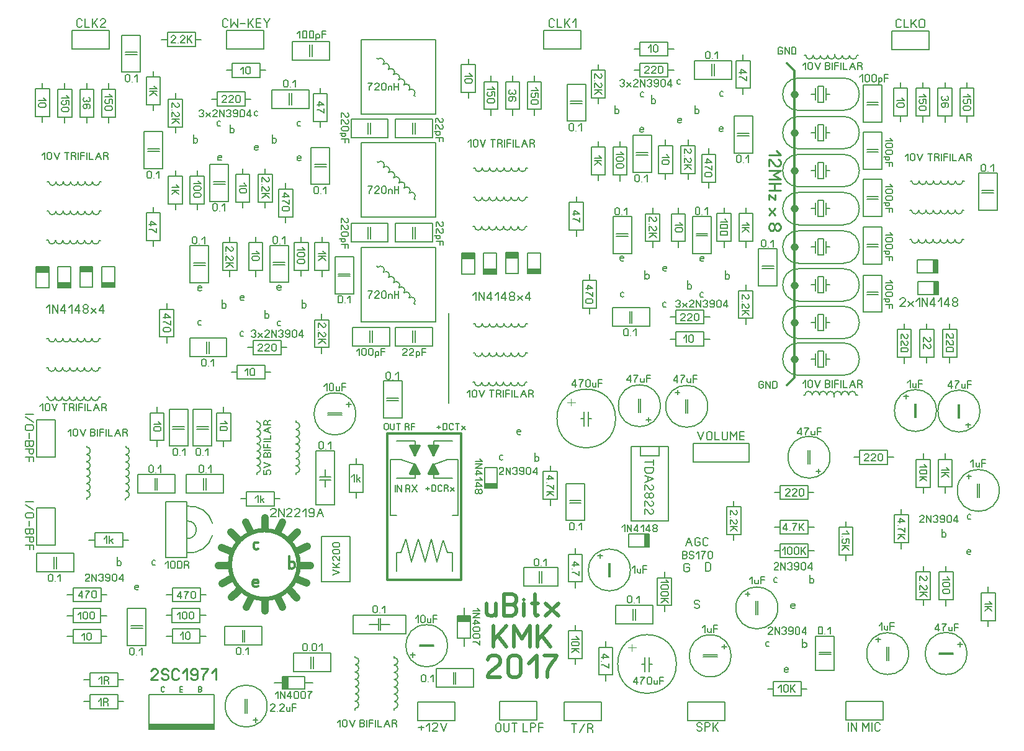
<source format=gbr>
%FSLAX34Y34*%
%MOMM*%
%LNCOPPER_BOTTOM*%
G71*
G01*
%ADD10C, 0.15*%
%ADD11C, 0.10*%
%ADD12C, 0.21*%
%ADD13C, 0.12*%
%ADD14C, 0.30*%
%ADD15C, 0.17*%
%ADD16C, 0.29*%
%ADD17C, 0.16*%
%ADD18C, 0.30*%
%ADD19C, 0.52*%
%ADD20C, 0.13*%
%ADD21C, 0.27*%
%ADD22C, 0.60*%
%ADD23C, 1.00*%
%ADD24C, 1.11*%
%LPD*%
G54D10*
X668420Y-97937D02*
X687420Y-97937D01*
X687420Y-135937D01*
X668420Y-135937D01*
X668420Y-97937D01*
G54D10*
X677920Y-97837D02*
X677920Y-89937D01*
G54D10*
X677920Y-135937D02*
X677920Y-143837D01*
G54D10*
X657770Y-135938D02*
X638770Y-135938D01*
X638770Y-97938D01*
X657770Y-97938D01*
X657770Y-135938D01*
G54D10*
X648270Y-136038D02*
X648270Y-143938D01*
G54D10*
X648270Y-97938D02*
X648270Y-90038D01*
G54D10*
X717180Y-135937D02*
X698179Y-135937D01*
X698179Y-97937D01*
X717180Y-97937D01*
X717180Y-135937D01*
G54D10*
X707680Y-136037D02*
X707680Y-143937D01*
G54D10*
X707680Y-97937D02*
X707680Y-90037D01*
G54D10*
X607920Y-74587D02*
X626920Y-74587D01*
X626920Y-112587D01*
X607920Y-112587D01*
X607920Y-74587D01*
G54D10*
X617420Y-74487D02*
X617420Y-66587D01*
G54D10*
X617420Y-112587D02*
X617420Y-120487D01*
G54D10*
X771153Y-27800D02*
X771153Y-53200D01*
X720353Y-53200D01*
X720353Y-27800D01*
X771153Y-27800D01*
G54D10*
X1128800Y-449006D02*
X1068501Y-449006D01*
G54D10*
X1128700Y-404606D02*
X1068401Y-404606D01*
G54D10*
G75*
G01X1128601Y-449006D02*
G03X1128601Y-404606I0J22200D01*
G01*
G54D10*
G75*
G01X1068501Y-404606D02*
G03X1068501Y-449006I0J-22200D01*
G01*
G54D10*
X1110792Y-426806D02*
X1105210Y-426806D01*
G54D10*
X1105210Y-418806D02*
X1105210Y-434806D01*
G54D10*
X1091210Y-418806D02*
X1091210Y-434806D01*
G54D10*
X1090814Y-426806D02*
X1085014Y-426806D01*
G54D10*
X1102210Y-415806D02*
X1094210Y-415806D01*
X1094210Y-437806D01*
X1102210Y-437806D01*
X1102210Y-415806D01*
G54D10*
X1128800Y-397706D02*
X1068501Y-397706D01*
G54D10*
X1128700Y-353306D02*
X1068401Y-353306D01*
G54D10*
G75*
G01X1128601Y-397706D02*
G03X1128601Y-353306I0J22200D01*
G01*
G54D10*
G75*
G01X1068501Y-353306D02*
G03X1068501Y-397706I0J-22200D01*
G01*
G54D10*
X1110792Y-375506D02*
X1105210Y-375506D01*
G54D10*
X1105210Y-367506D02*
X1105210Y-383506D01*
G54D10*
X1091210Y-367506D02*
X1091210Y-383506D01*
G54D10*
X1090814Y-375506D02*
X1085014Y-375506D01*
G54D10*
X1102210Y-364506D02*
X1094210Y-364506D01*
X1094210Y-386506D01*
X1102210Y-386506D01*
X1102210Y-364506D01*
G54D10*
X1128800Y-346006D02*
X1068501Y-346006D01*
G54D10*
X1128700Y-301606D02*
X1068401Y-301606D01*
G54D10*
G75*
G01X1128601Y-346006D02*
G03X1128601Y-301606I0J22200D01*
G01*
G54D10*
G75*
G01X1068501Y-301606D02*
G03X1068501Y-346006I0J-22200D01*
G01*
G54D10*
X1110792Y-323806D02*
X1105210Y-323806D01*
G54D10*
X1105210Y-315806D02*
X1105210Y-331806D01*
G54D10*
X1091210Y-315806D02*
X1091210Y-331806D01*
G54D10*
X1090813Y-323806D02*
X1085014Y-323806D01*
G54D10*
X1102210Y-312806D02*
X1094210Y-312806D01*
X1094210Y-334806D01*
X1102210Y-334806D01*
X1102210Y-312806D01*
G54D10*
X1128800Y-293506D02*
X1068501Y-293506D01*
G54D10*
X1128700Y-249106D02*
X1068401Y-249106D01*
G54D10*
G75*
G01X1128600Y-293506D02*
G03X1128600Y-249106I0J22200D01*
G01*
G54D10*
G75*
G01X1068501Y-249106D02*
G03X1068501Y-293506I0J-22200D01*
G01*
G54D10*
X1110792Y-271306D02*
X1105210Y-271306D01*
G54D10*
X1105210Y-263306D02*
X1105210Y-279306D01*
G54D10*
X1091210Y-263306D02*
X1091210Y-279306D01*
G54D10*
X1090814Y-271306D02*
X1085014Y-271306D01*
G54D10*
X1102210Y-260306D02*
X1094210Y-260306D01*
X1094210Y-282306D01*
X1102210Y-282306D01*
X1102210Y-260306D01*
G54D10*
X1128800Y-241606D02*
X1068501Y-241606D01*
G54D10*
X1128700Y-197206D02*
X1068401Y-197206D01*
G54D10*
G75*
G01X1128601Y-241606D02*
G03X1128601Y-197206I0J22200D01*
G01*
G54D10*
G75*
G01X1068501Y-197206D02*
G03X1068501Y-241606I0J-22200D01*
G01*
G54D10*
X1110792Y-219406D02*
X1105210Y-219406D01*
G54D10*
X1105210Y-211406D02*
X1105210Y-227406D01*
G54D10*
X1091210Y-211406D02*
X1091210Y-227406D01*
G54D10*
X1090814Y-219406D02*
X1085014Y-219406D01*
G54D10*
X1102210Y-208406D02*
X1094210Y-208406D01*
X1094210Y-230406D01*
X1102210Y-230406D01*
X1102210Y-208406D01*
G54D10*
X1128800Y-499006D02*
X1068501Y-499006D01*
G54D10*
X1128700Y-454606D02*
X1068401Y-454606D01*
G54D10*
G75*
G01X1128601Y-499006D02*
G03X1128601Y-454606I0J22200D01*
G01*
G54D10*
G75*
G01X1068501Y-454606D02*
G03X1068501Y-499006I0J-22200D01*
G01*
G54D10*
X1110792Y-476806D02*
X1105210Y-476806D01*
G54D10*
X1105210Y-468806D02*
X1105210Y-484806D01*
G54D10*
X1091210Y-468806D02*
X1091210Y-484806D01*
G54D10*
X1090813Y-476806D02*
X1085014Y-476806D01*
G54D10*
X1102210Y-465806D02*
X1094210Y-465806D01*
X1094210Y-487806D01*
X1102210Y-487806D01*
X1102210Y-465806D01*
G54D10*
X1128800Y-189806D02*
X1068501Y-189806D01*
G54D10*
X1128700Y-145406D02*
X1068401Y-145406D01*
G54D10*
G75*
G01X1128601Y-189806D02*
G03X1128601Y-145406I0J22200D01*
G01*
G54D10*
G75*
G01X1068501Y-145406D02*
G03X1068501Y-189806I0J-22200D01*
G01*
G54D10*
X1110792Y-167606D02*
X1105210Y-167606D01*
G54D10*
X1105210Y-159606D02*
X1105210Y-175606D01*
G54D10*
X1091210Y-159606D02*
X1091210Y-175606D01*
G54D10*
X1090814Y-167606D02*
X1085014Y-167606D01*
G54D10*
X1102210Y-156606D02*
X1094210Y-156606D01*
X1094210Y-178606D01*
X1102210Y-178606D01*
X1102210Y-156606D01*
G54D10*
X1128800Y-137306D02*
X1068501Y-137306D01*
G54D10*
X1128700Y-92906D02*
X1068401Y-92906D01*
G54D10*
G75*
G01X1128601Y-137306D02*
G03X1128601Y-92906I0J22200D01*
G01*
G54D10*
G75*
G01X1068501Y-92906D02*
G03X1068501Y-137306I0J-22200D01*
G01*
G54D10*
X1110792Y-115106D02*
X1105210Y-115106D01*
G54D10*
X1105210Y-107106D02*
X1105210Y-123106D01*
G54D10*
X1091210Y-107106D02*
X1091210Y-123106D01*
G54D10*
X1090814Y-115106D02*
X1085014Y-115106D01*
G54D10*
X1102210Y-104106D02*
X1094210Y-104106D01*
X1094210Y-126106D01*
X1102210Y-126106D01*
X1102210Y-104106D01*
G54D10*
X1245644Y-53872D02*
X1245644Y-28472D01*
X1194844Y-28472D01*
X1194844Y-53872D01*
X1245644Y-53872D01*
G54D10*
X87445Y-108300D02*
X106445Y-108300D01*
X106445Y-146300D01*
X87445Y-146300D01*
X87445Y-108300D01*
G54D10*
X96945Y-108200D02*
X96945Y-100300D01*
G54D10*
X96945Y-146300D02*
X96945Y-154200D01*
G54D10*
X76398Y-146300D02*
X57398Y-146300D01*
X57398Y-108300D01*
X76398Y-108300D01*
X76398Y-146300D01*
G54D10*
X66898Y-146400D02*
X66898Y-154300D01*
G54D10*
X66898Y-108300D02*
X66898Y-100400D01*
G54D10*
X136204Y-146300D02*
X117204Y-146300D01*
X117204Y-108300D01*
X136204Y-108300D01*
X136204Y-146300D01*
G54D10*
X126705Y-146400D02*
X126705Y-154300D01*
G54D10*
X126705Y-108300D02*
X126705Y-100400D01*
G54D10*
X26945Y-107806D02*
X45945Y-107806D01*
X45945Y-145806D01*
X26945Y-145806D01*
X26945Y-107806D01*
G54D10*
X36445Y-107706D02*
X36445Y-99806D01*
G54D10*
X36445Y-145806D02*
X36445Y-153706D01*
G54D10*
X45138Y-350787D02*
X27738Y-350787D01*
X27737Y-379202D01*
X45138Y-379202D01*
X45138Y-350787D01*
G36*
X45038Y-350887D02*
X28338Y-350887D01*
X28338Y-358087D01*
X45038Y-358087D01*
X45038Y-350887D01*
G37*
G54D11*
X45038Y-350887D02*
X28338Y-350887D01*
X28338Y-358087D01*
X45038Y-358087D01*
X45038Y-350887D01*
G54D10*
X127529Y-28088D02*
X127528Y-53488D01*
X76729Y-53488D01*
X76729Y-28088D01*
X127529Y-28088D01*
G54D10*
X907697Y-185319D02*
X926697Y-185319D01*
X926697Y-223319D01*
X907697Y-223319D01*
X907697Y-185319D01*
G54D10*
X917197Y-185219D02*
X917197Y-177319D01*
G54D10*
X917197Y-223319D02*
X917197Y-231219D01*
G54D10*
X935688Y-197028D02*
X954688Y-197028D01*
X954688Y-235028D01*
X935688Y-235028D01*
X935688Y-197028D01*
G54D10*
X945188Y-196928D02*
X945188Y-189028D01*
G54D10*
X945188Y-235028D02*
X945188Y-242928D01*
G54D10*
X785178Y-82231D02*
X804178Y-82231D01*
X804178Y-120231D01*
X785178Y-120231D01*
X785178Y-82231D01*
G54D10*
X794678Y-82131D02*
X794678Y-74231D01*
G54D10*
X794678Y-120231D02*
X794678Y-128131D01*
G54D10*
X876963Y-185291D02*
X895963Y-185291D01*
X895963Y-223291D01*
X876963Y-223291D01*
X876963Y-185291D01*
G54D10*
X886463Y-185191D02*
X886463Y-177291D01*
G54D10*
X886463Y-223291D02*
X886463Y-231191D01*
G54D10*
X814788Y-187528D02*
X833788Y-187528D01*
X833788Y-225528D01*
X814788Y-225528D01*
X814788Y-187528D01*
G54D10*
X824288Y-187428D02*
X824288Y-179528D01*
G54D10*
X824288Y-225528D02*
X824288Y-233428D01*
G54D10*
X889778Y-72631D02*
X889778Y-91631D01*
X851778Y-91631D01*
X851778Y-72631D01*
X889778Y-72631D01*
G54D10*
X889878Y-82131D02*
X897778Y-82131D01*
G54D10*
X851778Y-82131D02*
X843878Y-82131D01*
G54D10*
X889678Y-43731D02*
X889678Y-62731D01*
X851678Y-62731D01*
X851678Y-43731D01*
X889678Y-43731D01*
G54D10*
X889778Y-53231D02*
X897678Y-53231D01*
G54D10*
X851678Y-53231D02*
X843778Y-53231D01*
G54D10*
X785088Y-187328D02*
X804088Y-187328D01*
X804088Y-225328D01*
X785088Y-225328D01*
X785088Y-187328D01*
G54D10*
X794588Y-187228D02*
X794588Y-179328D01*
G54D10*
X794588Y-225328D02*
X794588Y-233228D01*
G54D10*
X878392Y-316206D02*
X859392Y-316206D01*
X859392Y-278206D01*
X878392Y-278206D01*
X878392Y-316206D01*
G54D10*
X868892Y-316306D02*
X868892Y-324206D01*
G54D10*
X868892Y-278206D02*
X868892Y-270306D01*
G54D10*
X773295Y-369137D02*
X792295Y-369137D01*
X792295Y-407137D01*
X773295Y-407137D01*
X773295Y-369137D01*
G54D10*
X782795Y-369037D02*
X782795Y-361137D01*
G54D10*
X782795Y-407137D02*
X782795Y-415037D01*
G54D10*
X1005411Y-421278D02*
X986411Y-421278D01*
X986411Y-383278D01*
X1005411Y-383278D01*
X1005411Y-421278D01*
G54D10*
X995911Y-421378D02*
X995911Y-429278D01*
G54D10*
X995911Y-383278D02*
X995911Y-375378D01*
G54D10*
X913626Y-316234D02*
X894626Y-316234D01*
X894626Y-278234D01*
X913626Y-278234D01*
X913626Y-316234D01*
G54D10*
X904126Y-316334D02*
X904126Y-324234D01*
G54D10*
X904126Y-278234D02*
X904126Y-270334D01*
G54D10*
X975801Y-315981D02*
X956801Y-315981D01*
X956801Y-277981D01*
X975801Y-277981D01*
X975801Y-315981D01*
G54D10*
X966301Y-316081D02*
X966301Y-323981D01*
G54D10*
X966301Y-277981D02*
X966301Y-270081D01*
G54D10*
X900811Y-428894D02*
X900811Y-409894D01*
X938811Y-409894D01*
X938811Y-428894D01*
X900811Y-428894D01*
G54D10*
X900711Y-419394D02*
X892811Y-419394D01*
G54D10*
X938811Y-419394D02*
X946711Y-419394D01*
G54D10*
X900911Y-458731D02*
X900911Y-439731D01*
X938911Y-439731D01*
X938911Y-458731D01*
X900911Y-458731D01*
G54D10*
X900811Y-449231D02*
X892911Y-449231D01*
G54D10*
X938911Y-449231D02*
X946811Y-449231D01*
G54D10*
X1005501Y-316181D02*
X986501Y-316181D01*
X986501Y-278181D01*
X1005501Y-278181D01*
X1005501Y-316181D01*
G54D10*
X996001Y-316281D02*
X996001Y-324181D01*
G54D10*
X996001Y-278181D02*
X996001Y-270281D01*
G54D10*
X1001779Y-107131D02*
X982779Y-107131D01*
X982779Y-69131D01*
X1001779Y-69131D01*
X1001779Y-107131D01*
G54D10*
X992279Y-107231D02*
X992279Y-115131D01*
G54D10*
X992279Y-69131D02*
X992279Y-61231D01*
G54D10*
X774179Y-300731D02*
X755179Y-300731D01*
X755179Y-262731D01*
X774179Y-262731D01*
X774179Y-300731D01*
G54D10*
X764679Y-300831D02*
X764679Y-308731D01*
G54D10*
X764679Y-262731D02*
X764679Y-254831D01*
G54D10*
X330856Y-224531D02*
X349856Y-224531D01*
X349856Y-262531D01*
X330856Y-262531D01*
X330856Y-224531D01*
G54D10*
X340356Y-224431D02*
X340356Y-216531D01*
G54D10*
X340356Y-262531D02*
X340356Y-270431D01*
G54D10*
X358847Y-244638D02*
X377847Y-244638D01*
X377847Y-282638D01*
X358847Y-282638D01*
X358847Y-244638D01*
G54D10*
X368347Y-244538D02*
X368347Y-236638D01*
G54D10*
X368347Y-282638D02*
X368347Y-290538D01*
G54D10*
X208338Y-121841D02*
X227338Y-121841D01*
X227338Y-159841D01*
X208338Y-159841D01*
X208338Y-121841D01*
G54D10*
X217838Y-121741D02*
X217838Y-113841D01*
G54D10*
X217838Y-159841D02*
X217838Y-167741D01*
G54D10*
X300122Y-224503D02*
X319122Y-224503D01*
X319122Y-262503D01*
X300122Y-262503D01*
X300122Y-224503D01*
G54D10*
X309622Y-224403D02*
X309622Y-216503D01*
G54D10*
X309622Y-262503D02*
X309622Y-270403D01*
G54D10*
X237947Y-227138D02*
X256947Y-227138D01*
X256947Y-265138D01*
X237947Y-265138D01*
X237947Y-227138D01*
G54D10*
X247447Y-227038D02*
X247447Y-219138D01*
G54D10*
X247447Y-265138D02*
X247447Y-273038D01*
G54D10*
X312938Y-112240D02*
X312938Y-131240D01*
X274938Y-131240D01*
X274938Y-112240D01*
X312938Y-112240D01*
G54D10*
X313038Y-121740D02*
X320938Y-121740D01*
G54D10*
X274938Y-121740D02*
X267038Y-121740D01*
G54D10*
X333038Y-73022D02*
X333038Y-92022D01*
X295038Y-92022D01*
X295038Y-73022D01*
X333038Y-73022D01*
G54D10*
X333138Y-82522D02*
X341038Y-82522D01*
G54D10*
X295038Y-82522D02*
X287138Y-82522D01*
G54D10*
X208247Y-226938D02*
X227247Y-226938D01*
X227247Y-264938D01*
X208247Y-264938D01*
X208247Y-226938D01*
G54D10*
X217747Y-226838D02*
X217747Y-218938D01*
G54D10*
X217747Y-264938D02*
X217747Y-272838D01*
G54D10*
X301551Y-355816D02*
X282551Y-355816D01*
X282551Y-317816D01*
X301551Y-317816D01*
X301551Y-355816D01*
G54D10*
X292051Y-355916D02*
X292051Y-363816D01*
G54D10*
X292051Y-317816D02*
X292051Y-309916D01*
G54D10*
X196454Y-408647D02*
X215454Y-408647D01*
X215454Y-446647D01*
X196454Y-446647D01*
X196454Y-408647D01*
G54D10*
X205954Y-408547D02*
X205954Y-400647D01*
G54D10*
X205954Y-446647D02*
X205954Y-454547D01*
G54D10*
X426970Y-460987D02*
X407970Y-460987D01*
X407970Y-422987D01*
X426970Y-422987D01*
X426970Y-460987D01*
G54D10*
X417470Y-461087D02*
X417470Y-468987D01*
G54D10*
X417470Y-422987D02*
X417470Y-415087D01*
G54D10*
X336786Y-355844D02*
X317786Y-355844D01*
X317786Y-317844D01*
X336786Y-317844D01*
X336786Y-355844D01*
G54D10*
X327286Y-355944D02*
X327286Y-363844D01*
G54D10*
X327286Y-317844D02*
X327286Y-309944D01*
G54D10*
X398960Y-355590D02*
X379960Y-355590D01*
X379960Y-317590D01*
X398960Y-317590D01*
X398960Y-355590D01*
G54D10*
X389460Y-355690D02*
X389460Y-363590D01*
G54D10*
X389460Y-317590D02*
X389460Y-309690D01*
G54D10*
X323970Y-470488D02*
X323970Y-451488D01*
X361970Y-451488D01*
X361970Y-470488D01*
X323970Y-470488D01*
G54D10*
X323870Y-460988D02*
X315970Y-460988D01*
G54D10*
X361970Y-460988D02*
X369870Y-460988D01*
G54D10*
X302170Y-503806D02*
X302170Y-484806D01*
X340170Y-484806D01*
X340170Y-503806D01*
X302170Y-503806D01*
G54D10*
X302070Y-494306D02*
X294170Y-494306D01*
G54D10*
X340170Y-494306D02*
X348070Y-494306D01*
G54D10*
X427060Y-355790D02*
X408060Y-355790D01*
X408060Y-317790D01*
X427060Y-317790D01*
X427060Y-355790D01*
G54D10*
X417560Y-355890D02*
X417560Y-363790D01*
G54D10*
X417560Y-317790D02*
X417560Y-309890D01*
G54D10*
X424938Y-152322D02*
X405938Y-152322D01*
X405938Y-114322D01*
X424938Y-114322D01*
X424938Y-152322D01*
G54D10*
X415438Y-152422D02*
X415438Y-160322D01*
G54D10*
X415438Y-114322D02*
X415438Y-106422D01*
G54D10*
X197338Y-314940D02*
X178338Y-314940D01*
X178338Y-276940D01*
X197338Y-276940D01*
X197338Y-314940D01*
G54D10*
X187838Y-315040D02*
X187838Y-322940D01*
G54D10*
X187838Y-276940D02*
X187838Y-269040D01*
G54D10*
X471028Y-40772D02*
X572628Y-40772D01*
X572628Y-142372D01*
X471028Y-142372D01*
X471028Y-40772D01*
G54D10*
G75*
G01X1198790Y-547005D02*
G03X1198790Y-547005I28600J0D01*
G01*
G54D10*
X1214690Y-531105D02*
X1214690Y-524805D01*
G54D10*
X1217890Y-527905D02*
X1211490Y-527905D01*
G54D10*
X1228590Y-556505D02*
X1228590Y-537505D01*
G54D10*
X1226290Y-556505D02*
X1226290Y-537505D01*
G54D10*
X1259602Y-767419D02*
X1278602Y-767419D01*
X1278602Y-805419D01*
X1259602Y-805419D01*
X1259602Y-767419D01*
G54D10*
X1269102Y-767319D02*
X1269102Y-759419D01*
G54D10*
X1269102Y-805419D02*
X1269102Y-813319D01*
G54D10*
X1317164Y-795700D02*
X1336164Y-795700D01*
X1336164Y-833700D01*
X1317164Y-833700D01*
X1317164Y-795700D01*
G54D10*
X1326664Y-795600D02*
X1326664Y-787700D01*
G54D10*
X1326664Y-833700D02*
X1326664Y-841600D01*
G54D10*
X1198602Y-689638D02*
X1217602Y-689638D01*
X1217602Y-727637D01*
X1198602Y-727637D01*
X1198602Y-689638D01*
G54D10*
X1208102Y-689538D02*
X1208102Y-681638D01*
G54D10*
X1208102Y-727637D02*
X1208102Y-735537D01*
G54D10*
X1228601Y-613619D02*
X1247601Y-613619D01*
X1247601Y-651618D01*
X1228601Y-651618D01*
X1228601Y-613619D01*
G54D10*
X1238101Y-613519D02*
X1238101Y-605618D01*
G54D10*
X1238101Y-651618D02*
X1238101Y-659519D01*
G54D10*
X1258301Y-613519D02*
X1277301Y-613519D01*
X1277301Y-651518D01*
X1258301Y-651519D01*
X1258301Y-613519D01*
G54D10*
X1267801Y-613418D02*
X1267801Y-605519D01*
G54D10*
X1267801Y-651518D02*
X1267801Y-659418D01*
G54D10*
X1228608Y-767319D02*
X1247608Y-767319D01*
X1247608Y-805319D01*
X1228608Y-805319D01*
X1228608Y-767319D01*
G54D10*
X1238108Y-767219D02*
X1238108Y-759319D01*
G54D10*
X1238108Y-805319D02*
X1238108Y-813219D01*
G54D10*
G75*
G01X1284545Y-656075D02*
G03X1284545Y-656075I28600J0D01*
G01*
G54D10*
X1300445Y-640175D02*
X1300445Y-633875D01*
G54D10*
X1303645Y-636975D02*
X1297245Y-636975D01*
G54D10*
X1314345Y-665575D02*
X1314345Y-646575D01*
G54D10*
X1312045Y-665575D02*
X1312045Y-646575D01*
G54D10*
G75*
G01X1160870Y-878832D02*
G03X1160870Y-878832I28600J0D01*
G01*
G54D10*
X1176770Y-862932D02*
X1176770Y-856632D01*
G54D10*
X1179970Y-859732D02*
X1173570Y-859732D01*
G54D10*
X1190670Y-888332D02*
X1190670Y-869332D01*
G54D10*
X1188370Y-888332D02*
X1188370Y-869332D01*
G54D10*
X1189561Y-601306D02*
X1189561Y-620306D01*
X1151561Y-620306D01*
X1151561Y-601306D01*
X1189561Y-601306D01*
G54D10*
X1189661Y-610806D02*
X1197561Y-610806D01*
G54D10*
X1151561Y-610806D02*
X1143661Y-610806D01*
G54D10*
X1258231Y-107093D02*
X1277231Y-107093D01*
X1277231Y-145093D01*
X1258231Y-145093D01*
X1258231Y-107093D01*
G54D10*
X1267731Y-106993D02*
X1267731Y-99093D01*
G54D10*
X1267731Y-145093D02*
X1267731Y-152993D01*
G54D10*
X1246787Y-145094D02*
X1227787Y-145094D01*
X1227787Y-107094D01*
X1246787Y-107094D01*
X1246787Y-145094D01*
G54D10*
X1237287Y-145194D02*
X1237287Y-153094D01*
G54D10*
X1237287Y-107094D02*
X1237287Y-99194D01*
G54D10*
X1306991Y-145093D02*
X1287990Y-145093D01*
X1287990Y-107093D01*
X1306991Y-107093D01*
X1306991Y-145093D01*
G54D10*
X1297490Y-145193D02*
X1297490Y-153093D01*
G54D10*
X1297490Y-107093D02*
X1297490Y-99193D01*
G54D10*
X1197731Y-106996D02*
X1216731Y-106996D01*
X1216731Y-144996D01*
X1197731Y-144996D01*
X1197731Y-106996D01*
G54D10*
X1207231Y-106896D02*
X1207231Y-98996D01*
G54D10*
X1207231Y-144996D02*
X1207231Y-152896D01*
G54D10*
X1252480Y-436322D02*
X1233480Y-436322D01*
X1233480Y-474322D01*
X1252480Y-474322D01*
X1252480Y-436322D01*
G54D10*
X1242980Y-436222D02*
X1242980Y-428322D01*
G54D10*
X1242980Y-474322D02*
X1242980Y-482222D01*
G54D10*
X1283730Y-436322D02*
X1264729Y-436322D01*
X1264730Y-474322D01*
X1283730Y-474322D01*
X1283730Y-436322D01*
G54D10*
X1274230Y-436222D02*
X1274230Y-428322D01*
G54D10*
X1274230Y-474322D02*
X1274230Y-482222D01*
G54D10*
X1202520Y-474322D02*
X1221520Y-474322D01*
X1221520Y-436322D01*
X1202520Y-436322D01*
X1202520Y-474322D01*
G54D10*
X1212020Y-474422D02*
X1212020Y-482322D01*
G54D10*
X1212020Y-436322D02*
X1212020Y-428422D01*
G54D10*
G75*
G01X529280Y-102621D02*
G03X522209Y-95550I-3535J3536D01*
G01*
G54D10*
G75*
G01X522265Y-95605D02*
G03X515194Y-88534I-3536J3536D01*
G01*
G54D10*
G75*
G01X536296Y-109636D02*
G03X529225Y-102565I-3535J3535D01*
G01*
G54D10*
G75*
G01X543312Y-116652D02*
G03X536241Y-109581I-3535J3535D01*
G01*
G54D10*
G75*
G01X515249Y-88589D02*
G03X508178Y-81518I-3536J3535D01*
G01*
G54D10*
G75*
G01X508233Y-81573D02*
G03X501162Y-74502I-3535J3535D01*
G01*
G54D10*
G75*
G01X501168Y-74410D02*
G03X494097Y-67338I-3535J3536D01*
G01*
G54D10*
X494125Y-67339D02*
X492722Y-65936D01*
G54D10*
X544715Y-118055D02*
X543312Y-116652D01*
G54D10*
X471328Y-181472D02*
X572928Y-181472D01*
X572928Y-283072D01*
X471328Y-283072D01*
X471328Y-181472D01*
G54D10*
G75*
G01X529580Y-243321D02*
G03X522509Y-236250I-3535J3536D01*
G01*
G54D10*
G75*
G01X522565Y-236305D02*
G03X515494Y-229234I-3536J3536D01*
G01*
G54D10*
G75*
G01X536596Y-250336D02*
G03X529525Y-243265I-3535J3535D01*
G01*
G54D10*
G75*
G01X543612Y-257352D02*
G03X536541Y-250281I-3535J3535D01*
G01*
G54D10*
G75*
G01X515549Y-229289D02*
G03X508478Y-222218I-3536J3535D01*
G01*
G54D10*
G75*
G01X508533Y-222273D02*
G03X501462Y-215202I-3535J3535D01*
G01*
G54D10*
G75*
G01X501468Y-215110D02*
G03X494397Y-208038I-3535J3536D01*
G01*
G54D10*
X494425Y-208039D02*
X493022Y-206636D01*
G54D10*
X545015Y-258755D02*
X543612Y-257352D01*
G54D10*
X471128Y-324685D02*
X572728Y-324684D01*
X572728Y-426284D01*
X471128Y-426284D01*
X471128Y-324685D01*
G54D10*
G75*
G01X529380Y-386533D02*
G03X522309Y-379462I-3535J3535D01*
G01*
G54D10*
G75*
G01X522365Y-379517D02*
G03X515294Y-372446I-3536J3535D01*
G01*
G54D10*
G75*
G01X536396Y-393549D02*
G03X529325Y-386478I-3535J3536D01*
G01*
G54D10*
G75*
G01X543412Y-400565D02*
G03X536341Y-393494I-3535J3536D01*
G01*
G54D10*
G75*
G01X515349Y-372502D02*
G03X508278Y-365430I-3536J3536D01*
G01*
G54D10*
G75*
G01X508333Y-365486D02*
G03X501262Y-358415I-3535J3536D01*
G01*
G54D10*
G75*
G01X501268Y-358322D02*
G03X494197Y-351251I-3535J3536D01*
G01*
G54D10*
X494225Y-351252D02*
X492822Y-349849D01*
G54D10*
X544815Y-401968D02*
X543412Y-400565D01*
G54D10*
X178345Y-91706D02*
X197345Y-91706D01*
X197345Y-129706D01*
X178345Y-129706D01*
X178345Y-91706D01*
G54D10*
X187845Y-91606D02*
X187845Y-83706D01*
G54D10*
X187845Y-129706D02*
X187845Y-137606D01*
G54D10*
X244846Y-30806D02*
X244846Y-49806D01*
X206846Y-49806D01*
X206846Y-30806D01*
X244846Y-30806D01*
G54D10*
X244946Y-40306D02*
X252846Y-40305D01*
G54D10*
X206846Y-40306D02*
X198946Y-40305D01*
G54D10*
X144794Y-85018D02*
X170194Y-85019D01*
X170194Y-34453D01*
X144794Y-34453D01*
X144794Y-85018D01*
G54D10*
X149494Y-61137D02*
X165494Y-61137D01*
G54D10*
X149494Y-57937D02*
X165494Y-57937D01*
G54D10*
X338247Y-27794D02*
X338247Y-53194D01*
X287447Y-53194D01*
X287447Y-27794D01*
X338247Y-27794D01*
G54D12*
X90343Y-21591D02*
X89476Y-23036D01*
X87743Y-23758D01*
X86010Y-23758D01*
X84276Y-23036D01*
X83410Y-21591D01*
X83410Y-14369D01*
X84276Y-12925D01*
X86010Y-12202D01*
X87743Y-12202D01*
X89476Y-12925D01*
X90343Y-14369D01*
G54D12*
X94387Y-12202D02*
X94387Y-23758D01*
X100453Y-23758D01*
G54D12*
X104498Y-23758D02*
X104498Y-12202D01*
G54D12*
X104498Y-20147D02*
X111431Y-12202D01*
G54D12*
X107098Y-17980D02*
X111431Y-23758D01*
G54D12*
X122408Y-23758D02*
X115475Y-23758D01*
X115475Y-23036D01*
X116341Y-21591D01*
X121541Y-17258D01*
X122408Y-15813D01*
X122408Y-14369D01*
X121541Y-12925D01*
X119808Y-12202D01*
X118075Y-12202D01*
X116341Y-12925D01*
X115475Y-14369D01*
G54D12*
X734834Y-21673D02*
X733967Y-23117D01*
X732234Y-23840D01*
X730500Y-23840D01*
X728767Y-23117D01*
X727900Y-21673D01*
X727900Y-14451D01*
X728767Y-13006D01*
X730500Y-12284D01*
X732234Y-12284D01*
X733967Y-13006D01*
X734834Y-14451D01*
G54D12*
X738877Y-12284D02*
X738877Y-23840D01*
X744944Y-23840D01*
G54D12*
X748988Y-23840D02*
X748988Y-12284D01*
G54D12*
X748988Y-20228D02*
X755922Y-12284D01*
G54D12*
X751588Y-18062D02*
X755922Y-23840D01*
G54D12*
X759965Y-16617D02*
X764298Y-12284D01*
X764298Y-23840D01*
G54D12*
X1207649Y-21998D02*
X1206782Y-23442D01*
X1205049Y-24165D01*
X1203316Y-24165D01*
X1201582Y-23442D01*
X1200716Y-21998D01*
X1200716Y-14776D01*
X1201582Y-13331D01*
X1203316Y-12609D01*
X1205049Y-12609D01*
X1206782Y-13331D01*
X1207649Y-14776D01*
G54D12*
X1211693Y-12609D02*
X1211693Y-24165D01*
X1217759Y-24165D01*
G54D12*
X1221804Y-24165D02*
X1221804Y-12609D01*
G54D12*
X1221804Y-20554D02*
X1228737Y-12609D01*
G54D12*
X1224404Y-18387D02*
X1228737Y-24165D01*
G54D12*
X1239714Y-14776D02*
X1239714Y-21998D01*
X1238847Y-23442D01*
X1237114Y-24165D01*
X1235381Y-24165D01*
X1233647Y-23442D01*
X1232781Y-21998D01*
X1232781Y-14776D01*
X1233647Y-13331D01*
X1235381Y-12609D01*
X1237114Y-12609D01*
X1238847Y-13331D01*
X1239714Y-14776D01*
G54D12*
X289649Y-21688D02*
X288782Y-23133D01*
X287049Y-23855D01*
X285316Y-23855D01*
X283582Y-23133D01*
X282716Y-21688D01*
X282716Y-14466D01*
X283582Y-13022D01*
X285316Y-12300D01*
X287049Y-12300D01*
X288782Y-13022D01*
X289649Y-14466D01*
G54D12*
X293693Y-12300D02*
X293693Y-23855D01*
X298026Y-16633D01*
X302360Y-23855D01*
X302360Y-12300D01*
G54D12*
X306404Y-18800D02*
X313337Y-18800D01*
G54D12*
X317381Y-23855D02*
X317381Y-12300D01*
G54D12*
X317381Y-20244D02*
X324314Y-12300D01*
G54D12*
X319981Y-18078D02*
X324314Y-23855D01*
G54D12*
X334424Y-23855D02*
X328358Y-23855D01*
X328358Y-12300D01*
X334424Y-12300D01*
G54D12*
X328358Y-18078D02*
X334424Y-18078D01*
G54D12*
X338469Y-12300D02*
X342802Y-18078D01*
X342802Y-23855D01*
G54D12*
X342802Y-18078D02*
X347136Y-12300D01*
G54D10*
X863940Y-903701D02*
X863940Y-883701D01*
G54D10*
G75*
G01X821240Y-893001D02*
G03X821240Y-893001I40000J0D01*
G01*
G54D10*
X864240Y-893001D02*
X868462Y-893001D01*
G54D10*
X858034Y-893001D02*
X853622Y-893001D01*
G54D13*
X835240Y-870801D02*
X845940Y-870801D01*
G54D13*
X840540Y-875201D02*
X840540Y-866301D01*
G54D10*
X175154Y-216862D02*
X200554Y-216862D01*
X200554Y-166297D01*
X175154Y-166297D01*
X175154Y-216862D01*
G54D10*
X179854Y-192981D02*
X195854Y-192981D01*
G54D10*
X179854Y-189781D02*
X195854Y-189781D01*
G54D10*
X237861Y-372472D02*
X263261Y-372472D01*
X263261Y-321906D01*
X237861Y-321906D01*
X237861Y-372472D01*
G54D10*
X242561Y-348590D02*
X258561Y-348590D01*
G54D10*
X242561Y-345391D02*
X258561Y-345391D01*
G54D10*
X57438Y-379199D02*
X74838Y-379199D01*
X74838Y-350783D01*
X57438Y-350783D01*
X57438Y-379199D01*
G36*
X57538Y-379099D02*
X74238Y-379099D01*
X74238Y-371899D01*
X57538Y-371899D01*
X57538Y-379099D01*
G37*
G54D11*
X57538Y-379099D02*
X74238Y-379099D01*
X74238Y-371899D01*
X57538Y-371899D01*
X57538Y-379099D01*
G54D10*
X104738Y-350186D02*
X87338Y-350186D01*
X87338Y-378602D01*
X104738Y-378602D01*
X104738Y-350186D01*
G36*
X104638Y-350286D02*
X87938Y-350286D01*
X87938Y-357486D01*
X104638Y-357486D01*
X104638Y-350286D01*
G37*
G54D11*
X104638Y-350286D02*
X87938Y-350286D01*
X87938Y-357486D01*
X104638Y-357486D01*
X104638Y-350286D01*
G54D10*
X117337Y-378799D02*
X134737Y-378799D01*
X134738Y-350384D01*
X117337Y-350384D01*
X117337Y-378799D01*
G36*
X117438Y-378699D02*
X134137Y-378699D01*
X134137Y-371499D01*
X117438Y-371499D01*
X117438Y-378699D01*
G37*
G54D11*
X117438Y-378699D02*
X134137Y-378699D01*
X134137Y-371499D01*
X117438Y-371499D01*
X117438Y-378699D01*
G54D10*
X626113Y-332090D02*
X608713Y-332090D01*
X608712Y-360506D01*
X626113Y-360506D01*
X626113Y-332090D01*
G36*
X626012Y-332190D02*
X609313Y-332190D01*
X609313Y-339390D01*
X626012Y-339390D01*
X626012Y-332190D01*
G37*
G54D11*
X626012Y-332190D02*
X609313Y-332190D01*
X609313Y-339390D01*
X626012Y-339390D01*
X626012Y-332190D01*
G54D10*
X638413Y-360502D02*
X655813Y-360502D01*
X655813Y-332086D01*
X638413Y-332086D01*
X638413Y-360502D01*
G36*
X638513Y-360402D02*
X655213Y-360402D01*
X655213Y-353202D01*
X638513Y-353202D01*
X638513Y-360402D01*
G37*
G54D11*
X638513Y-360402D02*
X655213Y-360402D01*
X655213Y-353202D01*
X638513Y-353202D01*
X638513Y-360402D01*
G54D10*
X685713Y-331489D02*
X668313Y-331489D01*
X668313Y-359905D01*
X685713Y-359905D01*
X685713Y-331489D01*
G36*
X685613Y-331589D02*
X668913Y-331589D01*
X668913Y-338789D01*
X685613Y-338789D01*
X685613Y-331589D01*
G37*
G54D11*
X685613Y-331589D02*
X668913Y-331589D01*
X668913Y-338789D01*
X685613Y-338789D01*
X685613Y-331589D01*
G54D10*
X698312Y-360102D02*
X715712Y-360102D01*
X715713Y-331687D01*
X698312Y-331687D01*
X698312Y-360102D01*
G36*
X698412Y-360002D02*
X715112Y-360002D01*
X715112Y-352802D01*
X698412Y-352802D01*
X698412Y-360002D01*
G37*
G54D11*
X698412Y-360002D02*
X715112Y-360002D01*
X715112Y-352802D01*
X698412Y-352802D01*
X698412Y-360002D01*
G54D10*
X1258084Y-358856D02*
X1258084Y-341456D01*
X1229668Y-341456D01*
X1229668Y-358856D01*
X1258084Y-358856D01*
G36*
X1257984Y-358756D02*
X1257984Y-342056D01*
X1250784Y-342056D01*
X1250784Y-358756D01*
X1257984Y-358756D01*
G37*
G54D11*
X1257984Y-358756D02*
X1257984Y-342056D01*
X1250784Y-342056D01*
X1250784Y-358756D01*
X1257984Y-358756D01*
G54D10*
X1258879Y-388622D02*
X1258879Y-371222D01*
X1230464Y-371222D01*
X1230464Y-388622D01*
X1258879Y-388622D01*
G36*
X1258779Y-388522D02*
X1258779Y-371822D01*
X1251580Y-371822D01*
X1251579Y-388522D01*
X1258779Y-388522D01*
G37*
G54D11*
X1258779Y-388522D02*
X1258779Y-371822D01*
X1251580Y-371822D01*
X1251579Y-388522D01*
X1258779Y-388522D01*
G54D10*
X402854Y-238237D02*
X428254Y-238238D01*
X428253Y-187672D01*
X402853Y-187672D01*
X402854Y-238237D01*
G54D10*
X407553Y-214356D02*
X423553Y-214356D01*
G54D10*
X407554Y-211156D02*
X423554Y-211156D01*
G54D10*
X264953Y-261562D02*
X290353Y-261563D01*
X290353Y-210997D01*
X264953Y-210997D01*
X264953Y-261562D01*
G54D10*
X269653Y-237681D02*
X285653Y-237681D01*
G54D10*
X269653Y-234481D02*
X285653Y-234481D01*
G54D10*
X349173Y-108981D02*
X349173Y-134381D01*
X399738Y-134381D01*
X399738Y-108981D01*
X349173Y-108981D01*
G54D10*
X373054Y-113681D02*
X373054Y-129681D01*
G54D10*
X376254Y-113681D02*
X376254Y-129681D01*
G54D10*
X287735Y-473747D02*
X287735Y-448347D01*
X237169Y-448347D01*
X237169Y-473747D01*
X287735Y-473747D01*
G54D10*
X263854Y-469047D02*
X263854Y-453047D01*
G54D10*
X260654Y-469047D02*
X260654Y-453047D01*
G54D10*
X346554Y-372128D02*
X371954Y-372128D01*
X371954Y-321562D01*
X346554Y-321562D01*
X346554Y-372128D01*
G54D10*
X351254Y-348247D02*
X367254Y-348247D01*
G54D10*
X351254Y-345047D02*
X367254Y-345047D01*
G54D10*
X435654Y-387428D02*
X461054Y-387428D01*
X461054Y-336863D01*
X435654Y-336863D01*
X435654Y-387428D01*
G54D10*
X440354Y-363547D02*
X456354Y-363547D01*
G54D10*
X440354Y-360347D02*
X456354Y-360347D01*
G54D10*
X518066Y-433165D02*
X518066Y-458565D01*
X568632Y-458565D01*
X568632Y-433165D01*
X518066Y-433165D01*
G54D10*
X541947Y-437865D02*
X541947Y-453865D01*
G54D10*
X545147Y-437865D02*
X545147Y-453865D01*
G54D10*
X517850Y-291453D02*
X517850Y-316853D01*
X568416Y-316853D01*
X568416Y-291453D01*
X517850Y-291453D01*
G54D10*
X541732Y-296152D02*
X541732Y-312153D01*
G54D10*
X544932Y-296153D02*
X544932Y-312153D01*
G54D10*
X517751Y-149056D02*
X517750Y-174456D01*
X568316Y-174456D01*
X568316Y-149056D01*
X517751Y-149056D01*
G54D10*
X541632Y-153756D02*
X541632Y-169756D01*
G54D10*
X544832Y-153756D02*
X544832Y-169756D01*
G54D10*
X507966Y-174459D02*
X507966Y-149059D01*
X457401Y-149059D01*
X457401Y-174459D01*
X507966Y-174459D01*
G54D10*
X484085Y-169759D02*
X484085Y-153759D01*
G54D10*
X480885Y-169759D02*
X480885Y-153759D01*
G54D10*
X508066Y-316856D02*
X508066Y-291456D01*
X457501Y-291456D01*
X457501Y-316856D01*
X508066Y-316856D01*
G54D10*
X484185Y-312156D02*
X484185Y-296156D01*
G54D10*
X480985Y-312156D02*
X480985Y-296156D01*
G54D10*
X510266Y-458568D02*
X510266Y-433168D01*
X459701Y-433168D01*
X459701Y-458568D01*
X510266Y-458568D01*
G54D10*
X486385Y-453868D02*
X486385Y-437868D01*
G54D10*
X483185Y-453868D02*
X483185Y-437868D01*
G54D10*
X926014Y-69372D02*
X926013Y-94772D01*
X976579Y-94772D01*
X976579Y-69372D01*
X926014Y-69372D01*
G54D10*
X949895Y-74072D02*
X949895Y-90072D01*
G54D10*
X953095Y-74072D02*
X953095Y-90072D01*
G54D10*
X751994Y-151953D02*
X777395Y-151953D01*
X777394Y-101388D01*
X751994Y-101388D01*
X751994Y-151953D01*
G54D10*
X756694Y-128072D02*
X772694Y-128072D01*
G54D10*
X756694Y-124872D02*
X772694Y-124872D01*
G54D10*
X841794Y-221953D02*
X867194Y-221953D01*
X867194Y-171388D01*
X841794Y-171388D01*
X841794Y-221953D01*
G54D10*
X846494Y-198072D02*
X862494Y-198072D01*
G54D10*
X846494Y-194872D02*
X862494Y-194872D01*
G54D10*
X979694Y-195653D02*
X1005094Y-195653D01*
X1005094Y-145088D01*
X979694Y-145088D01*
X979694Y-195653D01*
G54D10*
X984394Y-171772D02*
X1000394Y-171772D01*
G54D10*
X984394Y-168572D02*
X1000394Y-168572D01*
G54D10*
X814701Y-332862D02*
X840101Y-332862D01*
X840101Y-282297D01*
X814701Y-282297D01*
X814701Y-332862D01*
G54D10*
X819401Y-308981D02*
X835401Y-308981D01*
G54D10*
X819401Y-305781D02*
X835401Y-305781D01*
G54D10*
X1013194Y-377019D02*
X1038595Y-377019D01*
X1038594Y-326453D01*
X1013194Y-326453D01*
X1013194Y-377019D01*
G54D10*
X1017894Y-353138D02*
X1033894Y-353138D01*
G54D10*
X1017894Y-349938D02*
X1033894Y-349938D01*
G54D10*
X864575Y-432153D02*
X864576Y-406753D01*
X814010Y-406753D01*
X814010Y-432153D01*
X864575Y-432153D01*
G54D10*
X840694Y-427453D02*
X840694Y-411453D01*
G54D10*
X837494Y-427453D02*
X837494Y-411453D01*
G54D10*
X923395Y-332518D02*
X948795Y-332519D01*
X948795Y-281953D01*
X923395Y-281953D01*
X923395Y-332518D01*
G54D10*
X928095Y-308637D02*
X944095Y-308637D01*
G54D10*
X928095Y-305438D02*
X944095Y-305438D01*
G54D10*
X1156198Y-412710D02*
X1181598Y-412710D01*
X1181598Y-362144D01*
X1156198Y-362144D01*
X1156198Y-412710D01*
G54D10*
X1160898Y-388828D02*
X1176898Y-388828D01*
G54D10*
X1160898Y-385628D02*
X1176898Y-385628D01*
G54D10*
X1156198Y-347225D02*
X1181598Y-347225D01*
X1181598Y-296660D01*
X1156198Y-296660D01*
X1156198Y-347225D01*
G54D10*
X1160898Y-323344D02*
X1176898Y-323344D01*
G54D10*
X1160898Y-320144D02*
X1176898Y-320144D01*
G54D10*
X1156198Y-282138D02*
X1181598Y-282138D01*
X1181598Y-231572D01*
X1156198Y-231572D01*
X1156198Y-282138D01*
G54D10*
X1160898Y-258256D02*
X1176898Y-258256D01*
G54D10*
X1160898Y-255057D02*
X1176898Y-255057D01*
G54D10*
X1156198Y-217844D02*
X1181598Y-217844D01*
X1181598Y-167278D01*
X1156198Y-167278D01*
X1156198Y-217844D01*
G54D10*
X1160898Y-193963D02*
X1176898Y-193963D01*
G54D10*
X1160898Y-190763D02*
X1176898Y-190763D01*
G54D10*
X1181597Y-102587D02*
X1156197Y-102586D01*
X1156197Y-153152D01*
X1181597Y-153152D01*
X1181597Y-102587D01*
G54D10*
X1176897Y-126468D02*
X1160897Y-126468D01*
G54D10*
X1176897Y-129668D02*
X1160897Y-129668D01*
G54D10*
X1313347Y-273709D02*
X1338748Y-273710D01*
X1338747Y-223144D01*
X1313347Y-223144D01*
X1313347Y-273709D01*
G54D10*
X1318047Y-249828D02*
X1334047Y-249828D01*
G54D10*
X1318047Y-246628D02*
X1334048Y-246628D01*
G54D10*
G75*
G01X646365Y-215704D02*
G03X656365Y-215704I5000J0D01*
G01*
G54D10*
G75*
G01X656287Y-215704D02*
G03X666287Y-215704I5000J0D01*
G01*
G54D10*
G75*
G01X636443Y-215704D02*
G03X646443Y-215704I5000J0D01*
G01*
G54D10*
G75*
G01X626521Y-215704D02*
G03X636521Y-215704I5000J0D01*
G01*
G54D10*
G75*
G01X666209Y-215704D02*
G03X676209Y-215704I5000J0D01*
G01*
G54D10*
G75*
G01X676131Y-215704D02*
G03X686131Y-215704I5000J0D01*
G01*
G54D10*
G75*
G01X686192Y-215774D02*
G03X696192Y-215774I5000J0D01*
G01*
G54D10*
X696171Y-215793D02*
X698156Y-215793D01*
G54D10*
X624537Y-215704D02*
X626521Y-215704D01*
G54D10*
G75*
G01X646065Y-255704D02*
G03X656065Y-255704I5000J0D01*
G01*
G54D10*
G75*
G01X655987Y-255704D02*
G03X665987Y-255704I5000J0D01*
G01*
G54D10*
G75*
G01X636143Y-255704D02*
G03X646143Y-255704I5000J0D01*
G01*
G54D10*
G75*
G01X626221Y-255704D02*
G03X636221Y-255704I5000J0D01*
G01*
G54D10*
G75*
G01X665909Y-255704D02*
G03X675909Y-255704I5000J0D01*
G01*
G54D10*
G75*
G01X675831Y-255704D02*
G03X685831Y-255704I5000J0D01*
G01*
G54D10*
G75*
G01X685892Y-255774D02*
G03X695892Y-255774I5000J0D01*
G01*
G54D10*
X695871Y-255793D02*
X697856Y-255793D01*
G54D10*
X624237Y-255704D02*
X626221Y-255704D01*
G54D10*
G75*
G01X645665Y-295704D02*
G03X655665Y-295704I5000J0D01*
G01*
G54D10*
G75*
G01X655587Y-295704D02*
G03X665587Y-295704I5000J0D01*
G01*
G54D10*
G75*
G01X635743Y-295704D02*
G03X645743Y-295704I5000J0D01*
G01*
G54D10*
G75*
G01X625821Y-295704D02*
G03X635821Y-295704I5000J0D01*
G01*
G54D10*
G75*
G01X665509Y-295704D02*
G03X675509Y-295704I5000J0D01*
G01*
G54D10*
G75*
G01X675431Y-295704D02*
G03X685431Y-295704I5000J0D01*
G01*
G54D10*
G75*
G01X685492Y-295774D02*
G03X695492Y-295774I5000J0D01*
G01*
G54D10*
X695471Y-295793D02*
X697456Y-295793D01*
G54D10*
X623837Y-295704D02*
X625821Y-295704D01*
G54D10*
G75*
G01X646265Y-428304D02*
G03X656265Y-428304I5000J0D01*
G01*
G54D10*
G75*
G01X656187Y-428304D02*
G03X666187Y-428304I5000J0D01*
G01*
G54D10*
G75*
G01X636343Y-428304D02*
G03X646343Y-428304I5000J0D01*
G01*
G54D10*
G75*
G01X626421Y-428304D02*
G03X636421Y-428304I5000J0D01*
G01*
G54D10*
G75*
G01X666109Y-428304D02*
G03X676109Y-428304I5000J0D01*
G01*
G54D10*
G75*
G01X676031Y-428304D02*
G03X686031Y-428304I5000J0D01*
G01*
G54D10*
G75*
G01X686092Y-428374D02*
G03X696092Y-428374I5000J0D01*
G01*
G54D10*
X696071Y-428393D02*
X698056Y-428393D01*
G54D10*
X624437Y-428304D02*
X626421Y-428304D01*
G54D10*
G75*
G01X645965Y-468304D02*
G03X655965Y-468304I5000J0D01*
G01*
G54D10*
G75*
G01X655887Y-468304D02*
G03X665887Y-468304I5000J0D01*
G01*
G54D10*
G75*
G01X636043Y-468304D02*
G03X646043Y-468304I5000J0D01*
G01*
G54D10*
G75*
G01X626121Y-468304D02*
G03X636121Y-468304I5000J0D01*
G01*
G54D10*
G75*
G01X665809Y-468304D02*
G03X675809Y-468304I5000J0D01*
G01*
G54D10*
G75*
G01X675731Y-468304D02*
G03X685731Y-468304I5000J0D01*
G01*
G54D10*
G75*
G01X685792Y-468374D02*
G03X695792Y-468374I5000J0D01*
G01*
G54D10*
X695771Y-468393D02*
X697756Y-468393D01*
G54D10*
X624137Y-468304D02*
X626121Y-468304D01*
G54D10*
G75*
G01X645565Y-508304D02*
G03X655565Y-508304I5000J0D01*
G01*
G54D10*
G75*
G01X655487Y-508304D02*
G03X665487Y-508304I5000J0D01*
G01*
G54D10*
G75*
G01X635643Y-508304D02*
G03X645643Y-508304I5000J0D01*
G01*
G54D10*
G75*
G01X625721Y-508304D02*
G03X635721Y-508304I5000J0D01*
G01*
G54D10*
G75*
G01X665409Y-508304D02*
G03X675409Y-508304I5000J0D01*
G01*
G54D10*
G75*
G01X675331Y-508304D02*
G03X685331Y-508304I5000J0D01*
G01*
G54D10*
G75*
G01X685392Y-508374D02*
G03X695392Y-508374I5000J0D01*
G01*
G54D10*
X695371Y-508393D02*
X697356Y-508393D01*
G54D10*
X623737Y-508304D02*
X625721Y-508304D01*
G54D10*
G75*
G01X64865Y-234604D02*
G03X74865Y-234604I5000J0D01*
G01*
G54D10*
G75*
G01X74787Y-234604D02*
G03X84787Y-234604I5000J0D01*
G01*
G54D10*
G75*
G01X54943Y-234604D02*
G03X64943Y-234604I5000J0D01*
G01*
G54D10*
G75*
G01X45021Y-234604D02*
G03X55021Y-234604I5000J0D01*
G01*
G54D10*
G75*
G01X84709Y-234604D02*
G03X94709Y-234604I5000J0D01*
G01*
G54D10*
G75*
G01X94631Y-234604D02*
G03X104631Y-234604I5000J0D01*
G01*
G54D10*
G75*
G01X104692Y-234674D02*
G03X114692Y-234674I5000J0D01*
G01*
G54D10*
X114671Y-234693D02*
X116656Y-234693D01*
G54D10*
X43037Y-234604D02*
X45021Y-234604D01*
G54D10*
G75*
G01X64565Y-274604D02*
G03X74565Y-274604I5000J0D01*
G01*
G54D10*
G75*
G01X74487Y-274604D02*
G03X84487Y-274604I5000J0D01*
G01*
G54D10*
G75*
G01X54643Y-274604D02*
G03X64643Y-274604I5000J0D01*
G01*
G54D10*
G75*
G01X44721Y-274604D02*
G03X54721Y-274604I5000J0D01*
G01*
G54D10*
G75*
G01X84409Y-274604D02*
G03X94409Y-274604I5000J0D01*
G01*
G54D10*
G75*
G01X94331Y-274604D02*
G03X104331Y-274604I5000J0D01*
G01*
G54D10*
G75*
G01X104392Y-274674D02*
G03X114392Y-274674I5000J0D01*
G01*
G54D10*
X114371Y-274693D02*
X116356Y-274693D01*
G54D10*
X42737Y-274604D02*
X44721Y-274604D01*
G54D10*
G75*
G01X64165Y-314604D02*
G03X74165Y-314604I5000J0D01*
G01*
G54D10*
G75*
G01X74087Y-314604D02*
G03X84087Y-314604I5000J0D01*
G01*
G54D10*
G75*
G01X54243Y-314604D02*
G03X64243Y-314604I5000J0D01*
G01*
G54D10*
G75*
G01X44321Y-314604D02*
G03X54321Y-314604I5000J0D01*
G01*
G54D10*
G75*
G01X84009Y-314604D02*
G03X94009Y-314604I5000J0D01*
G01*
G54D10*
G75*
G01X93931Y-314604D02*
G03X103931Y-314604I5000J0D01*
G01*
G54D10*
G75*
G01X103992Y-314674D02*
G03X113992Y-314674I5000J0D01*
G01*
G54D10*
X113971Y-314693D02*
X115956Y-314693D01*
G54D10*
X42337Y-314604D02*
X44321Y-314604D01*
G54D10*
G75*
G01X64165Y-448504D02*
G03X74165Y-448504I5000J0D01*
G01*
G54D10*
G75*
G01X74087Y-448504D02*
G03X84087Y-448504I5000J0D01*
G01*
G54D10*
G75*
G01X54243Y-448504D02*
G03X64243Y-448504I5000J0D01*
G01*
G54D10*
G75*
G01X44321Y-448504D02*
G03X54321Y-448504I5000J0D01*
G01*
G54D10*
G75*
G01X84009Y-448504D02*
G03X94009Y-448504I5000J0D01*
G01*
G54D10*
G75*
G01X93931Y-448504D02*
G03X103931Y-448504I5000J0D01*
G01*
G54D10*
G75*
G01X103992Y-448574D02*
G03X113992Y-448574I5000J0D01*
G01*
G54D10*
X113971Y-448593D02*
X115956Y-448593D01*
G54D10*
X42337Y-448504D02*
X44321Y-448504D01*
G54D10*
G75*
G01X63865Y-488504D02*
G03X73865Y-488504I5000J0D01*
G01*
G54D10*
G75*
G01X73787Y-488504D02*
G03X83787Y-488504I5000J0D01*
G01*
G54D10*
G75*
G01X53943Y-488504D02*
G03X63943Y-488504I5000J0D01*
G01*
G54D10*
G75*
G01X44021Y-488504D02*
G03X54021Y-488504I5000J0D01*
G01*
G54D10*
G75*
G01X83709Y-488504D02*
G03X93709Y-488504I5000J0D01*
G01*
G54D10*
G75*
G01X93631Y-488504D02*
G03X103631Y-488504I5000J0D01*
G01*
G54D10*
G75*
G01X103692Y-488574D02*
G03X113692Y-488574I5000J0D01*
G01*
G54D10*
X113671Y-488593D02*
X115656Y-488593D01*
G54D10*
X42037Y-488504D02*
X44021Y-488504D01*
G54D10*
G75*
G01X63465Y-528504D02*
G03X73465Y-528504I5000J0D01*
G01*
G54D10*
G75*
G01X73387Y-528504D02*
G03X83387Y-528504I5000J0D01*
G01*
G54D10*
G75*
G01X53543Y-528504D02*
G03X63543Y-528504I5000J0D01*
G01*
G54D10*
G75*
G01X43621Y-528504D02*
G03X53621Y-528504I5000J0D01*
G01*
G54D10*
G75*
G01X83309Y-528504D02*
G03X93309Y-528504I5000J0D01*
G01*
G54D10*
G75*
G01X93231Y-528504D02*
G03X103231Y-528504I5000J0D01*
G01*
G54D10*
G75*
G01X103292Y-528574D02*
G03X113292Y-528574I5000J0D01*
G01*
G54D10*
X113271Y-528593D02*
X115256Y-528593D01*
G54D10*
X41637Y-528504D02*
X43621Y-528504D01*
G54D10*
G75*
G01X1242165Y-233516D02*
G03X1252165Y-233516I5000J0D01*
G01*
G54D10*
G75*
G01X1252087Y-233516D02*
G03X1262087Y-233516I5000J0D01*
G01*
G54D10*
G75*
G01X1232244Y-233516D02*
G03X1242244Y-233516I5000J0D01*
G01*
G54D10*
G75*
G01X1222321Y-233516D02*
G03X1232321Y-233516I5000J0D01*
G01*
G54D10*
G75*
G01X1262008Y-233516D02*
G03X1272008Y-233516I5000J0D01*
G01*
G54D10*
G75*
G01X1271930Y-233516D02*
G03X1281930Y-233516I5000J0D01*
G01*
G54D10*
G75*
G01X1281992Y-233586D02*
G03X1291992Y-233586I5000J0D01*
G01*
G54D10*
X1291971Y-233605D02*
X1293956Y-233605D01*
G54D10*
X1220337Y-233516D02*
X1222321Y-233516D01*
G54D10*
G75*
G01X1241865Y-273516D02*
G03X1251865Y-273516I5000J0D01*
G01*
G54D10*
G75*
G01X1251787Y-273516D02*
G03X1261787Y-273516I5000J0D01*
G01*
G54D10*
G75*
G01X1231944Y-273516D02*
G03X1241944Y-273516I5000J0D01*
G01*
G54D10*
G75*
G01X1222021Y-273516D02*
G03X1232021Y-273516I5000J0D01*
G01*
G54D10*
G75*
G01X1261708Y-273516D02*
G03X1271708Y-273516I5000J0D01*
G01*
G54D10*
G75*
G01X1271630Y-273516D02*
G03X1281630Y-273516I5000J0D01*
G01*
G54D10*
G75*
G01X1281692Y-273586D02*
G03X1291692Y-273586I5000J0D01*
G01*
G54D10*
X1291671Y-273605D02*
X1293656Y-273605D01*
G54D10*
X1220037Y-273516D02*
X1222021Y-273516D01*
G54D10*
G75*
G01X1241465Y-313516D02*
G03X1251465Y-313516I5000J0D01*
G01*
G54D10*
G75*
G01X1251387Y-313516D02*
G03X1261387Y-313516I5000J0D01*
G01*
G54D10*
G75*
G01X1231544Y-313516D02*
G03X1241544Y-313516I5000J0D01*
G01*
G54D10*
G75*
G01X1221621Y-313516D02*
G03X1231621Y-313516I5000J0D01*
G01*
G54D10*
G75*
G01X1261308Y-313516D02*
G03X1271308Y-313516I5000J0D01*
G01*
G54D10*
G75*
G01X1271230Y-313516D02*
G03X1281230Y-313516I5000J0D01*
G01*
G54D10*
G75*
G01X1281292Y-313586D02*
G03X1291292Y-313586I5000J0D01*
G01*
G54D10*
X1291271Y-313605D02*
X1293256Y-313605D01*
G54D10*
X1219637Y-313516D02*
X1221621Y-313516D01*
G54D10*
X1183350Y-969646D02*
X1183350Y-944246D01*
X1132550Y-944246D01*
X1132550Y-969646D01*
X1183350Y-969646D01*
G54D14*
X607452Y-578017D02*
X506852Y-578117D01*
X506952Y-778017D01*
X607452Y-778017D01*
X607452Y-578017D01*
G54D10*
X595352Y-766617D02*
X595352Y-741217D01*
X589052Y-741217D01*
X589152Y-741217D01*
X582752Y-723717D01*
X582652Y-723717D01*
X574752Y-753917D01*
X566752Y-722117D01*
X558852Y-753917D01*
X549252Y-722117D01*
X539852Y-753917D01*
X531852Y-722117D01*
X525452Y-741217D01*
X519152Y-741217D01*
X519152Y-766616D01*
G54D10*
X595352Y-588817D02*
X570052Y-588817D01*
X570052Y-607817D01*
G54D10*
X595352Y-639617D02*
X570052Y-639617D01*
X570052Y-620617D01*
G54D10*
X519152Y-588817D02*
X544552Y-588817D01*
X544552Y-607817D01*
G54D10*
X519152Y-639617D02*
X544552Y-639617D01*
X544552Y-620617D01*
G36*
X569799Y-607701D02*
X569799Y-607901D01*
X576299Y-595101D01*
X563699Y-595101D01*
X569999Y-607701D01*
X569799Y-607701D01*
G37*
G54D14*
X569799Y-607701D02*
X569799Y-607901D01*
X576299Y-595101D01*
X563699Y-595101D01*
X569999Y-607701D01*
X569799Y-607701D01*
G36*
X544499Y-607701D02*
X544499Y-607701D01*
X550899Y-595101D01*
X538299Y-595101D01*
X544699Y-607701D01*
X544499Y-607701D01*
G37*
G54D14*
X544499Y-607701D02*
X544499Y-607701D01*
X550899Y-595101D01*
X538299Y-595101D01*
X544699Y-607701D01*
X544499Y-607701D01*
G36*
X569899Y-620701D02*
X569799Y-620701D01*
X563499Y-633301D01*
X575999Y-633301D01*
X569699Y-620701D01*
X569899Y-620701D01*
G37*
G54D14*
X569899Y-620701D02*
X569799Y-620701D01*
X563499Y-633301D01*
X575999Y-633301D01*
X569699Y-620701D01*
X569899Y-620701D01*
G36*
X544499Y-620701D02*
X544499Y-620501D01*
X538099Y-633301D01*
X550899Y-633301D01*
X544499Y-620701D01*
X544499Y-620701D01*
G37*
G54D14*
X544499Y-620701D02*
X544499Y-620501D01*
X538099Y-633301D01*
X550899Y-633301D01*
X544499Y-620701D01*
X544499Y-620701D01*
G54D10*
X569952Y-620617D02*
X569952Y-620517D01*
X588952Y-614117D01*
X588952Y-614217D01*
X603252Y-614217D01*
X603252Y-677717D01*
X603252Y-690417D01*
X595352Y-690417D01*
G54D10*
X544552Y-620617D02*
X544552Y-620617D01*
X525552Y-614217D01*
X511252Y-614217D01*
X511252Y-690417D01*
X519152Y-690417D01*
G54D10*
X1080919Y-728634D02*
X1080919Y-747634D01*
X1042919Y-747634D01*
X1042919Y-728634D01*
X1080919Y-728634D01*
G54D10*
X1081019Y-738134D02*
X1088918Y-738134D01*
G54D10*
X1042919Y-738134D02*
X1035019Y-738134D01*
G54D10*
X1080919Y-696768D02*
X1080919Y-715768D01*
X1042919Y-715768D01*
X1042919Y-696768D01*
X1080919Y-696768D01*
G54D10*
X1081019Y-706268D02*
X1088918Y-706268D01*
G54D10*
X1042919Y-706268D02*
X1035019Y-706268D01*
G54D10*
X1080719Y-649278D02*
X1080719Y-668278D01*
X1042719Y-668278D01*
X1042719Y-649278D01*
X1080719Y-649278D01*
G54D10*
X1080819Y-658778D02*
X1088718Y-658778D01*
G54D10*
X1042719Y-658778D02*
X1034819Y-658778D01*
G54D10*
G75*
G01X982422Y-816464D02*
G03X982422Y-816464I28600J0D01*
G01*
G54D10*
X998322Y-800564D02*
X998322Y-794264D01*
G54D10*
X1001522Y-797364D02*
X995122Y-797364D01*
G54D10*
X1012222Y-825964D02*
X1012222Y-806964D01*
G54D10*
X1009922Y-825964D02*
X1009922Y-806964D01*
G54D10*
X889958Y-595852D02*
X839159Y-595852D01*
X839159Y-697452D01*
X889958Y-697452D01*
X889958Y-595852D01*
G54D10*
X877259Y-595852D02*
X851858Y-595852D01*
X851859Y-608552D01*
X877259Y-608552D01*
X877259Y-595852D01*
G54D10*
G75*
G01X886762Y-541229D02*
G03X886762Y-541229I28600J0D01*
G01*
G54D10*
X902662Y-525329D02*
X902662Y-519029D01*
G54D10*
X905862Y-522129D02*
X899462Y-522129D01*
G54D10*
X916562Y-550729D02*
X916562Y-531729D01*
G54D10*
X914262Y-550729D02*
X914262Y-531729D01*
G54D10*
X989078Y-716259D02*
X970078Y-716259D01*
X970078Y-678259D01*
X989078Y-678259D01*
X989078Y-716259D01*
G54D10*
X979578Y-716359D02*
X979578Y-724259D01*
G54D10*
X979578Y-678259D02*
X979578Y-670359D01*
G54D10*
G75*
G01X879373Y-540387D02*
G03X879373Y-540387I-28600J0D01*
G01*
G54D10*
X863473Y-556287D02*
X863473Y-562587D01*
G54D10*
X860274Y-559487D02*
X866673Y-559487D01*
G54D10*
X849573Y-530887D02*
X849573Y-549887D01*
G54D10*
X851873Y-530887D02*
X851873Y-549887D01*
G54D10*
X864532Y-733059D02*
X864532Y-715659D01*
X836116Y-715659D01*
X836116Y-733059D01*
X864532Y-733059D01*
G36*
X864432Y-732959D02*
X864432Y-716259D01*
X857232Y-716259D01*
X857232Y-732959D01*
X864432Y-732959D01*
G37*
G54D11*
X864432Y-732959D02*
X864432Y-716259D01*
X857232Y-716259D01*
X857232Y-732959D01*
X864432Y-732959D01*
G54D10*
G75*
G01X947420Y-853306D02*
G03X947420Y-853306I0J-28600D01*
G01*
G54D10*
X963320Y-869206D02*
X969620Y-869206D01*
G54D10*
X966520Y-872406D02*
X966520Y-866006D01*
G54D10*
X937920Y-883106D02*
X956920Y-883106D01*
G54D10*
X937920Y-880806D02*
X956920Y-880806D01*
G54D10*
X875369Y-775197D02*
X894369Y-775197D01*
X894369Y-813197D01*
X875369Y-813197D01*
X875369Y-775197D01*
G54D10*
X884869Y-775097D02*
X884869Y-767197D01*
G54D10*
X884869Y-813197D02*
X884869Y-821097D01*
G54D10*
X753888Y-847825D02*
X772888Y-847825D01*
X772888Y-885825D01*
X753888Y-885825D01*
X753888Y-847825D01*
G54D10*
X763388Y-847725D02*
X763388Y-839825D01*
G54D10*
X763388Y-885825D02*
X763388Y-893725D01*
G54D10*
G75*
G01X781291Y-764629D02*
G03X781291Y-764629I28600J0D01*
G01*
G54D10*
X797191Y-748729D02*
X797191Y-742429D01*
G54D10*
X800391Y-745529D02*
X793991Y-745529D01*
G54D10*
X811091Y-774129D02*
X811091Y-755129D01*
G54D10*
X808791Y-774129D02*
X808791Y-755129D01*
G54D10*
X750666Y-697225D02*
X776066Y-697225D01*
X776066Y-646660D01*
X750666Y-646660D01*
X750666Y-697225D01*
G54D10*
X755366Y-673344D02*
X771366Y-673344D01*
G54D10*
X755366Y-670144D02*
X771366Y-670144D01*
G54D10*
X753888Y-743050D02*
X772888Y-743050D01*
X772888Y-781050D01*
X753888Y-781050D01*
X753888Y-743050D01*
G54D10*
X763388Y-742950D02*
X763388Y-735050D01*
G54D10*
X763388Y-781050D02*
X763388Y-788950D01*
G54D10*
X818290Y-812833D02*
X818290Y-838233D01*
X868855Y-838233D01*
X868855Y-812833D01*
X818290Y-812833D01*
G54D10*
X842171Y-817533D02*
X842171Y-833533D01*
G54D10*
X845371Y-817533D02*
X845371Y-833533D01*
G54D10*
X795354Y-870091D02*
X814354Y-870091D01*
X814354Y-908091D01*
X795354Y-908091D01*
X795354Y-870091D01*
G54D10*
X804854Y-869991D02*
X804854Y-862091D01*
G54D10*
X804854Y-908091D02*
X804854Y-915991D01*
G54D10*
X967363Y-944575D02*
X967363Y-969975D01*
X916563Y-969975D01*
X916563Y-944575D01*
X967363Y-944575D01*
G54D10*
X858384Y-903701D02*
X858384Y-883701D01*
G54D10*
X781019Y-568495D02*
X781019Y-548495D01*
G54D10*
G75*
G01X738319Y-557795D02*
G03X738319Y-557795I40000J0D01*
G01*
G54D10*
X781319Y-557795D02*
X785541Y-557795D01*
G54D10*
X775113Y-557795D02*
X770700Y-557795D01*
G54D13*
X752319Y-535595D02*
X763019Y-535595D01*
G54D13*
X757619Y-539995D02*
X757619Y-531095D01*
G54D10*
X775463Y-568495D02*
X775463Y-548495D01*
G54D10*
X924279Y-617115D02*
X924279Y-591715D01*
X1000479Y-591715D01*
X1000479Y-617115D01*
X924279Y-617115D01*
G54D12*
X1136031Y-984608D02*
X1136031Y-973053D01*
G54D12*
X1140075Y-984608D02*
X1140075Y-973053D01*
X1147008Y-984608D01*
X1147008Y-973053D01*
G54D12*
X1155269Y-984608D02*
X1155269Y-973053D01*
X1159602Y-980275D01*
X1163936Y-973053D01*
X1163936Y-984608D01*
G54D12*
X1167980Y-984608D02*
X1167980Y-973053D01*
G54D12*
X1178957Y-982442D02*
X1178090Y-983886D01*
X1176357Y-984608D01*
X1174624Y-984608D01*
X1172890Y-983886D01*
X1172024Y-982442D01*
X1172024Y-975220D01*
X1172890Y-973775D01*
X1174624Y-973053D01*
X1176357Y-973053D01*
X1178090Y-973775D01*
X1178957Y-975220D01*
G54D12*
X930093Y-575606D02*
X934427Y-587162D01*
X938760Y-575606D01*
G54D12*
X949738Y-577773D02*
X949738Y-584995D01*
X948871Y-586439D01*
X947138Y-587162D01*
X945404Y-587162D01*
X943671Y-586439D01*
X942804Y-584995D01*
X942804Y-577773D01*
X943671Y-576328D01*
X945404Y-575606D01*
X947138Y-575606D01*
X948871Y-576328D01*
X949738Y-577773D01*
G54D12*
X953781Y-575606D02*
X953781Y-587162D01*
X959848Y-587162D01*
G54D12*
X963892Y-575606D02*
X963892Y-584995D01*
X964759Y-586439D01*
X966492Y-587162D01*
X968226Y-587162D01*
X969959Y-586439D01*
X970826Y-584995D01*
X970826Y-575606D01*
G54D12*
X974869Y-587162D02*
X974869Y-575606D01*
X979203Y-582828D01*
X983536Y-575606D01*
X983536Y-587162D01*
G54D12*
X993647Y-587162D02*
X987580Y-587162D01*
X987580Y-575606D01*
X993647Y-575606D01*
G54D12*
X987580Y-581384D02*
X993647Y-581384D01*
G54D12*
X929321Y-982436D02*
X930188Y-983880D01*
X931921Y-984602D01*
X933655Y-984602D01*
X935388Y-983880D01*
X936255Y-982436D01*
X936255Y-980991D01*
X935388Y-979547D01*
X933655Y-978824D01*
X931921Y-978824D01*
X930188Y-978102D01*
X929321Y-976658D01*
X929321Y-975213D01*
X930188Y-973769D01*
X931921Y-973047D01*
X933655Y-973047D01*
X935388Y-973769D01*
X936255Y-975213D01*
G54D12*
X940298Y-984602D02*
X940298Y-973047D01*
X944632Y-973047D01*
X946365Y-973769D01*
X947232Y-975213D01*
X947232Y-976658D01*
X946365Y-978102D01*
X944632Y-978824D01*
X940298Y-978824D01*
G54D12*
X951275Y-984602D02*
X951275Y-973047D01*
G54D12*
X951275Y-980991D02*
X958209Y-973047D01*
G54D12*
X953875Y-978824D02*
X958209Y-984602D01*
G54D10*
X590274Y-414394D02*
X590268Y-536828D01*
G54D10*
X598747Y-944581D02*
X598747Y-969981D01*
X547947Y-969981D01*
X547947Y-944581D01*
X598747Y-944581D01*
G54D12*
X549510Y-979925D02*
X556443Y-979925D01*
G54D12*
X552976Y-977036D02*
X552976Y-982814D01*
G54D12*
X560487Y-977758D02*
X564820Y-973425D01*
X564820Y-984980D01*
G54D12*
X575797Y-984980D02*
X568864Y-984980D01*
X568864Y-984258D01*
X569730Y-982814D01*
X574930Y-978480D01*
X575797Y-977036D01*
X575797Y-975591D01*
X574930Y-974147D01*
X573197Y-973425D01*
X571464Y-973425D01*
X569730Y-974147D01*
X568864Y-975591D01*
G54D12*
X579841Y-973425D02*
X584174Y-984980D01*
X588507Y-973425D01*
G54D12*
X858230Y-617676D02*
X869786Y-617676D01*
G54D12*
X869786Y-614209D02*
X869786Y-621143D01*
G54D12*
X858230Y-625186D02*
X869786Y-625186D01*
X869786Y-629520D01*
X869064Y-631253D01*
X867619Y-632120D01*
X860397Y-632120D01*
X858953Y-631253D01*
X858230Y-629520D01*
X858230Y-625186D01*
G54D12*
X858230Y-636163D02*
X869786Y-640497D01*
X858230Y-644830D01*
G54D12*
X862564Y-637897D02*
X862564Y-643097D01*
G54D12*
X858230Y-655808D02*
X858230Y-648874D01*
X858953Y-648874D01*
X860397Y-649741D01*
X864730Y-654941D01*
X866175Y-655808D01*
X867619Y-655808D01*
X869064Y-654941D01*
X869786Y-653208D01*
X869786Y-651474D01*
X869064Y-649741D01*
X867619Y-648874D01*
G54D12*
X864008Y-664185D02*
X864008Y-662451D01*
X864730Y-660718D01*
X866175Y-659851D01*
X867619Y-659851D01*
X869064Y-660718D01*
X869786Y-662451D01*
X869786Y-664185D01*
X869064Y-665918D01*
X867619Y-666785D01*
X866175Y-666785D01*
X864730Y-665918D01*
X864008Y-664185D01*
X863286Y-665918D01*
X861841Y-666785D01*
X860397Y-666785D01*
X858953Y-665918D01*
X858230Y-664185D01*
X858230Y-662451D01*
X858953Y-660718D01*
X860397Y-659851D01*
X861841Y-659851D01*
X863286Y-660718D01*
X864008Y-662451D01*
G54D12*
X858230Y-677762D02*
X858230Y-670828D01*
X858953Y-670828D01*
X860397Y-671695D01*
X864730Y-676895D01*
X866175Y-677762D01*
X867619Y-677762D01*
X869064Y-676895D01*
X869786Y-675162D01*
X869786Y-673428D01*
X869064Y-671695D01*
X867619Y-670828D01*
G54D12*
X858230Y-688739D02*
X858230Y-681805D01*
X858953Y-681805D01*
X860397Y-682672D01*
X864730Y-687872D01*
X866175Y-688739D01*
X867619Y-688739D01*
X869064Y-687872D01*
X869786Y-686139D01*
X869786Y-684405D01*
X869064Y-682672D01*
X867619Y-681805D01*
G54D10*
G75*
G01X1097746Y-62138D02*
G03X1107746Y-62138I5000J0D01*
G01*
G54D10*
G75*
G01X1107668Y-62138D02*
G03X1117668Y-62138I5000J0D01*
G01*
G54D10*
G75*
G01X1087825Y-62138D02*
G03X1097825Y-62138I5000J0D01*
G01*
G54D10*
G75*
G01X1077902Y-62138D02*
G03X1087902Y-62138I5000J0D01*
G01*
G54D10*
G75*
G01X1117590Y-62138D02*
G03X1127590Y-62138I5000J0D01*
G01*
G54D10*
G75*
G01X1127512Y-62138D02*
G03X1137512Y-62138I5000J0D01*
G01*
G54D10*
G75*
G01X1137573Y-62208D02*
G03X1147573Y-62208I5000J0D01*
G01*
G54D10*
X1147552Y-62227D02*
X1149537Y-62227D01*
G54D10*
X1075918Y-62138D02*
X1077902Y-62138D01*
G54D10*
X1117587Y-62138D02*
X1117587Y-59934D01*
X1117553Y-59900D01*
G54D10*
G75*
G01X1106440Y-525768D02*
G03X1096440Y-525768I-5000J0D01*
G01*
G54D10*
G75*
G01X1116362Y-525769D02*
G03X1106362Y-525769I-5000J0D01*
G01*
G54D10*
G75*
G01X1096518Y-525768D02*
G03X1086518Y-525768I-5000J0D01*
G01*
G54D10*
G75*
G01X1086596Y-525768D02*
G03X1076596Y-525768I-5000J0D01*
G01*
G54D10*
G75*
G01X1126284Y-525768D02*
G03X1116284Y-525768I-5000J0D01*
G01*
G54D10*
G75*
G01X1136206Y-525768D02*
G03X1126206Y-525768I-5000J0D01*
G01*
G54D10*
G75*
G01X1146266Y-525698D02*
G03X1136266Y-525698I-5000J0D01*
G01*
G54D10*
X1146246Y-525680D02*
X1148231Y-525680D01*
G54D10*
X1074612Y-525769D02*
X1076596Y-525769D01*
G54D10*
X1116280Y-525769D02*
X1116280Y-527973D01*
X1116247Y-528007D01*
G54D15*
X37526Y-120152D02*
X41192Y-123819D01*
X31415Y-123819D01*
G54D15*
X39359Y-133108D02*
X33248Y-133108D01*
X32026Y-132374D01*
X31415Y-130908D01*
X31415Y-129441D01*
X32026Y-127974D01*
X33248Y-127241D01*
X39359Y-127241D01*
X40581Y-127974D01*
X41192Y-129441D01*
X41192Y-130908D01*
X40582Y-132374D01*
X39359Y-133108D01*
G54D15*
X68726Y-116752D02*
X72392Y-120419D01*
X62615Y-120419D01*
G54D15*
X72392Y-129708D02*
X72392Y-123841D01*
X68115Y-123841D01*
X68115Y-124574D01*
X68726Y-126041D01*
X68726Y-127508D01*
X68115Y-128974D01*
X66892Y-129708D01*
X64448Y-129708D01*
X63226Y-128974D01*
X62615Y-127508D01*
X62615Y-126041D01*
X63226Y-124574D01*
X64448Y-123841D01*
G54D15*
X70559Y-138997D02*
X64448Y-138997D01*
X63226Y-138264D01*
X62615Y-136797D01*
X62615Y-135330D01*
X63226Y-133864D01*
X64448Y-133130D01*
X70559Y-133130D01*
X71782Y-133864D01*
X72392Y-135330D01*
X72392Y-136797D01*
X71782Y-138264D01*
X70559Y-138997D01*
G54D15*
X99759Y-119452D02*
X100982Y-120186D01*
X101592Y-121652D01*
X101592Y-123119D01*
X100982Y-124586D01*
X99759Y-125319D01*
X98537Y-125319D01*
X97315Y-124586D01*
X96704Y-123119D01*
X96092Y-124586D01*
X94870Y-125319D01*
X93648Y-125319D01*
X92426Y-124586D01*
X91815Y-123119D01*
X91815Y-121652D01*
X92426Y-120186D01*
X93648Y-119452D01*
G54D15*
X99759Y-134608D02*
X100982Y-133874D01*
X101592Y-132408D01*
X101592Y-130941D01*
X100982Y-129474D01*
X99759Y-128741D01*
X96704Y-128741D01*
X96092Y-128741D01*
X97315Y-130941D01*
X97315Y-132408D01*
X96704Y-133874D01*
X95482Y-134608D01*
X93648Y-134608D01*
X92426Y-133874D01*
X91815Y-132408D01*
X91815Y-130941D01*
X92426Y-129474D01*
X93648Y-128741D01*
X96704Y-128741D01*
G54D15*
X127826Y-115252D02*
X131492Y-118919D01*
X121715Y-118919D01*
G54D15*
X131492Y-128208D02*
X131492Y-122341D01*
X127215Y-122341D01*
X127215Y-123074D01*
X127826Y-124541D01*
X127826Y-126008D01*
X127215Y-127474D01*
X125992Y-128208D01*
X123548Y-128208D01*
X122326Y-127474D01*
X121715Y-126008D01*
X121715Y-124541D01*
X122326Y-123074D01*
X123548Y-122341D01*
G54D15*
X129659Y-137497D02*
X123548Y-137497D01*
X122326Y-136764D01*
X121715Y-135297D01*
X121715Y-133830D01*
X122326Y-132364D01*
X123548Y-131630D01*
X129659Y-131630D01*
X130882Y-132364D01*
X131492Y-133830D01*
X131492Y-135297D01*
X130882Y-136764D01*
X129659Y-137497D01*
G54D15*
X155376Y-89930D02*
X155376Y-96042D01*
X154642Y-97264D01*
X153176Y-97875D01*
X151709Y-97875D01*
X150242Y-97264D01*
X149509Y-96042D01*
X149509Y-89930D01*
X150242Y-88708D01*
X151709Y-88097D01*
X153176Y-88097D01*
X154642Y-88708D01*
X155376Y-89930D01*
G54D15*
X158798Y-97875D02*
X158798Y-97875D01*
G54D15*
X162220Y-91764D02*
X165887Y-88097D01*
X165887Y-97875D01*
G54D15*
X218176Y-44875D02*
X212309Y-44875D01*
X212309Y-44264D01*
X213042Y-43042D01*
X217442Y-39375D01*
X218176Y-38153D01*
X218176Y-36930D01*
X217442Y-35708D01*
X215976Y-35097D01*
X214509Y-35097D01*
X213042Y-35708D01*
X212309Y-36930D01*
G54D15*
X221598Y-44875D02*
X221598Y-44875D01*
G54D15*
X230887Y-44875D02*
X225020Y-44875D01*
X225020Y-44264D01*
X225753Y-43042D01*
X230153Y-39375D01*
X230887Y-38153D01*
X230887Y-36930D01*
X230153Y-35708D01*
X228687Y-35097D01*
X227220Y-35097D01*
X225753Y-35708D01*
X225020Y-36930D01*
G54D15*
X234309Y-44875D02*
X234309Y-35097D01*
G54D15*
X234309Y-41819D02*
X240176Y-35097D01*
G54D15*
X236509Y-39986D02*
X240176Y-44875D01*
G54D15*
X188826Y-103952D02*
X192492Y-107619D01*
X182715Y-107619D01*
G54D15*
X182715Y-111041D02*
X192492Y-111041D01*
G54D15*
X185770Y-111041D02*
X192492Y-116908D01*
G54D15*
X187604Y-113241D02*
X182715Y-116908D01*
G54D12*
X41997Y-406710D02*
X46331Y-402376D01*
X46331Y-413932D01*
G54D12*
X50374Y-413932D02*
X50374Y-402376D01*
X57308Y-413932D01*
X57308Y-402376D01*
G54D12*
X66551Y-413932D02*
X66551Y-402376D01*
X61351Y-409599D01*
X61351Y-411043D01*
X68285Y-411043D01*
G54D12*
X72328Y-406710D02*
X76662Y-402376D01*
X76662Y-413932D01*
G54D12*
X85905Y-413932D02*
X85905Y-402376D01*
X80705Y-409599D01*
X80705Y-411043D01*
X87639Y-411043D01*
G54D12*
X96016Y-408154D02*
X94282Y-408154D01*
X92549Y-407432D01*
X91682Y-405988D01*
X91682Y-404543D01*
X92549Y-403099D01*
X94282Y-402376D01*
X96016Y-402376D01*
X97749Y-403099D01*
X98616Y-404543D01*
X98616Y-405988D01*
X97749Y-407432D01*
X96016Y-408154D01*
X97749Y-408876D01*
X98616Y-410321D01*
X98616Y-411765D01*
X97749Y-413210D01*
X96016Y-413932D01*
X94282Y-413932D01*
X92549Y-413210D01*
X91682Y-411765D01*
X91682Y-410321D01*
X92549Y-408876D01*
X94282Y-408154D01*
G54D12*
X102659Y-407432D02*
X109593Y-413932D01*
G54D12*
X102659Y-413932D02*
X109593Y-407432D01*
G54D12*
X118836Y-413932D02*
X118836Y-402376D01*
X113636Y-409599D01*
X113636Y-411043D01*
X120570Y-411043D01*
G54D15*
X184876Y-221930D02*
X184876Y-228042D01*
X184142Y-229264D01*
X182676Y-229875D01*
X181209Y-229875D01*
X179742Y-229264D01*
X179009Y-228042D01*
X179009Y-221930D01*
X179742Y-220708D01*
X181209Y-220097D01*
X182676Y-220097D01*
X184142Y-220708D01*
X184876Y-221930D01*
G54D15*
X188298Y-229875D02*
X188298Y-229875D01*
G54D15*
X191720Y-223764D02*
X195387Y-220097D01*
X195387Y-229875D01*
G54D15*
X181824Y-293043D02*
X191602Y-293043D01*
X185491Y-288643D01*
X184269Y-288643D01*
X184269Y-294510D01*
G54D15*
X191602Y-297932D02*
X191602Y-303798D01*
X190380Y-303065D01*
X188546Y-301598D01*
X186102Y-300132D01*
X184269Y-299398D01*
X181824Y-299398D01*
G54D15*
X307109Y-81245D02*
X310776Y-77578D01*
X310776Y-87356D01*
G54D15*
X320065Y-79412D02*
X320065Y-85523D01*
X319332Y-86745D01*
X317865Y-87356D01*
X316398Y-87356D01*
X314931Y-86745D01*
X314198Y-85523D01*
X314198Y-79412D01*
X314931Y-78190D01*
X316398Y-77578D01*
X317865Y-77578D01*
X319331Y-78189D01*
X320065Y-79412D01*
G54D15*
X287776Y-126475D02*
X281909Y-126475D01*
X281909Y-125864D01*
X282642Y-124642D01*
X287042Y-120975D01*
X287776Y-119753D01*
X287776Y-118530D01*
X287042Y-117308D01*
X285576Y-116697D01*
X284109Y-116697D01*
X282642Y-117308D01*
X281909Y-118530D01*
G54D15*
X297065Y-126475D02*
X291198Y-126475D01*
X291198Y-125864D01*
X291931Y-124642D01*
X296331Y-120975D01*
X297065Y-119753D01*
X297065Y-118530D01*
X296331Y-117308D01*
X294865Y-116697D01*
X293398Y-116697D01*
X291931Y-117308D01*
X291198Y-118530D01*
G54D15*
X306354Y-118530D02*
X306354Y-124642D01*
X305620Y-125864D01*
X304154Y-126475D01*
X302687Y-126475D01*
X301220Y-125864D01*
X300487Y-124642D01*
X300487Y-118530D01*
X301220Y-117308D01*
X302687Y-116697D01*
X304154Y-116697D01*
X305620Y-117308D01*
X306354Y-118530D01*
G54D15*
X213015Y-133119D02*
X213015Y-127252D01*
X213626Y-127252D01*
X214848Y-127986D01*
X218515Y-132386D01*
X219737Y-133119D01*
X220959Y-133119D01*
X222182Y-132386D01*
X222792Y-130919D01*
X222792Y-129452D01*
X222182Y-127986D01*
X220959Y-127252D01*
G54D15*
X213015Y-136541D02*
X213015Y-136541D01*
G54D15*
X213015Y-145830D02*
X213015Y-139963D01*
X213626Y-139963D01*
X214848Y-140696D01*
X218515Y-145096D01*
X219737Y-145830D01*
X220959Y-145830D01*
X222182Y-145096D01*
X222792Y-143630D01*
X222792Y-142163D01*
X222182Y-140696D01*
X220959Y-139963D01*
G54D15*
X213015Y-149252D02*
X222792Y-149252D01*
G54D15*
X216070Y-149252D02*
X222792Y-155119D01*
G54D15*
X217904Y-151452D02*
X213015Y-155119D01*
G54D15*
X218826Y-238952D02*
X222492Y-242619D01*
X212715Y-242619D01*
G54D15*
X212715Y-246041D02*
X222492Y-246041D01*
G54D15*
X215770Y-246041D02*
X222492Y-251908D01*
G54D15*
X217604Y-248241D02*
X212715Y-251908D01*
G54D12*
X242341Y-181716D02*
X242341Y-170160D01*
G54D12*
X242341Y-177094D02*
X243208Y-175649D01*
X244941Y-175216D01*
X246674Y-175649D01*
X247541Y-177094D01*
X247541Y-179983D01*
X246674Y-181427D01*
X244941Y-181716D01*
X243208Y-181427D01*
X242341Y-179983D01*
G54D12*
X280602Y-204612D02*
X279216Y-205334D01*
X277482Y-205334D01*
X275749Y-204612D01*
X275402Y-203168D01*
X275402Y-200712D01*
X276269Y-199268D01*
X278002Y-198834D01*
X279736Y-199268D01*
X280602Y-200279D01*
X280602Y-201723D01*
X275402Y-201723D01*
G54D12*
X279393Y-152224D02*
X277660Y-151791D01*
X275926Y-152224D01*
X275060Y-153669D01*
X275060Y-156558D01*
X275926Y-158002D01*
X277660Y-158291D01*
X279393Y-158002D01*
G54D15*
X311326Y-236571D02*
X314992Y-240238D01*
X305215Y-240238D01*
G54D15*
X313159Y-249527D02*
X307048Y-249527D01*
X305826Y-248793D01*
X305215Y-247327D01*
X305215Y-245860D01*
X305826Y-244393D01*
X307048Y-243660D01*
X313159Y-243660D01*
X314381Y-244393D01*
X314992Y-245860D01*
X314992Y-247327D01*
X314382Y-248793D01*
X313159Y-249527D01*
G54D15*
X248826Y-233452D02*
X252492Y-237119D01*
X242715Y-237119D01*
G54D15*
X250659Y-246408D02*
X244548Y-246408D01*
X243326Y-245674D01*
X242715Y-244208D01*
X242715Y-242741D01*
X243326Y-241274D01*
X244548Y-240541D01*
X250659Y-240541D01*
X251881Y-241274D01*
X252492Y-242741D01*
X252492Y-244208D01*
X251881Y-245674D01*
X250659Y-246408D01*
G54D15*
X250659Y-255697D02*
X244548Y-255697D01*
X243326Y-254964D01*
X242715Y-253497D01*
X242715Y-252030D01*
X243326Y-250564D01*
X244548Y-249830D01*
X250659Y-249830D01*
X251881Y-250564D01*
X252492Y-252030D01*
X252492Y-253497D01*
X251881Y-254964D01*
X250659Y-255697D01*
G54D15*
X274676Y-266030D02*
X274676Y-272142D01*
X273942Y-273364D01*
X272476Y-273975D01*
X271009Y-273975D01*
X269542Y-273364D01*
X268809Y-272142D01*
X268809Y-266030D01*
X269542Y-264808D01*
X271009Y-264197D01*
X272476Y-264197D01*
X273942Y-264808D01*
X274676Y-266030D01*
G54D15*
X278098Y-273975D02*
X278098Y-273975D01*
G54D15*
X281520Y-267864D02*
X285187Y-264197D01*
X285187Y-273975D01*
G54D12*
X292444Y-168016D02*
X292444Y-156460D01*
G54D12*
X292444Y-163394D02*
X293311Y-161949D01*
X295044Y-161516D01*
X296777Y-161949D01*
X297644Y-163394D01*
X297644Y-166283D01*
X296777Y-167727D01*
X295044Y-168016D01*
X293311Y-167727D01*
X292444Y-166283D01*
G54D12*
X330706Y-190912D02*
X329319Y-191634D01*
X327586Y-191634D01*
X325852Y-190912D01*
X325506Y-189468D01*
X325506Y-187012D01*
X326372Y-185568D01*
X328106Y-185134D01*
X329839Y-185568D01*
X330706Y-186579D01*
X330706Y-188023D01*
X325506Y-188023D01*
G54D12*
X329893Y-138524D02*
X328160Y-138091D01*
X326426Y-138524D01*
X325560Y-139969D01*
X325560Y-142858D01*
X326426Y-144302D01*
X328160Y-144591D01*
X329893Y-144302D01*
G54D15*
X371076Y-97530D02*
X371076Y-103642D01*
X370342Y-104864D01*
X368876Y-105475D01*
X367409Y-105475D01*
X365942Y-104864D01*
X365209Y-103642D01*
X365209Y-97530D01*
X365942Y-96308D01*
X367409Y-95697D01*
X368876Y-95697D01*
X370342Y-96308D01*
X371076Y-97530D01*
G54D15*
X374498Y-105475D02*
X374498Y-105475D01*
G54D15*
X377920Y-99364D02*
X381587Y-95697D01*
X381587Y-105475D01*
G54D15*
X412576Y-243005D02*
X412576Y-249116D01*
X411842Y-250339D01*
X410376Y-250950D01*
X408909Y-250950D01*
X407442Y-250339D01*
X406709Y-249116D01*
X406709Y-243005D01*
X407442Y-241783D01*
X408909Y-241172D01*
X410376Y-241172D01*
X411842Y-241783D01*
X412576Y-243005D01*
G54D15*
X415998Y-250950D02*
X415998Y-250950D01*
G54D15*
X419420Y-244839D02*
X423087Y-241172D01*
X423087Y-250950D01*
G54D15*
X410915Y-130027D02*
X420692Y-130027D01*
X414581Y-125627D01*
X413359Y-125627D01*
X413359Y-131494D01*
G54D15*
X420692Y-134916D02*
X420692Y-140783D01*
X419470Y-140050D01*
X417637Y-138583D01*
X415192Y-137116D01*
X413359Y-136383D01*
X410915Y-136383D01*
G54D12*
X350244Y-181716D02*
X350244Y-170160D01*
G54D12*
X350244Y-177094D02*
X351111Y-175649D01*
X352844Y-175216D01*
X354577Y-175649D01*
X355444Y-177094D01*
X355444Y-179983D01*
X354577Y-181427D01*
X352844Y-181716D01*
X351111Y-181427D01*
X350244Y-179983D01*
G54D12*
X388902Y-205009D02*
X387516Y-205731D01*
X385782Y-205731D01*
X384049Y-205009D01*
X383702Y-203565D01*
X383702Y-201109D01*
X384569Y-199665D01*
X386302Y-199231D01*
X388036Y-199665D01*
X388902Y-200676D01*
X388902Y-202120D01*
X383702Y-202120D01*
G54D12*
X388487Y-152621D02*
X386753Y-152188D01*
X385020Y-152621D01*
X384153Y-154066D01*
X384153Y-156954D01*
X385020Y-158399D01*
X386753Y-158688D01*
X388487Y-158399D01*
G54D15*
X336015Y-234738D02*
X336015Y-228871D01*
X336626Y-228871D01*
X337848Y-229604D01*
X341515Y-234004D01*
X342737Y-234738D01*
X343959Y-234738D01*
X345182Y-234004D01*
X345792Y-232538D01*
X345792Y-231071D01*
X345182Y-229604D01*
X343959Y-228871D01*
G54D15*
X336015Y-238160D02*
X336015Y-238160D01*
G54D15*
X336015Y-247449D02*
X336015Y-241582D01*
X336626Y-241582D01*
X337848Y-242315D01*
X341515Y-246715D01*
X342737Y-247449D01*
X343959Y-247449D01*
X345182Y-246715D01*
X345792Y-245249D01*
X345792Y-243782D01*
X345182Y-242315D01*
X343959Y-241582D01*
G54D15*
X336015Y-250871D02*
X345792Y-250871D01*
G54D15*
X339070Y-250871D02*
X345792Y-256738D01*
G54D15*
X340904Y-253071D02*
X336015Y-256738D01*
G54D15*
X363515Y-254652D02*
X373292Y-254652D01*
X367181Y-250252D01*
X365959Y-250252D01*
X365959Y-256119D01*
G54D15*
X373292Y-259541D02*
X373292Y-265408D01*
X372070Y-264674D01*
X370237Y-263208D01*
X367792Y-261741D01*
X365959Y-261008D01*
X363515Y-261008D01*
G54D15*
X371459Y-274697D02*
X365348Y-274697D01*
X364126Y-273964D01*
X363515Y-272497D01*
X363515Y-271030D01*
X364126Y-269564D01*
X365348Y-268830D01*
X371459Y-268830D01*
X372681Y-269564D01*
X373292Y-271030D01*
X373292Y-272497D01*
X372681Y-273964D01*
X371459Y-274697D01*
G54D15*
X761176Y-156930D02*
X761176Y-163042D01*
X760442Y-164264D01*
X758976Y-164875D01*
X757509Y-164875D01*
X756042Y-164264D01*
X755309Y-163042D01*
X755309Y-156930D01*
X756042Y-155708D01*
X757509Y-155097D01*
X758976Y-155097D01*
X760442Y-155708D01*
X761176Y-156930D01*
G54D15*
X764598Y-164875D02*
X764598Y-164875D01*
G54D15*
X768020Y-158764D02*
X771687Y-155097D01*
X771687Y-164875D01*
G54D15*
X862909Y-51564D02*
X866576Y-47897D01*
X866576Y-57675D01*
G54D15*
X875865Y-49730D02*
X875865Y-55842D01*
X875132Y-57064D01*
X873665Y-57675D01*
X872198Y-57675D01*
X870731Y-57064D01*
X869998Y-55842D01*
X869998Y-49730D01*
X870731Y-48508D01*
X872198Y-47897D01*
X873665Y-47897D01*
X875131Y-48508D01*
X875865Y-49730D01*
G54D15*
X863776Y-86475D02*
X857909Y-86475D01*
X857909Y-85864D01*
X858642Y-84642D01*
X863042Y-80975D01*
X863776Y-79753D01*
X863776Y-78530D01*
X863042Y-77308D01*
X861576Y-76697D01*
X860109Y-76697D01*
X858642Y-77308D01*
X857909Y-78530D01*
G54D15*
X873065Y-86475D02*
X867198Y-86475D01*
X867198Y-85864D01*
X867931Y-84642D01*
X872331Y-80975D01*
X873065Y-79753D01*
X873065Y-78530D01*
X872331Y-77308D01*
X870865Y-76697D01*
X869398Y-76697D01*
X867931Y-77308D01*
X867198Y-78530D01*
G54D15*
X882354Y-78530D02*
X882354Y-84642D01*
X881620Y-85864D01*
X880154Y-86475D01*
X878687Y-86475D01*
X877220Y-85864D01*
X876487Y-84642D01*
X876487Y-78530D01*
X877220Y-77308D01*
X878687Y-76697D01*
X880154Y-76697D01*
X881620Y-77308D01*
X882354Y-78530D01*
G54D15*
X789808Y-93119D02*
X789808Y-87252D01*
X790420Y-87252D01*
X791642Y-87986D01*
X795308Y-92386D01*
X796531Y-93119D01*
X797753Y-93119D01*
X798975Y-92386D01*
X799586Y-90919D01*
X799586Y-89452D01*
X798975Y-87986D01*
X797753Y-87252D01*
G54D15*
X789808Y-96541D02*
X789808Y-96541D01*
G54D15*
X789808Y-105830D02*
X789808Y-99963D01*
X790420Y-99963D01*
X791642Y-100696D01*
X795308Y-105096D01*
X796531Y-105830D01*
X797753Y-105830D01*
X798975Y-105096D01*
X799586Y-103630D01*
X799586Y-102163D01*
X798975Y-100696D01*
X797753Y-99963D01*
G54D15*
X789808Y-109252D02*
X799586Y-109252D01*
G54D15*
X792864Y-109252D02*
X799586Y-115119D01*
G54D15*
X794698Y-111452D02*
X789808Y-115119D01*
G54D15*
X795326Y-198952D02*
X798992Y-202619D01*
X789215Y-202619D01*
G54D15*
X789215Y-206041D02*
X798992Y-206041D01*
G54D15*
X792270Y-206041D02*
X798992Y-211908D01*
G54D15*
X794104Y-208241D02*
X789215Y-211908D01*
G54D12*
X817547Y-141716D02*
X817547Y-130160D01*
G54D12*
X817547Y-137094D02*
X818414Y-135649D01*
X820147Y-135216D01*
X821880Y-135649D01*
X822747Y-137094D01*
X822747Y-139983D01*
X821880Y-141427D01*
X820147Y-141716D01*
X818414Y-141427D01*
X817547Y-139983D01*
G54D12*
X856602Y-166200D02*
X855216Y-166922D01*
X853482Y-166922D01*
X851749Y-166200D01*
X851402Y-164755D01*
X851402Y-162300D01*
X852269Y-160855D01*
X854002Y-160422D01*
X855736Y-160855D01*
X856602Y-161866D01*
X856602Y-163311D01*
X851402Y-163311D01*
G54D12*
X856186Y-112621D02*
X854453Y-112188D01*
X852720Y-112621D01*
X851853Y-114066D01*
X851853Y-116954D01*
X852720Y-118399D01*
X854453Y-118688D01*
X856186Y-118399D01*
G54D15*
X887626Y-197762D02*
X891292Y-201428D01*
X881515Y-201428D01*
G54D15*
X889459Y-210717D02*
X883348Y-210717D01*
X882126Y-209984D01*
X881515Y-208517D01*
X881515Y-207050D01*
X882126Y-205584D01*
X883348Y-204851D01*
X889459Y-204850D01*
X890681Y-205584D01*
X891292Y-207050D01*
X891292Y-208517D01*
X890682Y-209984D01*
X889459Y-210717D01*
G54D15*
X825326Y-193752D02*
X828992Y-197419D01*
X819215Y-197419D01*
G54D15*
X827159Y-206708D02*
X821048Y-206708D01*
X819826Y-205974D01*
X819215Y-204508D01*
X819215Y-203041D01*
X819826Y-201574D01*
X821048Y-200841D01*
X827159Y-200841D01*
X828381Y-201574D01*
X828992Y-203041D01*
X828992Y-204508D01*
X828381Y-205974D01*
X827159Y-206708D01*
G54D15*
X827159Y-215997D02*
X821048Y-215997D01*
X819826Y-215264D01*
X819215Y-213797D01*
X819215Y-212330D01*
X819826Y-210864D01*
X821048Y-210130D01*
X827159Y-210130D01*
X828381Y-210864D01*
X828992Y-212330D01*
X828992Y-213797D01*
X828381Y-215264D01*
X827159Y-215997D01*
G54D15*
X850676Y-226824D02*
X850676Y-232935D01*
X849942Y-234158D01*
X848476Y-234769D01*
X847009Y-234769D01*
X845542Y-234158D01*
X844809Y-232935D01*
X844809Y-226824D01*
X845542Y-225602D01*
X847009Y-224991D01*
X848476Y-224991D01*
X849942Y-225602D01*
X850676Y-226824D01*
G54D15*
X854098Y-234769D02*
X854098Y-234769D01*
G54D15*
X857520Y-228658D02*
X861187Y-224991D01*
X861187Y-234769D01*
G54D12*
X867253Y-128016D02*
X867253Y-116460D01*
G54D12*
X867253Y-123394D02*
X868120Y-121949D01*
X869853Y-121516D01*
X871586Y-121949D01*
X872453Y-123394D01*
X872453Y-126283D01*
X871586Y-127727D01*
X869853Y-128016D01*
X868120Y-127727D01*
X867253Y-126283D01*
G54D12*
X907896Y-153690D02*
X906510Y-154412D01*
X904776Y-154412D01*
X903043Y-153690D01*
X902696Y-152246D01*
X902696Y-149790D01*
X903563Y-148346D01*
X905296Y-147912D01*
X907030Y-148346D01*
X907896Y-149357D01*
X907896Y-150801D01*
X902696Y-150801D01*
G54D12*
X906686Y-95349D02*
X904953Y-94916D01*
X903220Y-95349D01*
X902353Y-96794D01*
X902353Y-99683D01*
X903220Y-101127D01*
X904953Y-101416D01*
X906686Y-101127D01*
G54D15*
X947076Y-58530D02*
X947076Y-64642D01*
X946342Y-65864D01*
X944876Y-66475D01*
X943409Y-66475D01*
X941942Y-65864D01*
X941209Y-64642D01*
X941209Y-58530D01*
X941942Y-57308D01*
X943409Y-56697D01*
X944876Y-56697D01*
X946342Y-57308D01*
X947076Y-58530D01*
G54D15*
X950498Y-66475D02*
X950498Y-66475D01*
G54D15*
X953920Y-60364D02*
X957587Y-56697D01*
X957587Y-66475D01*
G54D15*
X989076Y-200227D02*
X989076Y-206338D01*
X988342Y-207561D01*
X986876Y-208172D01*
X985409Y-208172D01*
X983942Y-207561D01*
X983209Y-206338D01*
X983209Y-200227D01*
X983942Y-199005D01*
X985409Y-198394D01*
X986876Y-198394D01*
X988342Y-199005D01*
X989076Y-200227D01*
G54D15*
X992498Y-208172D02*
X992498Y-208172D01*
G54D15*
X995920Y-202061D02*
X999587Y-198394D01*
X999587Y-208172D01*
G54D15*
X986915Y-85552D02*
X996692Y-85552D01*
X990581Y-81152D01*
X989359Y-81152D01*
X989359Y-87019D01*
G54D15*
X996692Y-90441D02*
X996692Y-96308D01*
X995470Y-95574D01*
X993637Y-94108D01*
X991192Y-92641D01*
X989359Y-91908D01*
X986915Y-91908D01*
G54D12*
X927038Y-141716D02*
X927038Y-130160D01*
G54D12*
X927038Y-137094D02*
X927904Y-135649D01*
X929638Y-135216D01*
X931371Y-135649D01*
X932238Y-137094D01*
X932238Y-139983D01*
X931371Y-141427D01*
X929638Y-141716D01*
X927904Y-141427D01*
X927038Y-139983D01*
G54D12*
X964902Y-165406D02*
X963516Y-166128D01*
X961782Y-166128D01*
X960049Y-165406D01*
X959702Y-163962D01*
X959702Y-161506D01*
X960569Y-160062D01*
X962302Y-159628D01*
X964036Y-160062D01*
X964902Y-161072D01*
X964902Y-162517D01*
X959702Y-162517D01*
G54D12*
X964883Y-111827D02*
X963150Y-111394D01*
X961417Y-111827D01*
X960550Y-113272D01*
X960550Y-116161D01*
X961417Y-117605D01*
X963150Y-117894D01*
X964883Y-117605D01*
G54D15*
X912015Y-195534D02*
X912015Y-189668D01*
X912626Y-189668D01*
X913848Y-190401D01*
X917515Y-194801D01*
X918737Y-195534D01*
X919959Y-195534D01*
X921182Y-194801D01*
X921792Y-193334D01*
X921792Y-191868D01*
X921182Y-190401D01*
X919959Y-189668D01*
G54D15*
X912015Y-198957D02*
X912015Y-198957D01*
G54D15*
X912015Y-208246D02*
X912015Y-202379D01*
X912626Y-202379D01*
X913848Y-203112D01*
X917515Y-207512D01*
X918737Y-208246D01*
X919959Y-208246D01*
X921182Y-207512D01*
X921792Y-206046D01*
X921792Y-204579D01*
X921182Y-203112D01*
X919959Y-202379D01*
G54D15*
X912015Y-211668D02*
X921792Y-211668D01*
G54D15*
X915070Y-211668D02*
X921792Y-217534D01*
G54D15*
X916904Y-213868D02*
X912015Y-217534D01*
G54D15*
X940015Y-207952D02*
X949792Y-207952D01*
X943681Y-203552D01*
X942459Y-203552D01*
X942459Y-209419D01*
G54D15*
X949792Y-212841D02*
X949792Y-218708D01*
X948570Y-217974D01*
X946737Y-216508D01*
X944292Y-215041D01*
X942459Y-214308D01*
X940015Y-214308D01*
G54D15*
X947959Y-227997D02*
X941848Y-227997D01*
X940626Y-227264D01*
X940015Y-225797D01*
X940015Y-224330D01*
X940626Y-222864D01*
X941848Y-222130D01*
X947959Y-222130D01*
X949181Y-222864D01*
X949792Y-224330D01*
X949792Y-225797D01*
X949181Y-227264D01*
X947959Y-227997D01*
G54D15*
X759615Y-278952D02*
X769392Y-278952D01*
X763281Y-274552D01*
X762059Y-274552D01*
X762059Y-280419D01*
G54D15*
X769392Y-283841D02*
X769392Y-289708D01*
X768170Y-288974D01*
X766337Y-287508D01*
X763892Y-286041D01*
X762059Y-285308D01*
X759615Y-285308D01*
G54D15*
X618926Y-86752D02*
X622592Y-90419D01*
X612815Y-90419D01*
G54D15*
X620759Y-99708D02*
X614648Y-99708D01*
X613426Y-98974D01*
X612815Y-97508D01*
X612815Y-96041D01*
X613426Y-94574D01*
X614648Y-93841D01*
X620759Y-93841D01*
X621981Y-94574D01*
X622592Y-96041D01*
X622592Y-97508D01*
X621982Y-98974D01*
X620759Y-99708D01*
G54D15*
X649526Y-104986D02*
X653192Y-108653D01*
X643415Y-108653D01*
G54D15*
X653192Y-117942D02*
X653192Y-112076D01*
X648915Y-112076D01*
X648915Y-112809D01*
X649526Y-114276D01*
X649526Y-115742D01*
X648915Y-117209D01*
X647692Y-117942D01*
X645248Y-117942D01*
X644026Y-117209D01*
X643415Y-115742D01*
X643415Y-114276D01*
X644026Y-112809D01*
X645248Y-112076D01*
G54D15*
X651359Y-127231D02*
X645248Y-127231D01*
X644026Y-126498D01*
X643415Y-125031D01*
X643415Y-123564D01*
X644026Y-122098D01*
X645248Y-121364D01*
X651359Y-121364D01*
X652582Y-122098D01*
X653192Y-123564D01*
X653192Y-125031D01*
X652582Y-126498D01*
X651359Y-127231D01*
G54D15*
X680459Y-109086D02*
X681682Y-109820D01*
X682292Y-111286D01*
X682292Y-112753D01*
X681682Y-114220D01*
X680459Y-114953D01*
X679237Y-114953D01*
X678015Y-114220D01*
X677404Y-112753D01*
X676792Y-114220D01*
X675570Y-114953D01*
X674348Y-114953D01*
X673126Y-114220D01*
X672515Y-112753D01*
X672515Y-111286D01*
X673126Y-109820D01*
X674348Y-109086D01*
G54D15*
X680459Y-124242D02*
X681682Y-123509D01*
X682292Y-122042D01*
X682292Y-120576D01*
X681682Y-119109D01*
X680459Y-118376D01*
X677404Y-118376D01*
X676792Y-118376D01*
X678015Y-120576D01*
X678015Y-122042D01*
X677404Y-123509D01*
X676182Y-124242D01*
X674348Y-124242D01*
X673126Y-123509D01*
X672515Y-122042D01*
X672515Y-120576D01*
X673126Y-119109D01*
X674348Y-118376D01*
X677404Y-118376D01*
G54D15*
X709126Y-106286D02*
X712792Y-109953D01*
X703015Y-109953D01*
G54D15*
X712792Y-119242D02*
X712792Y-113376D01*
X708515Y-113376D01*
X708515Y-114109D01*
X709126Y-115576D01*
X709126Y-117042D01*
X708515Y-118509D01*
X707292Y-119242D01*
X704848Y-119242D01*
X703626Y-118509D01*
X703015Y-117042D01*
X703015Y-115576D01*
X703626Y-114109D01*
X704848Y-113376D01*
G54D15*
X710959Y-128531D02*
X704848Y-128531D01*
X703626Y-127798D01*
X703015Y-126331D01*
X703015Y-124864D01*
X703626Y-123398D01*
X704848Y-122664D01*
X710959Y-122664D01*
X712182Y-123398D01*
X712792Y-124864D01*
X712792Y-126331D01*
X712182Y-127798D01*
X710959Y-128531D01*
G54D12*
X623704Y-389419D02*
X628037Y-385086D01*
X628037Y-396641D01*
G54D12*
X632080Y-396641D02*
X632080Y-385086D01*
X639014Y-396641D01*
X639014Y-385086D01*
G54D12*
X648258Y-396641D02*
X648258Y-385086D01*
X643058Y-392308D01*
X643058Y-393752D01*
X649991Y-393752D01*
G54D12*
X654034Y-389419D02*
X658368Y-385086D01*
X658368Y-396641D01*
G54D12*
X667612Y-396641D02*
X667612Y-385086D01*
X662412Y-392308D01*
X662412Y-393752D01*
X669345Y-393752D01*
G54D12*
X677722Y-390864D02*
X675988Y-390864D01*
X674255Y-390141D01*
X673388Y-388697D01*
X673388Y-387252D01*
X674255Y-385808D01*
X675988Y-385086D01*
X677722Y-385086D01*
X679455Y-385808D01*
X680322Y-387252D01*
X680322Y-388697D01*
X679455Y-390141D01*
X677722Y-390864D01*
X679455Y-391586D01*
X680322Y-393030D01*
X680322Y-394475D01*
X679455Y-395919D01*
X677722Y-396641D01*
X675988Y-396641D01*
X674255Y-395919D01*
X673388Y-394475D01*
X673388Y-393030D01*
X674255Y-391586D01*
X675988Y-390864D01*
G54D12*
X684366Y-390141D02*
X691299Y-396641D01*
G54D12*
X684366Y-396641D02*
X691299Y-390141D01*
G54D12*
X700542Y-396641D02*
X700542Y-385086D01*
X695342Y-392308D01*
X695342Y-393752D01*
X702276Y-393752D01*
G54D15*
X247076Y-311430D02*
X247076Y-317542D01*
X246342Y-318764D01*
X244876Y-319375D01*
X243409Y-319375D01*
X241942Y-318764D01*
X241209Y-317542D01*
X241209Y-311430D01*
X241942Y-310208D01*
X243409Y-309597D01*
X244876Y-309597D01*
X246342Y-310208D01*
X247076Y-311430D01*
G54D15*
X250498Y-319375D02*
X250498Y-319375D01*
G54D15*
X253920Y-313264D02*
X257587Y-309597D01*
X257587Y-319375D01*
G54D12*
X281881Y-407216D02*
X281881Y-395660D01*
G54D12*
X281881Y-402594D02*
X282748Y-401149D01*
X284481Y-400716D01*
X286215Y-401149D01*
X287081Y-402594D01*
X287081Y-405483D01*
X286215Y-406927D01*
X284481Y-407216D01*
X282748Y-406927D01*
X281881Y-405483D01*
G54D12*
X253502Y-382575D02*
X252116Y-383297D01*
X250382Y-383297D01*
X248649Y-382575D01*
X248302Y-381130D01*
X248302Y-378675D01*
X249169Y-377230D01*
X250902Y-376797D01*
X252636Y-377230D01*
X253502Y-378241D01*
X253502Y-379686D01*
X248302Y-379686D01*
G54D15*
X201215Y-419646D02*
X210992Y-419646D01*
X204881Y-415246D01*
X203659Y-415246D01*
X203659Y-421112D01*
G54D15*
X210992Y-424535D02*
X210992Y-430402D01*
X209770Y-429668D01*
X207937Y-428202D01*
X205492Y-426735D01*
X203659Y-426002D01*
X201215Y-426002D01*
G54D15*
X209159Y-439690D02*
X203048Y-439690D01*
X201826Y-438957D01*
X201215Y-437490D01*
X201215Y-436024D01*
X201826Y-434557D01*
X203048Y-433824D01*
X209159Y-433824D01*
X210381Y-434557D01*
X210992Y-436024D01*
X210992Y-437490D01*
X210381Y-438957D01*
X209159Y-439690D01*
G54D12*
X253038Y-424432D02*
X251305Y-423999D01*
X249571Y-424432D01*
X248705Y-425877D01*
X248705Y-428766D01*
X249571Y-430210D01*
X251305Y-430499D01*
X253038Y-430210D01*
G54D15*
X286715Y-329319D02*
X286715Y-323452D01*
X287326Y-323452D01*
X288548Y-324186D01*
X292215Y-328586D01*
X293437Y-329319D01*
X294659Y-329319D01*
X295882Y-328586D01*
X296492Y-327119D01*
X296492Y-325652D01*
X295882Y-324186D01*
X294659Y-323452D01*
G54D15*
X286715Y-332741D02*
X286715Y-332741D01*
G54D15*
X286715Y-342030D02*
X286715Y-336163D01*
X287326Y-336163D01*
X288548Y-336896D01*
X292215Y-341296D01*
X293437Y-342030D01*
X294659Y-342030D01*
X295882Y-341296D01*
X296492Y-339830D01*
X296492Y-338363D01*
X295882Y-336896D01*
X294659Y-336163D01*
G54D15*
X286715Y-345452D02*
X296492Y-345452D01*
G54D15*
X289770Y-345452D02*
X296492Y-351319D01*
G54D15*
X291604Y-347652D02*
X286715Y-351319D01*
G54D12*
X311502Y-395975D02*
X310116Y-396697D01*
X308382Y-396697D01*
X306649Y-395975D01*
X306302Y-394530D01*
X306302Y-392075D01*
X307169Y-390630D01*
X308902Y-390197D01*
X310636Y-390630D01*
X311502Y-391641D01*
X311502Y-393086D01*
X306302Y-393086D01*
G54D15*
X259376Y-478434D02*
X259376Y-484545D01*
X258642Y-485767D01*
X257176Y-486378D01*
X255709Y-486378D01*
X254242Y-485767D01*
X253509Y-484545D01*
X253509Y-478434D01*
X254242Y-477211D01*
X255709Y-476600D01*
X257176Y-476600D01*
X258642Y-477211D01*
X259376Y-478434D01*
G54D15*
X262798Y-486378D02*
X262798Y-486378D01*
G54D15*
X266220Y-480267D02*
X269887Y-476600D01*
X269887Y-486378D01*
G54D12*
X310748Y-439369D02*
X309015Y-438936D01*
X307282Y-439369D01*
X306415Y-440814D01*
X306415Y-443702D01*
X307282Y-445147D01*
X309015Y-445436D01*
X310748Y-445147D01*
G54D12*
X340075Y-421019D02*
X340075Y-409464D01*
G54D12*
X340075Y-416397D02*
X340942Y-414952D01*
X342675Y-414519D01*
X344408Y-414952D01*
X345275Y-416397D01*
X345275Y-419286D01*
X344408Y-420730D01*
X342675Y-421019D01*
X340942Y-420730D01*
X340075Y-419286D01*
G54D15*
X313028Y-492995D02*
X316694Y-489328D01*
X316694Y-499106D01*
G54D15*
X325984Y-491162D02*
X325984Y-497273D01*
X325250Y-498495D01*
X323784Y-499106D01*
X322317Y-499106D01*
X320850Y-498495D01*
X320117Y-497273D01*
X320117Y-491162D01*
X320850Y-489940D01*
X322317Y-489328D01*
X323784Y-489328D01*
X325250Y-489939D01*
X325984Y-491162D01*
G54D15*
X336876Y-465875D02*
X331010Y-465875D01*
X331010Y-465264D01*
X331743Y-464042D01*
X336143Y-460375D01*
X336876Y-459153D01*
X336876Y-457930D01*
X336143Y-456708D01*
X334676Y-456097D01*
X333210Y-456097D01*
X331743Y-456708D01*
X331010Y-457930D01*
G54D15*
X346165Y-465875D02*
X340298Y-465875D01*
X340298Y-465264D01*
X341032Y-464042D01*
X345432Y-460375D01*
X346165Y-459153D01*
X346165Y-457930D01*
X345432Y-456708D01*
X343965Y-456097D01*
X342498Y-456097D01*
X341032Y-456708D01*
X340298Y-457930D01*
G54D15*
X355454Y-457930D02*
X355454Y-464042D01*
X354721Y-465264D01*
X353254Y-465875D01*
X351788Y-465875D01*
X350321Y-465264D01*
X349588Y-464042D01*
X349588Y-457930D01*
X350321Y-456708D01*
X351788Y-456097D01*
X353254Y-456097D01*
X354721Y-456708D01*
X355454Y-457930D01*
G54D15*
X412915Y-433519D02*
X412915Y-427652D01*
X413526Y-427652D01*
X414748Y-428386D01*
X418415Y-432786D01*
X419637Y-433519D01*
X420859Y-433519D01*
X422082Y-432786D01*
X422692Y-431319D01*
X422692Y-429852D01*
X422082Y-428386D01*
X420859Y-427652D01*
G54D15*
X412915Y-436941D02*
X412915Y-436941D01*
G54D15*
X412915Y-446230D02*
X412915Y-440363D01*
X413526Y-440363D01*
X414748Y-441096D01*
X418415Y-445496D01*
X419637Y-446230D01*
X420859Y-446230D01*
X422082Y-445496D01*
X422692Y-444030D01*
X422692Y-442563D01*
X422082Y-441096D01*
X420859Y-440363D01*
G54D15*
X412915Y-449652D02*
X422692Y-449652D01*
G54D15*
X415970Y-449652D02*
X422692Y-455519D01*
G54D15*
X417804Y-451852D02*
X412915Y-455519D01*
G54D15*
X419026Y-329052D02*
X422692Y-332719D01*
X412915Y-332719D01*
G54D15*
X412915Y-336141D02*
X422692Y-336141D01*
G54D15*
X415970Y-336141D02*
X422692Y-342008D01*
G54D15*
X417804Y-338341D02*
X412915Y-342008D01*
G54D15*
X390526Y-324252D02*
X394192Y-327919D01*
X384415Y-327919D01*
G54D15*
X392359Y-337208D02*
X386248Y-337208D01*
X385026Y-336474D01*
X384415Y-335008D01*
X384415Y-333541D01*
X385026Y-332074D01*
X386248Y-331341D01*
X392359Y-331341D01*
X393581Y-332074D01*
X394192Y-333541D01*
X394192Y-335008D01*
X393581Y-336474D01*
X392359Y-337208D01*
G54D15*
X392359Y-346497D02*
X386248Y-346497D01*
X385026Y-345764D01*
X384415Y-344297D01*
X384415Y-342830D01*
X385026Y-341364D01*
X386248Y-340630D01*
X392359Y-340630D01*
X393581Y-341364D01*
X394192Y-342830D01*
X394192Y-344297D01*
X393581Y-345764D01*
X392359Y-346497D01*
G54D15*
X328426Y-329052D02*
X332092Y-332719D01*
X322315Y-332719D01*
G54D15*
X330259Y-342008D02*
X324148Y-342008D01*
X322926Y-341274D01*
X322315Y-339808D01*
X322315Y-338341D01*
X322926Y-336874D01*
X324148Y-336141D01*
X330259Y-336141D01*
X331481Y-336874D01*
X332092Y-338341D01*
X332092Y-339808D01*
X331482Y-341274D01*
X330259Y-342008D01*
G54D15*
X356776Y-311030D02*
X356776Y-317142D01*
X356042Y-318364D01*
X354576Y-318975D01*
X353109Y-318975D01*
X351642Y-318364D01*
X350909Y-317142D01*
X350909Y-311030D01*
X351642Y-309808D01*
X353109Y-309197D01*
X354576Y-309197D01*
X356042Y-309808D01*
X356776Y-311030D01*
G54D15*
X360198Y-318975D02*
X360198Y-318975D01*
G54D15*
X363620Y-312864D02*
X367287Y-309197D01*
X367287Y-318975D01*
G54D12*
X390778Y-406922D02*
X390778Y-395367D01*
G54D12*
X390778Y-402300D02*
X391645Y-400856D01*
X393378Y-400422D01*
X395112Y-400856D01*
X395978Y-402300D01*
X395978Y-405189D01*
X395112Y-406633D01*
X393378Y-406922D01*
X391645Y-406633D01*
X390778Y-405189D01*
G54D12*
X361702Y-381978D02*
X360316Y-382700D01*
X358582Y-382700D01*
X356849Y-381978D01*
X356502Y-380533D01*
X356502Y-378078D01*
X357369Y-376633D01*
X359102Y-376200D01*
X360836Y-376633D01*
X361702Y-377644D01*
X361702Y-379089D01*
X356502Y-379089D01*
G54D12*
X361248Y-425175D02*
X359515Y-424742D01*
X357782Y-425175D01*
X356915Y-426620D01*
X356915Y-429509D01*
X357782Y-430953D01*
X359515Y-431242D01*
X361248Y-430953D01*
G54D15*
X823376Y-271930D02*
X823376Y-278042D01*
X822642Y-279264D01*
X821176Y-279875D01*
X819709Y-279875D01*
X818242Y-279264D01*
X817509Y-278042D01*
X817509Y-271930D01*
X818242Y-270708D01*
X819709Y-270097D01*
X821176Y-270097D01*
X822642Y-270708D01*
X823376Y-271930D01*
G54D15*
X826798Y-279875D02*
X826798Y-279875D01*
G54D15*
X830220Y-273764D02*
X833887Y-270097D01*
X833887Y-279875D01*
G54D12*
X858578Y-367325D02*
X858578Y-355770D01*
G54D12*
X858578Y-362703D02*
X859445Y-361259D01*
X861178Y-360825D01*
X862912Y-361259D01*
X863778Y-362703D01*
X863778Y-365592D01*
X862912Y-367036D01*
X861178Y-367325D01*
X859445Y-367036D01*
X858578Y-365592D01*
G54D12*
X829802Y-341890D02*
X828416Y-342612D01*
X826682Y-342612D01*
X824949Y-341890D01*
X824602Y-340446D01*
X824602Y-337990D01*
X825469Y-336546D01*
X827202Y-336112D01*
X828936Y-336546D01*
X829802Y-337557D01*
X829802Y-339001D01*
X824602Y-339001D01*
G54D15*
X777515Y-380152D02*
X787292Y-380152D01*
X781181Y-375752D01*
X779959Y-375752D01*
X779959Y-381619D01*
G54D15*
X787292Y-385041D02*
X787292Y-390908D01*
X786070Y-390174D01*
X784237Y-388708D01*
X781792Y-387241D01*
X779959Y-386508D01*
X777515Y-386508D01*
G54D15*
X785459Y-400197D02*
X779348Y-400197D01*
X778126Y-399464D01*
X777515Y-397997D01*
X777515Y-396530D01*
X778126Y-395064D01*
X779348Y-394330D01*
X785459Y-394330D01*
X786681Y-395064D01*
X787292Y-396530D01*
X787292Y-397997D01*
X786681Y-399464D01*
X785459Y-400197D01*
G54D12*
X829338Y-385732D02*
X827605Y-385299D01*
X825871Y-385732D01*
X825005Y-387177D01*
X825005Y-390066D01*
X825871Y-391510D01*
X827605Y-391799D01*
X829338Y-391510D01*
G54D15*
X864415Y-289019D02*
X864415Y-283152D01*
X865026Y-283152D01*
X866248Y-283886D01*
X869915Y-288286D01*
X871137Y-289019D01*
X872359Y-289019D01*
X873582Y-288286D01*
X874192Y-286819D01*
X874192Y-285352D01*
X873582Y-283886D01*
X872359Y-283152D01*
G54D15*
X864415Y-292441D02*
X864415Y-292441D01*
G54D15*
X864415Y-301730D02*
X864415Y-295863D01*
X865026Y-295863D01*
X866248Y-296596D01*
X869915Y-300996D01*
X871137Y-301730D01*
X872359Y-301730D01*
X873582Y-300996D01*
X874192Y-299530D01*
X874192Y-298063D01*
X873582Y-296596D01*
X872359Y-295863D01*
G54D15*
X864415Y-305152D02*
X874192Y-305152D01*
G54D15*
X867470Y-305152D02*
X874192Y-311019D01*
G54D15*
X869304Y-307352D02*
X864415Y-311019D01*
G54D12*
X888199Y-356084D02*
X886813Y-356806D01*
X885079Y-356806D01*
X883346Y-356084D01*
X882999Y-354640D01*
X882999Y-352184D01*
X883866Y-350740D01*
X885599Y-350306D01*
X887333Y-350740D01*
X888199Y-351751D01*
X888199Y-353195D01*
X882999Y-353195D01*
G54D15*
X835676Y-437030D02*
X835676Y-443142D01*
X834942Y-444364D01*
X833476Y-444975D01*
X832009Y-444975D01*
X830542Y-444364D01*
X829809Y-443142D01*
X829809Y-437030D01*
X830542Y-435808D01*
X832009Y-435197D01*
X833476Y-435197D01*
X834942Y-435808D01*
X835676Y-437030D01*
G54D15*
X839098Y-444975D02*
X839098Y-444975D01*
G54D15*
X842520Y-438864D02*
X846187Y-435197D01*
X846187Y-444975D01*
G54D12*
X887048Y-399478D02*
X885315Y-399045D01*
X883582Y-399478D01*
X882715Y-400923D01*
X882715Y-403812D01*
X883582Y-405256D01*
X885315Y-405545D01*
X887048Y-405256D01*
G54D12*
X916375Y-381128D02*
X916375Y-369573D01*
G54D12*
X916375Y-376506D02*
X917242Y-375062D01*
X918975Y-374628D01*
X920708Y-375062D01*
X921575Y-376506D01*
X921575Y-379395D01*
X920708Y-380840D01*
X918975Y-381128D01*
X917242Y-380840D01*
X916375Y-379395D01*
G54D15*
X911509Y-447664D02*
X915176Y-443997D01*
X915176Y-453775D01*
G54D15*
X924465Y-445830D02*
X924465Y-451942D01*
X923731Y-453164D01*
X922265Y-453775D01*
X920798Y-453775D01*
X919331Y-453164D01*
X918598Y-451942D01*
X918598Y-445830D01*
X919331Y-444608D01*
X920798Y-443997D01*
X922265Y-443997D01*
X923732Y-444608D01*
X924465Y-445830D01*
G54D15*
X913176Y-424375D02*
X907310Y-424375D01*
X907310Y-423764D01*
X908043Y-422542D01*
X912443Y-418875D01*
X913176Y-417653D01*
X913176Y-416430D01*
X912443Y-415208D01*
X910976Y-414597D01*
X909510Y-414597D01*
X908043Y-415208D01*
X907310Y-416430D01*
G54D15*
X922465Y-424375D02*
X916598Y-424375D01*
X916598Y-423764D01*
X917332Y-422542D01*
X921732Y-418875D01*
X922465Y-417653D01*
X922465Y-416430D01*
X921732Y-415208D01*
X920265Y-414597D01*
X918798Y-414597D01*
X917332Y-415208D01*
X916598Y-416430D01*
G54D15*
X931754Y-416430D02*
X931754Y-422542D01*
X931021Y-423764D01*
X929554Y-424375D01*
X928088Y-424375D01*
X926621Y-423764D01*
X925888Y-422542D01*
X925888Y-416430D01*
X926621Y-415208D01*
X928088Y-414597D01*
X929554Y-414597D01*
X931021Y-415208D01*
X931754Y-416430D01*
G54D15*
X990815Y-394819D02*
X990815Y-388952D01*
X991426Y-388952D01*
X992648Y-389686D01*
X996315Y-394086D01*
X997537Y-394819D01*
X998759Y-394819D01*
X999982Y-394086D01*
X1000592Y-392619D01*
X1000592Y-391152D01*
X999982Y-389686D01*
X998759Y-388952D01*
G54D15*
X990815Y-398241D02*
X990815Y-398241D01*
G54D15*
X990815Y-407530D02*
X990815Y-401663D01*
X991426Y-401663D01*
X992648Y-402396D01*
X996315Y-406796D01*
X997537Y-407530D01*
X998759Y-407530D01*
X999982Y-406796D01*
X1000592Y-405330D01*
X1000592Y-403863D01*
X999982Y-402396D01*
X998759Y-401663D01*
G54D15*
X990815Y-410952D02*
X1000592Y-410952D01*
G54D15*
X993870Y-410952D02*
X1000592Y-416819D01*
G54D15*
X995704Y-413152D02*
X990815Y-416819D01*
G54D15*
X996926Y-290352D02*
X1000592Y-294019D01*
X990815Y-294019D01*
G54D15*
X990815Y-297441D02*
X1000592Y-297441D01*
G54D15*
X993870Y-297441D02*
X1000592Y-303308D01*
G54D15*
X995704Y-299641D02*
X990815Y-303308D01*
G54D15*
X967326Y-285552D02*
X970992Y-289219D01*
X961215Y-289219D01*
G54D15*
X969159Y-298508D02*
X963048Y-298508D01*
X961826Y-297774D01*
X961215Y-296308D01*
X961215Y-294841D01*
X961826Y-293374D01*
X963048Y-292641D01*
X969159Y-292641D01*
X970381Y-293374D01*
X970992Y-294841D01*
X970992Y-296308D01*
X970381Y-297774D01*
X969159Y-298508D01*
G54D15*
X969159Y-307797D02*
X963048Y-307797D01*
X961826Y-307064D01*
X961215Y-305597D01*
X961215Y-304130D01*
X961826Y-302664D01*
X963048Y-301930D01*
X969159Y-301930D01*
X970381Y-302664D01*
X970992Y-304130D01*
X970992Y-305597D01*
X970381Y-307064D01*
X969159Y-307797D01*
G54D15*
X906026Y-290252D02*
X909692Y-293919D01*
X899915Y-293919D01*
G54D15*
X907859Y-303208D02*
X901748Y-303208D01*
X900526Y-302474D01*
X899915Y-301008D01*
X899915Y-299541D01*
X900526Y-298074D01*
X901748Y-297341D01*
X907859Y-297341D01*
X909081Y-298074D01*
X909692Y-299541D01*
X909692Y-301008D01*
X909082Y-302474D01*
X907859Y-303208D01*
G54D15*
X933076Y-271130D02*
X933076Y-277242D01*
X932342Y-278464D01*
X930876Y-279075D01*
X929409Y-279075D01*
X927942Y-278464D01*
X927209Y-277242D01*
X927209Y-271130D01*
X927942Y-269908D01*
X929409Y-269297D01*
X930876Y-269297D01*
X932342Y-269908D01*
X933076Y-271130D01*
G54D15*
X936498Y-279075D02*
X936498Y-279075D01*
G54D15*
X939920Y-272964D02*
X943587Y-269297D01*
X943587Y-279075D01*
G54D12*
X967872Y-367428D02*
X967872Y-355873D01*
G54D12*
X967872Y-362806D02*
X968739Y-361362D01*
X970472Y-360928D01*
X972205Y-361362D01*
X973072Y-362806D01*
X973072Y-365695D01*
X972205Y-367140D01*
X970472Y-367428D01*
X968739Y-367140D01*
X967872Y-365695D01*
G54D12*
X938796Y-342484D02*
X937410Y-343206D01*
X935676Y-343206D01*
X933943Y-342484D01*
X933596Y-341040D01*
X933596Y-338584D01*
X934463Y-337140D01*
X936196Y-336706D01*
X937930Y-337140D01*
X938796Y-338151D01*
X938796Y-339595D01*
X933596Y-339595D01*
G54D12*
X937945Y-386078D02*
X936212Y-385645D01*
X934479Y-386078D01*
X933612Y-387523D01*
X933612Y-390412D01*
X934479Y-391856D01*
X936212Y-392145D01*
X937945Y-391856D01*
G54D15*
X1208426Y-120249D02*
X1212092Y-123916D01*
X1202315Y-123916D01*
G54D15*
X1210259Y-133205D02*
X1204148Y-133205D01*
X1202926Y-132471D01*
X1202315Y-131005D01*
X1202315Y-129538D01*
X1202926Y-128071D01*
X1204148Y-127338D01*
X1210259Y-127338D01*
X1211481Y-128071D01*
X1212092Y-129538D01*
X1212092Y-131005D01*
X1211482Y-132471D01*
X1210259Y-133205D01*
G54D15*
X1238435Y-114865D02*
X1242102Y-118531D01*
X1232324Y-118531D01*
G54D15*
X1242102Y-127820D02*
X1242102Y-121954D01*
X1237824Y-121954D01*
X1237824Y-122687D01*
X1238435Y-124154D01*
X1238435Y-125620D01*
X1237824Y-127087D01*
X1236602Y-127820D01*
X1234157Y-127820D01*
X1232935Y-127087D01*
X1232324Y-125620D01*
X1232324Y-124154D01*
X1232935Y-122687D01*
X1234157Y-121954D01*
G54D15*
X1240269Y-137109D02*
X1234157Y-137109D01*
X1232935Y-136376D01*
X1232324Y-134909D01*
X1232324Y-133443D01*
X1232935Y-131976D01*
X1234157Y-131243D01*
X1240269Y-131243D01*
X1241491Y-131976D01*
X1242102Y-133443D01*
X1242102Y-134909D01*
X1241491Y-136376D01*
X1240269Y-137109D01*
G54D15*
X1270659Y-117565D02*
X1271882Y-118298D01*
X1272492Y-119765D01*
X1272492Y-121231D01*
X1271882Y-122698D01*
X1270659Y-123431D01*
X1269437Y-123431D01*
X1268215Y-122698D01*
X1267604Y-121231D01*
X1266992Y-122698D01*
X1265770Y-123431D01*
X1264548Y-123431D01*
X1263326Y-122698D01*
X1262715Y-121231D01*
X1262715Y-119765D01*
X1263326Y-118298D01*
X1264548Y-117565D01*
G54D15*
X1270659Y-132720D02*
X1271882Y-131987D01*
X1272492Y-130520D01*
X1272492Y-129054D01*
X1271882Y-127587D01*
X1270659Y-126854D01*
X1267604Y-126854D01*
X1266992Y-126854D01*
X1268215Y-129054D01*
X1268215Y-130520D01*
X1267604Y-131987D01*
X1266382Y-132720D01*
X1264548Y-132720D01*
X1263326Y-131987D01*
X1262715Y-130520D01*
X1262715Y-129054D01*
X1263326Y-127587D01*
X1264548Y-126854D01*
X1267604Y-126854D01*
G54D15*
X1298726Y-114952D02*
X1302392Y-118619D01*
X1292615Y-118619D01*
G54D15*
X1302392Y-127908D02*
X1302392Y-122041D01*
X1298115Y-122041D01*
X1298115Y-122774D01*
X1298726Y-124241D01*
X1298726Y-125708D01*
X1298115Y-127174D01*
X1296892Y-127908D01*
X1294448Y-127908D01*
X1293226Y-127174D01*
X1292615Y-125708D01*
X1292615Y-124241D01*
X1293226Y-122774D01*
X1294448Y-122041D01*
G54D15*
X1300559Y-137197D02*
X1294448Y-137197D01*
X1293226Y-136464D01*
X1292615Y-134997D01*
X1292615Y-133530D01*
X1293226Y-132064D01*
X1294448Y-131330D01*
X1300559Y-131330D01*
X1301782Y-132064D01*
X1302392Y-133530D01*
X1302392Y-134997D01*
X1301782Y-136464D01*
X1300559Y-137197D01*
G54D15*
X1323276Y-212543D02*
X1323276Y-218654D01*
X1322542Y-219876D01*
X1321076Y-220487D01*
X1319609Y-220487D01*
X1318142Y-219876D01*
X1317409Y-218654D01*
X1317409Y-212543D01*
X1318142Y-211321D01*
X1319609Y-210710D01*
X1321076Y-210710D01*
X1322542Y-211321D01*
X1323276Y-212543D01*
G54D15*
X1326698Y-220487D02*
X1326698Y-220487D01*
G54D15*
X1330120Y-214376D02*
X1333787Y-210710D01*
X1333787Y-220487D01*
G54D12*
X1213517Y-404848D02*
X1206584Y-404848D01*
X1206584Y-404125D01*
X1207451Y-402681D01*
X1212651Y-398348D01*
X1213517Y-396903D01*
X1213517Y-395459D01*
X1212651Y-394014D01*
X1210917Y-393292D01*
X1209184Y-393292D01*
X1207451Y-394014D01*
X1206584Y-395459D01*
G54D12*
X1217561Y-398348D02*
X1224494Y-404848D01*
G54D12*
X1217561Y-404848D02*
X1224494Y-398348D01*
G54D12*
X1228538Y-397625D02*
X1232871Y-393292D01*
X1232871Y-404848D01*
G54D12*
X1236915Y-404848D02*
X1236915Y-393292D01*
X1243848Y-404848D01*
X1243848Y-393292D01*
G54D12*
X1253092Y-404848D02*
X1253092Y-393292D01*
X1247892Y-400514D01*
X1247892Y-401959D01*
X1254825Y-401959D01*
G54D12*
X1258869Y-397625D02*
X1263202Y-393292D01*
X1263202Y-404848D01*
G54D12*
X1272446Y-404848D02*
X1272446Y-393292D01*
X1267246Y-400514D01*
X1267246Y-401959D01*
X1274179Y-401959D01*
G54D12*
X1282556Y-399070D02*
X1280823Y-399070D01*
X1279090Y-398348D01*
X1278223Y-396903D01*
X1278223Y-395459D01*
X1279090Y-394014D01*
X1280823Y-393292D01*
X1282556Y-393292D01*
X1284290Y-394014D01*
X1285156Y-395459D01*
X1285156Y-396903D01*
X1284290Y-398348D01*
X1282556Y-399070D01*
X1284290Y-399792D01*
X1285156Y-401236D01*
X1285156Y-402681D01*
X1284290Y-404125D01*
X1282556Y-404848D01*
X1280823Y-404848D01*
X1279090Y-404125D01*
X1278223Y-402681D01*
X1278223Y-401236D01*
X1279090Y-399792D01*
X1280823Y-399070D01*
G54D15*
X1238615Y-453319D02*
X1238615Y-447452D01*
X1239226Y-447452D01*
X1240448Y-448186D01*
X1244115Y-452586D01*
X1245337Y-453319D01*
X1246559Y-453319D01*
X1247781Y-452586D01*
X1248392Y-451119D01*
X1248392Y-449652D01*
X1247781Y-448186D01*
X1246559Y-447452D01*
G54D15*
X1238615Y-462608D02*
X1238615Y-456741D01*
X1239226Y-456741D01*
X1240448Y-457474D01*
X1244115Y-461874D01*
X1245337Y-462608D01*
X1246559Y-462608D01*
X1247781Y-461874D01*
X1248392Y-460408D01*
X1248392Y-458941D01*
X1247781Y-457474D01*
X1246559Y-456741D01*
G54D15*
X1269415Y-448319D02*
X1269415Y-442452D01*
X1270026Y-442452D01*
X1271248Y-443186D01*
X1274915Y-447586D01*
X1276137Y-448319D01*
X1277359Y-448319D01*
X1278581Y-447586D01*
X1279192Y-446119D01*
X1279192Y-444652D01*
X1278581Y-443186D01*
X1277359Y-442452D01*
G54D15*
X1269415Y-457608D02*
X1269415Y-451741D01*
X1270026Y-451741D01*
X1271248Y-452474D01*
X1274915Y-456874D01*
X1276137Y-457608D01*
X1277359Y-457608D01*
X1278581Y-456874D01*
X1279192Y-455408D01*
X1279192Y-453941D01*
X1278581Y-452474D01*
X1277359Y-451741D01*
G54D15*
X1277359Y-466897D02*
X1271248Y-466897D01*
X1270026Y-466164D01*
X1269415Y-464697D01*
X1269415Y-463230D01*
X1270026Y-461764D01*
X1271248Y-461030D01*
X1277359Y-461030D01*
X1278581Y-461764D01*
X1279192Y-463230D01*
X1279192Y-464697D01*
X1278581Y-466164D01*
X1277359Y-466897D01*
G54D15*
X1207515Y-448419D02*
X1207515Y-442552D01*
X1208126Y-442552D01*
X1209348Y-443286D01*
X1213015Y-447686D01*
X1214237Y-448419D01*
X1215459Y-448419D01*
X1216681Y-447686D01*
X1217292Y-446219D01*
X1217292Y-444752D01*
X1216681Y-443286D01*
X1215459Y-442552D01*
G54D15*
X1207515Y-457708D02*
X1207515Y-451841D01*
X1208126Y-451841D01*
X1209348Y-452574D01*
X1213015Y-456974D01*
X1214237Y-457708D01*
X1215459Y-457708D01*
X1216681Y-456974D01*
X1217292Y-455508D01*
X1217292Y-454041D01*
X1216681Y-452574D01*
X1215459Y-451841D01*
G54D15*
X1215459Y-466997D02*
X1209348Y-466997D01*
X1208126Y-466264D01*
X1207515Y-464797D01*
X1207515Y-463330D01*
X1208126Y-461864D01*
X1209348Y-461130D01*
X1215459Y-461130D01*
X1216681Y-461864D01*
X1217292Y-463330D01*
X1217292Y-464797D01*
X1216681Y-466264D01*
X1215459Y-466997D01*
G54D15*
X1192726Y-303633D02*
X1196392Y-307300D01*
X1186615Y-307300D01*
G54D15*
X1194559Y-316589D02*
X1188448Y-316589D01*
X1187226Y-315856D01*
X1186615Y-314389D01*
X1186615Y-312922D01*
X1187226Y-311456D01*
X1188448Y-310722D01*
X1194559Y-310722D01*
X1195781Y-311456D01*
X1196392Y-312922D01*
X1196392Y-314389D01*
X1195781Y-315856D01*
X1194559Y-316589D01*
G54D15*
X1194559Y-325878D02*
X1188448Y-325878D01*
X1187226Y-325145D01*
X1186615Y-323678D01*
X1186615Y-322211D01*
X1187226Y-320745D01*
X1188448Y-320011D01*
X1194559Y-320011D01*
X1195781Y-320745D01*
X1196392Y-322211D01*
X1196392Y-323678D01*
X1195781Y-325145D01*
X1194559Y-325878D01*
G54D15*
X1192115Y-329300D02*
X1184170Y-329300D01*
G54D15*
X1188448Y-329300D02*
X1186859Y-330034D01*
X1186615Y-331500D01*
X1186859Y-332967D01*
X1188082Y-333700D01*
X1190526Y-333700D01*
X1191748Y-332967D01*
X1192115Y-331500D01*
X1191748Y-330034D01*
X1190282Y-329300D01*
G54D15*
X1186615Y-337122D02*
X1196392Y-337122D01*
X1196392Y-342256D01*
G54D15*
X1191504Y-337122D02*
X1191504Y-342256D01*
G54D15*
X1192726Y-369033D02*
X1196392Y-372700D01*
X1186615Y-372700D01*
G54D15*
X1194559Y-381989D02*
X1188448Y-381989D01*
X1187226Y-381256D01*
X1186615Y-379789D01*
X1186615Y-378322D01*
X1187226Y-376856D01*
X1188448Y-376122D01*
X1194559Y-376122D01*
X1195781Y-376856D01*
X1196392Y-378322D01*
X1196392Y-379789D01*
X1195781Y-381256D01*
X1194559Y-381989D01*
G54D15*
X1194559Y-391278D02*
X1188448Y-391278D01*
X1187226Y-390545D01*
X1186615Y-389078D01*
X1186615Y-387611D01*
X1187226Y-386145D01*
X1188448Y-385411D01*
X1194559Y-385411D01*
X1195781Y-386145D01*
X1196392Y-387611D01*
X1196392Y-389078D01*
X1195781Y-390545D01*
X1194559Y-391278D01*
G54D15*
X1192115Y-394700D02*
X1184170Y-394700D01*
G54D15*
X1188448Y-394700D02*
X1186859Y-395434D01*
X1186615Y-396900D01*
X1186859Y-398367D01*
X1188082Y-399100D01*
X1190526Y-399100D01*
X1191748Y-398367D01*
X1192115Y-396900D01*
X1191748Y-395434D01*
X1190282Y-394700D01*
G54D15*
X1186615Y-402522D02*
X1196392Y-402522D01*
X1196392Y-407656D01*
G54D15*
X1191504Y-402522D02*
X1191504Y-407656D01*
G54D15*
X1192626Y-237733D02*
X1196292Y-241400D01*
X1186515Y-241400D01*
G54D15*
X1194459Y-250689D02*
X1188348Y-250689D01*
X1187126Y-249956D01*
X1186515Y-248489D01*
X1186515Y-247022D01*
X1187126Y-245556D01*
X1188348Y-244822D01*
X1194459Y-244822D01*
X1195681Y-245556D01*
X1196292Y-247022D01*
X1196292Y-248489D01*
X1195681Y-249956D01*
X1194459Y-250689D01*
G54D15*
X1194459Y-259978D02*
X1188348Y-259978D01*
X1187126Y-259245D01*
X1186515Y-257778D01*
X1186515Y-256311D01*
X1187126Y-254845D01*
X1188348Y-254111D01*
X1194459Y-254111D01*
X1195681Y-254845D01*
X1196292Y-256311D01*
X1196292Y-257778D01*
X1195681Y-259245D01*
X1194459Y-259978D01*
G54D15*
X1192015Y-263400D02*
X1184070Y-263400D01*
G54D15*
X1188348Y-263400D02*
X1186759Y-264134D01*
X1186515Y-265600D01*
X1186759Y-267067D01*
X1187982Y-267800D01*
X1190426Y-267800D01*
X1191648Y-267067D01*
X1192015Y-265600D01*
X1191648Y-264134D01*
X1190182Y-263400D01*
G54D15*
X1186515Y-271222D02*
X1196292Y-271222D01*
X1196292Y-276356D01*
G54D15*
X1191404Y-271222D02*
X1191404Y-276356D01*
G54D15*
X1192726Y-175133D02*
X1196392Y-178800D01*
X1186615Y-178800D01*
G54D15*
X1194559Y-188089D02*
X1188448Y-188089D01*
X1187226Y-187356D01*
X1186615Y-185889D01*
X1186615Y-184422D01*
X1187226Y-182956D01*
X1188448Y-182222D01*
X1194559Y-182222D01*
X1195781Y-182956D01*
X1196392Y-184422D01*
X1196392Y-185889D01*
X1195781Y-187356D01*
X1194559Y-188089D01*
G54D15*
X1194559Y-197378D02*
X1188448Y-197378D01*
X1187226Y-196645D01*
X1186615Y-195178D01*
X1186615Y-193711D01*
X1187226Y-192245D01*
X1188448Y-191511D01*
X1194559Y-191511D01*
X1195781Y-192245D01*
X1196392Y-193711D01*
X1196392Y-195178D01*
X1195781Y-196645D01*
X1194559Y-197378D01*
G54D15*
X1192115Y-200800D02*
X1184170Y-200800D01*
G54D15*
X1188448Y-200800D02*
X1186859Y-201534D01*
X1186615Y-203000D01*
X1186859Y-204467D01*
X1188082Y-205200D01*
X1190526Y-205200D01*
X1191748Y-204467D01*
X1192115Y-203000D01*
X1191748Y-201534D01*
X1190282Y-200800D01*
G54D15*
X1186615Y-208622D02*
X1196392Y-208622D01*
X1196392Y-213756D01*
G54D15*
X1191504Y-208622D02*
X1191504Y-213756D01*
G54D16*
X1037307Y-192408D02*
X1043307Y-198408D01*
X1027307Y-198408D01*
G54D16*
X1027307Y-213608D02*
X1027307Y-204008D01*
X1028307Y-204008D01*
X1030307Y-205208D01*
X1036307Y-212408D01*
X1038307Y-213608D01*
X1040307Y-213608D01*
X1042307Y-212408D01*
X1043307Y-210008D01*
X1043307Y-207608D01*
X1042307Y-205208D01*
X1040307Y-204008D01*
G54D16*
X1027307Y-219208D02*
X1043307Y-219208D01*
X1033307Y-225208D01*
X1043307Y-231208D01*
X1027307Y-231208D01*
G54D16*
X1027307Y-236808D02*
X1043307Y-236808D01*
G54D16*
X1027307Y-246408D02*
X1043307Y-246408D01*
G54D16*
X1035307Y-236808D02*
X1035307Y-246408D01*
G54D16*
X1036307Y-252008D02*
X1036307Y-259208D01*
X1027307Y-252008D01*
X1027307Y-259208D01*
G54D16*
X1036307Y-270648D02*
X1027307Y-280248D01*
G54D16*
X1027307Y-270648D02*
X1036307Y-280248D01*
G54D16*
X1035307Y-297688D02*
X1035307Y-295288D01*
X1036307Y-292888D01*
X1038307Y-291688D01*
X1040307Y-291688D01*
X1042307Y-292888D01*
X1043307Y-295288D01*
X1043307Y-297688D01*
X1042307Y-300088D01*
X1040307Y-301288D01*
X1038307Y-301288D01*
X1036307Y-300088D01*
X1035307Y-297688D01*
X1034307Y-300088D01*
X1032307Y-301288D01*
X1030307Y-301288D01*
X1028307Y-300088D01*
X1027307Y-297688D01*
X1027307Y-295288D01*
X1028307Y-292888D01*
X1030307Y-291688D01*
X1032307Y-291688D01*
X1034307Y-292888D01*
X1035307Y-295288D01*
G54D15*
X1023276Y-315630D02*
X1023276Y-321742D01*
X1022542Y-322964D01*
X1021076Y-323575D01*
X1019609Y-323575D01*
X1018142Y-322964D01*
X1017409Y-321742D01*
X1017409Y-315630D01*
X1018142Y-314408D01*
X1019609Y-313797D01*
X1021076Y-313797D01*
X1022542Y-314408D01*
X1023276Y-315630D01*
G54D15*
X1026698Y-323575D02*
X1026698Y-323575D01*
G54D15*
X1030120Y-317464D02*
X1033787Y-313797D01*
X1033787Y-323575D01*
G54D15*
X465219Y-465648D02*
X468885Y-461982D01*
X468885Y-471759D01*
G54D15*
X478174Y-463815D02*
X478174Y-469926D01*
X477441Y-471148D01*
X475974Y-471760D01*
X474508Y-471759D01*
X473041Y-471148D01*
X472308Y-469926D01*
X472308Y-463815D01*
X473041Y-462593D01*
X474508Y-461982D01*
X475974Y-461982D01*
X477441Y-462593D01*
X478174Y-463815D01*
G54D15*
X487463Y-463815D02*
X487463Y-469926D01*
X486730Y-471148D01*
X485263Y-471759D01*
X483797Y-471760D01*
X482330Y-471148D01*
X481596Y-469926D01*
X481597Y-463815D01*
X482330Y-462593D01*
X483797Y-461982D01*
X485263Y-461982D01*
X486730Y-462593D01*
X487463Y-463815D01*
G54D15*
X490886Y-466260D02*
X490886Y-474204D01*
G54D15*
X490886Y-469926D02*
X491619Y-471515D01*
X493086Y-471759D01*
X494552Y-471515D01*
X495286Y-470293D01*
X495286Y-467848D01*
X494552Y-466626D01*
X493086Y-466260D01*
X491619Y-466626D01*
X490886Y-468093D01*
G54D15*
X498708Y-471760D02*
X498708Y-461982D01*
X503841Y-461982D01*
G54D15*
X498708Y-466871D02*
X503841Y-466870D01*
G54D15*
X533519Y-471960D02*
X527653Y-471960D01*
X527653Y-471348D01*
X528386Y-470126D01*
X532786Y-466460D01*
X533519Y-465237D01*
X533519Y-464015D01*
X532786Y-462793D01*
X531319Y-462182D01*
X529853Y-462182D01*
X528386Y-462793D01*
X527653Y-464015D01*
G54D15*
X542808Y-471960D02*
X536942Y-471960D01*
X536942Y-471348D01*
X537675Y-470126D01*
X542075Y-466460D01*
X542808Y-465237D01*
X542808Y-464015D01*
X542075Y-462793D01*
X540608Y-462182D01*
X539142Y-462182D01*
X537675Y-462793D01*
X536942Y-464015D01*
G54D15*
X546231Y-466460D02*
X546231Y-474404D01*
G54D15*
X546231Y-470126D02*
X546964Y-471715D01*
X548431Y-471960D01*
X549897Y-471715D01*
X550631Y-470493D01*
X550631Y-468048D01*
X549897Y-466826D01*
X548431Y-466460D01*
X546964Y-466826D01*
X546231Y-468293D01*
G54D15*
X554053Y-471960D02*
X554053Y-462182D01*
X559186Y-462182D01*
G54D15*
X554053Y-467071D02*
X559186Y-467071D01*
G54D15*
X573561Y-295186D02*
X573561Y-289319D01*
X574172Y-289319D01*
X575395Y-290052D01*
X579061Y-294452D01*
X580284Y-295186D01*
X581506Y-295186D01*
X582728Y-294452D01*
X583339Y-292986D01*
X583339Y-291519D01*
X582728Y-290052D01*
X581506Y-289319D01*
G54D15*
X573561Y-304474D02*
X573561Y-298608D01*
X574172Y-298608D01*
X575395Y-299341D01*
X579061Y-303741D01*
X580284Y-304474D01*
X581506Y-304474D01*
X582728Y-303741D01*
X583339Y-302274D01*
X583339Y-300808D01*
X582728Y-299341D01*
X581506Y-298608D01*
G54D15*
X579061Y-307897D02*
X571117Y-307897D01*
G54D15*
X575395Y-307897D02*
X573806Y-308630D01*
X573561Y-310097D01*
X573806Y-311564D01*
X575028Y-312297D01*
X577472Y-312297D01*
X578695Y-311563D01*
X579061Y-310097D01*
X578695Y-308630D01*
X577228Y-307897D01*
G54D15*
X573561Y-315719D02*
X583339Y-315719D01*
X583339Y-320852D01*
G54D15*
X578450Y-315719D02*
X578450Y-320852D01*
G54D15*
X445476Y-392030D02*
X445476Y-398142D01*
X444742Y-399364D01*
X443276Y-399975D01*
X441809Y-399975D01*
X440342Y-399364D01*
X439609Y-398142D01*
X439609Y-392030D01*
X440342Y-390808D01*
X441809Y-390197D01*
X443276Y-390197D01*
X444742Y-390808D01*
X445476Y-392030D01*
G54D15*
X448898Y-399975D02*
X448898Y-399975D01*
G54D15*
X452320Y-393864D02*
X455987Y-390197D01*
X455987Y-399975D01*
G54D15*
X444015Y-290450D02*
X444015Y-284583D01*
X444626Y-284583D01*
X445848Y-285316D01*
X449515Y-289716D01*
X450737Y-290450D01*
X451960Y-290450D01*
X453182Y-289716D01*
X453793Y-288250D01*
X453793Y-286783D01*
X453182Y-285316D01*
X451960Y-284583D01*
G54D15*
X444015Y-299739D02*
X444015Y-293872D01*
X444626Y-293872D01*
X445848Y-294605D01*
X449515Y-299005D01*
X450737Y-299739D01*
X451960Y-299739D01*
X453182Y-299005D01*
X453793Y-297539D01*
X453793Y-296072D01*
X453182Y-294605D01*
X451960Y-293872D01*
G54D15*
X451960Y-309028D02*
X445848Y-309028D01*
X444626Y-308294D01*
X444015Y-306828D01*
X444015Y-305361D01*
X444626Y-303894D01*
X445848Y-303161D01*
X451960Y-303161D01*
X453182Y-303894D01*
X453793Y-305361D01*
X453793Y-306828D01*
X453182Y-308294D01*
X451960Y-309028D01*
G54D15*
X449515Y-312450D02*
X441571Y-312450D01*
G54D15*
X445848Y-312450D02*
X444260Y-313183D01*
X444015Y-314650D01*
X444260Y-316117D01*
X445482Y-316850D01*
X447926Y-316850D01*
X449148Y-316117D01*
X449515Y-314650D01*
X449148Y-313183D01*
X447682Y-312450D01*
G54D15*
X444015Y-320272D02*
X453793Y-320272D01*
X453793Y-325405D01*
G54D15*
X448904Y-320272D02*
X448904Y-325405D01*
G54D15*
X444515Y-146650D02*
X444515Y-140783D01*
X445126Y-140783D01*
X446348Y-141516D01*
X450015Y-145916D01*
X451237Y-146650D01*
X452460Y-146650D01*
X453682Y-145916D01*
X454293Y-144450D01*
X454293Y-142983D01*
X453682Y-141516D01*
X452460Y-140783D01*
G54D15*
X444515Y-155939D02*
X444515Y-150072D01*
X445126Y-150072D01*
X446348Y-150805D01*
X450015Y-155205D01*
X451237Y-155939D01*
X452460Y-155939D01*
X453682Y-155205D01*
X454293Y-153739D01*
X454293Y-152272D01*
X453682Y-150805D01*
X452460Y-150072D01*
G54D15*
X452460Y-165228D02*
X446348Y-165228D01*
X445126Y-164494D01*
X444515Y-163028D01*
X444515Y-161561D01*
X445126Y-160094D01*
X446348Y-159361D01*
X452460Y-159361D01*
X453682Y-160094D01*
X454293Y-161561D01*
X454293Y-163028D01*
X453682Y-164494D01*
X452460Y-165228D01*
G54D15*
X450015Y-168650D02*
X442071Y-168650D01*
G54D15*
X446348Y-168650D02*
X444760Y-169383D01*
X444515Y-170850D01*
X444760Y-172317D01*
X445982Y-173050D01*
X448426Y-173050D01*
X449648Y-172317D01*
X450015Y-170850D01*
X449648Y-169383D01*
X448182Y-168650D01*
G54D15*
X444515Y-176472D02*
X454293Y-176472D01*
X454293Y-181605D01*
G54D15*
X449404Y-176472D02*
X449404Y-181605D01*
G54D15*
X573261Y-153686D02*
X573261Y-147819D01*
X573872Y-147819D01*
X575095Y-148552D01*
X578761Y-152952D01*
X579984Y-153686D01*
X581206Y-153686D01*
X582428Y-152952D01*
X583039Y-151486D01*
X583039Y-150019D01*
X582428Y-148552D01*
X581206Y-147819D01*
G54D15*
X573261Y-162974D02*
X573261Y-157108D01*
X573872Y-157108D01*
X575095Y-157841D01*
X578761Y-162241D01*
X579984Y-162974D01*
X581206Y-162974D01*
X582428Y-162241D01*
X583039Y-160774D01*
X583039Y-159308D01*
X582428Y-157841D01*
X581206Y-157108D01*
G54D15*
X578761Y-166397D02*
X570817Y-166397D01*
G54D15*
X575095Y-166397D02*
X573506Y-167130D01*
X573261Y-168597D01*
X573506Y-170064D01*
X574728Y-170797D01*
X577172Y-170797D01*
X578395Y-170063D01*
X578761Y-168597D01*
X578395Y-167130D01*
X576928Y-166397D01*
G54D15*
X573261Y-174219D02*
X583039Y-174219D01*
X583039Y-179352D01*
G54D15*
X578150Y-174219D02*
X578150Y-179352D01*
G54D15*
X384197Y-32280D02*
X387864Y-28613D01*
X387864Y-38390D01*
G54D15*
X397153Y-30446D02*
X397153Y-36557D01*
X396420Y-37780D01*
X394953Y-38391D01*
X393486Y-38390D01*
X392020Y-37779D01*
X391286Y-36557D01*
X391286Y-30446D01*
X392020Y-29224D01*
X393486Y-28613D01*
X394953Y-28613D01*
X396420Y-29224D01*
X397153Y-30446D01*
G54D15*
X406442Y-30446D02*
X406442Y-36557D01*
X405709Y-37780D01*
X404242Y-38390D01*
X402775Y-38391D01*
X401308Y-37779D01*
X400575Y-36557D01*
X400575Y-30446D01*
X401308Y-29224D01*
X402775Y-28613D01*
X404242Y-28613D01*
X405708Y-29224D01*
X406442Y-30446D01*
G54D15*
X409864Y-32890D02*
X409864Y-40835D01*
G54D15*
X409864Y-36557D02*
X410597Y-38146D01*
X412064Y-38390D01*
X413531Y-38146D01*
X414264Y-36924D01*
X414264Y-34480D01*
X413531Y-33257D01*
X412064Y-32891D01*
X410598Y-33257D01*
X409864Y-34724D01*
G54D15*
X417686Y-38391D02*
X417686Y-28613D01*
X422820Y-28613D01*
G54D15*
X417686Y-33502D02*
X422820Y-33502D01*
G54D15*
X480910Y-383928D02*
X486776Y-383928D01*
X486043Y-385151D01*
X484576Y-386984D01*
X483110Y-389428D01*
X482376Y-391262D01*
X482376Y-393706D01*
G54D15*
X496065Y-393706D02*
X490198Y-393706D01*
X490198Y-393095D01*
X490932Y-391873D01*
X495332Y-388206D01*
X496065Y-386984D01*
X496065Y-385762D01*
X495332Y-384540D01*
X493865Y-383928D01*
X492398Y-383928D01*
X490932Y-384540D01*
X490198Y-385762D01*
G54D15*
X505354Y-385762D02*
X505354Y-391873D01*
X504621Y-393095D01*
X503154Y-393706D01*
X501688Y-393706D01*
X500221Y-393095D01*
X499488Y-391873D01*
X499488Y-385762D01*
X500221Y-384540D01*
X501688Y-383928D01*
X503154Y-383928D01*
X504621Y-384540D01*
X505354Y-385762D01*
G54D15*
X508776Y-393706D02*
X508776Y-388206D01*
G54D15*
X508776Y-389428D02*
X509510Y-388573D01*
X510976Y-388206D01*
X512443Y-388573D01*
X513176Y-389428D01*
X513176Y-393706D01*
G54D15*
X516598Y-393706D02*
X516598Y-383928D01*
G54D15*
X522465Y-393706D02*
X522465Y-383928D01*
G54D15*
X516598Y-388817D02*
X522465Y-388817D01*
G54D15*
X480910Y-240828D02*
X486776Y-240828D01*
X486043Y-242050D01*
X484576Y-243884D01*
X483110Y-246328D01*
X482376Y-248162D01*
X482376Y-250606D01*
G54D15*
X496065Y-250606D02*
X490198Y-250606D01*
X490198Y-249995D01*
X490932Y-248773D01*
X495332Y-245106D01*
X496065Y-243884D01*
X496065Y-242662D01*
X495332Y-241440D01*
X493865Y-240828D01*
X492398Y-240828D01*
X490932Y-241440D01*
X490198Y-242662D01*
G54D15*
X505354Y-242662D02*
X505354Y-248773D01*
X504621Y-249995D01*
X503154Y-250606D01*
X501688Y-250606D01*
X500221Y-249995D01*
X499488Y-248773D01*
X499488Y-242662D01*
X500221Y-241440D01*
X501688Y-240828D01*
X503154Y-240828D01*
X504621Y-241440D01*
X505354Y-242662D01*
G54D15*
X508776Y-250606D02*
X508776Y-245106D01*
G54D15*
X508776Y-246328D02*
X509510Y-245473D01*
X510976Y-245106D01*
X512443Y-245473D01*
X513176Y-246328D01*
X513176Y-250606D01*
G54D15*
X516598Y-250606D02*
X516598Y-240828D01*
G54D15*
X522465Y-250606D02*
X522465Y-240828D01*
G54D15*
X516598Y-245717D02*
X522465Y-245717D01*
G54D15*
X480410Y-99928D02*
X486276Y-99928D01*
X485543Y-101151D01*
X484076Y-102984D01*
X482610Y-105428D01*
X481876Y-107262D01*
X481876Y-109706D01*
G54D15*
X495565Y-109706D02*
X489698Y-109706D01*
X489698Y-109095D01*
X490432Y-107873D01*
X494832Y-104206D01*
X495565Y-102984D01*
X495565Y-101762D01*
X494832Y-100540D01*
X493365Y-99928D01*
X491898Y-99928D01*
X490432Y-100540D01*
X489698Y-101762D01*
G54D15*
X504854Y-101762D02*
X504854Y-107873D01*
X504121Y-109095D01*
X502654Y-109706D01*
X501188Y-109706D01*
X499721Y-109095D01*
X498988Y-107873D01*
X498988Y-101762D01*
X499721Y-100540D01*
X501188Y-99928D01*
X502654Y-99928D01*
X504121Y-100540D01*
X504854Y-101762D01*
G54D15*
X508276Y-109706D02*
X508276Y-104206D01*
G54D15*
X508276Y-105428D02*
X509010Y-104573D01*
X510476Y-104206D01*
X511943Y-104573D01*
X512676Y-105428D01*
X512676Y-109706D01*
G54D15*
X516098Y-109706D02*
X516098Y-99928D01*
G54D15*
X521965Y-109706D02*
X521965Y-99928D01*
G54D15*
X516098Y-104817D02*
X521965Y-104817D01*
G54D15*
X763610Y-514675D02*
X763610Y-504897D01*
X759210Y-511008D01*
X759210Y-512230D01*
X765076Y-512230D01*
G54D15*
X768498Y-504897D02*
X774365Y-504897D01*
X773632Y-506119D01*
X772165Y-507953D01*
X770698Y-510397D01*
X769965Y-512230D01*
X769965Y-514675D01*
G54D15*
X783654Y-506730D02*
X783654Y-512842D01*
X782921Y-514064D01*
X781454Y-514675D01*
X779988Y-514675D01*
X778521Y-514064D01*
X777788Y-512842D01*
X777788Y-506730D01*
X778521Y-505508D01*
X779988Y-504897D01*
X781454Y-504897D01*
X782921Y-505508D01*
X783654Y-506730D01*
G54D15*
X791476Y-509175D02*
X791476Y-514675D01*
G54D15*
X791476Y-513453D02*
X790743Y-514430D01*
X789276Y-514675D01*
X787810Y-514430D01*
X787076Y-513453D01*
X787076Y-509175D01*
G54D15*
X794898Y-514675D02*
X794898Y-504897D01*
X800032Y-504897D01*
G54D15*
X794898Y-509786D02*
X800032Y-509786D01*
G54D15*
X838410Y-508134D02*
X838410Y-498356D01*
X834010Y-504468D01*
X834010Y-505690D01*
X839876Y-505690D01*
G54D15*
X843298Y-498356D02*
X849165Y-498356D01*
X848432Y-499579D01*
X846965Y-501412D01*
X845498Y-503856D01*
X844765Y-505690D01*
X844765Y-508134D01*
G54D15*
X856988Y-502634D02*
X856988Y-508134D01*
G54D15*
X856988Y-506912D02*
X856254Y-507890D01*
X854788Y-508134D01*
X853321Y-507890D01*
X852588Y-506912D01*
X852588Y-502634D01*
G54D15*
X860410Y-508134D02*
X860410Y-498356D01*
X865543Y-498356D01*
G54D15*
X860410Y-503245D02*
X865543Y-503245D01*
G54D15*
X902010Y-508634D02*
X902010Y-498856D01*
X897610Y-504968D01*
X897610Y-506190D01*
X903476Y-506190D01*
G54D15*
X906898Y-498856D02*
X912765Y-498856D01*
X912032Y-500079D01*
X910565Y-501912D01*
X909098Y-504356D01*
X908365Y-506190D01*
X908365Y-508634D01*
G54D15*
X920588Y-503134D02*
X920588Y-508634D01*
G54D15*
X920588Y-507412D02*
X919854Y-508390D01*
X918388Y-508634D01*
X916921Y-508390D01*
X916188Y-507412D01*
X916188Y-503134D01*
G54D15*
X924010Y-508634D02*
X924010Y-498856D01*
X929143Y-498856D01*
G54D15*
X924010Y-503745D02*
X929143Y-503745D01*
G54D15*
X761276Y-701930D02*
X761276Y-708042D01*
X760542Y-709264D01*
X759076Y-709875D01*
X757609Y-709875D01*
X756142Y-709264D01*
X755409Y-708042D01*
X755409Y-701930D01*
X756142Y-700708D01*
X757609Y-700097D01*
X759076Y-700097D01*
X760542Y-700708D01*
X761276Y-701930D01*
G54D15*
X764698Y-709875D02*
X764698Y-709875D01*
G54D15*
X768120Y-703764D02*
X771787Y-700097D01*
X771787Y-709875D01*
G54D15*
X758815Y-758152D02*
X768592Y-758152D01*
X762482Y-753752D01*
X761259Y-753752D01*
X761259Y-759619D01*
G54D15*
X758815Y-763041D02*
X758815Y-763041D01*
G54D15*
X768592Y-766463D02*
X768592Y-772330D01*
X767370Y-771596D01*
X765537Y-770130D01*
X763092Y-768663D01*
X761259Y-767930D01*
X758815Y-767930D01*
G54D15*
X841110Y-762364D02*
X844776Y-758697D01*
X844776Y-768475D01*
G54D15*
X852598Y-762975D02*
X852598Y-768475D01*
G54D15*
X852598Y-767253D02*
X851865Y-768230D01*
X850398Y-768475D01*
X848932Y-768230D01*
X848198Y-767253D01*
X848198Y-762975D01*
G54D15*
X856020Y-768475D02*
X856020Y-758697D01*
X861154Y-758697D01*
G54D15*
X856020Y-763586D02*
X861154Y-763586D01*
G54D15*
X827030Y-706342D02*
X830697Y-702675D01*
X830697Y-712453D01*
G54D15*
X834119Y-712453D02*
X834119Y-702675D01*
X839986Y-712453D01*
X839986Y-702675D01*
G54D15*
X847808Y-712453D02*
X847808Y-702675D01*
X843408Y-708786D01*
X843408Y-710008D01*
X849275Y-710008D01*
G54D15*
X852697Y-706342D02*
X856364Y-702675D01*
X856364Y-712453D01*
G54D15*
X864186Y-712453D02*
X864186Y-702675D01*
X859786Y-708786D01*
X859786Y-710008D01*
X865653Y-710008D01*
G54D15*
X872742Y-707564D02*
X871275Y-707564D01*
X869809Y-706953D01*
X869075Y-705731D01*
X869075Y-704508D01*
X869809Y-703286D01*
X871275Y-702675D01*
X872742Y-702675D01*
X874209Y-703286D01*
X874942Y-704508D01*
X874942Y-705731D01*
X874209Y-706953D01*
X872742Y-707564D01*
X874209Y-708175D01*
X874942Y-709397D01*
X874942Y-710620D01*
X874209Y-711842D01*
X872742Y-712453D01*
X871275Y-712453D01*
X869809Y-711842D01*
X869075Y-710620D01*
X869075Y-709397D01*
X869809Y-708175D01*
X871275Y-707564D01*
G54D10*
X1122873Y-706328D02*
X1141873Y-706328D01*
X1141873Y-744328D01*
X1122873Y-744328D01*
X1122873Y-706328D01*
G54D10*
X1132373Y-706228D02*
X1132373Y-698328D01*
G54D10*
X1132373Y-744328D02*
X1132373Y-752228D01*
G54D10*
X1116646Y-855319D02*
X1091246Y-855319D01*
X1091246Y-901518D01*
X1116646Y-901518D01*
X1116646Y-855319D01*
G54D10*
X1111946Y-876819D02*
X1095946Y-876819D01*
G54D10*
X1111946Y-880019D02*
X1095946Y-880019D01*
G54D10*
X1033539Y-936325D02*
X1033539Y-917325D01*
X1071539Y-917325D01*
X1071539Y-936325D01*
X1033539Y-936325D01*
G54D10*
X1033439Y-926825D02*
X1025539Y-926825D01*
G54D10*
X1071539Y-926825D02*
X1079439Y-926825D01*
G54D12*
X1073591Y-870294D02*
X1073591Y-858738D01*
G54D12*
X1073591Y-865672D02*
X1074457Y-864227D01*
X1076191Y-863794D01*
X1077924Y-864227D01*
X1078791Y-865672D01*
X1078791Y-868561D01*
X1077924Y-870005D01*
X1076191Y-870294D01*
X1074457Y-870005D01*
X1073591Y-868561D01*
G54D12*
X1053512Y-903509D02*
X1052125Y-904231D01*
X1050392Y-904231D01*
X1048659Y-903509D01*
X1048312Y-902065D01*
X1048312Y-899609D01*
X1049179Y-898165D01*
X1050912Y-897731D01*
X1052645Y-898165D01*
X1053512Y-899176D01*
X1053512Y-900620D01*
X1048312Y-900620D01*
G54D12*
X1027660Y-862984D02*
X1025927Y-862551D01*
X1024194Y-862984D01*
X1023327Y-864429D01*
X1023327Y-867318D01*
X1024194Y-868762D01*
X1025927Y-869051D01*
X1027660Y-868762D01*
G54D15*
X1216525Y-509295D02*
X1220192Y-505628D01*
X1220192Y-515406D01*
G54D15*
X1228014Y-509906D02*
X1228014Y-515406D01*
G54D15*
X1228014Y-514184D02*
X1227281Y-515162D01*
X1225814Y-515406D01*
X1224348Y-515162D01*
X1223614Y-514184D01*
X1223614Y-509906D01*
G54D15*
X1231436Y-515406D02*
X1231436Y-505628D01*
X1236570Y-505628D01*
G54D15*
X1231436Y-510517D02*
X1236570Y-510517D01*
G54D15*
X1302819Y-617704D02*
X1306486Y-614038D01*
X1306486Y-623816D01*
G54D15*
X1314308Y-618316D02*
X1314308Y-623816D01*
G54D15*
X1314308Y-622593D02*
X1313574Y-623571D01*
X1312108Y-623816D01*
X1310641Y-623571D01*
X1309908Y-622593D01*
X1309908Y-618316D01*
G54D15*
X1317730Y-623816D02*
X1317730Y-614038D01*
X1322863Y-614038D01*
G54D15*
X1317730Y-618927D02*
X1322863Y-618927D01*
G54D12*
X1302588Y-689160D02*
X1300855Y-688726D01*
X1299122Y-689160D01*
X1298255Y-690604D01*
X1298255Y-693493D01*
X1299122Y-694937D01*
X1300855Y-695226D01*
X1302588Y-694937D01*
G54D12*
X1263985Y-719885D02*
X1263985Y-708329D01*
G54D12*
X1263985Y-715262D02*
X1264851Y-713818D01*
X1266585Y-713385D01*
X1268318Y-713818D01*
X1269185Y-715262D01*
X1269185Y-718151D01*
X1268318Y-719596D01*
X1266585Y-719885D01*
X1264851Y-719596D01*
X1263985Y-718151D01*
G54D12*
X1303040Y-742781D02*
X1301653Y-743503D01*
X1299920Y-743503D01*
X1298187Y-742781D01*
X1297840Y-741336D01*
X1297840Y-738881D01*
X1298707Y-737436D01*
X1300440Y-737003D01*
X1302173Y-737436D01*
X1303040Y-738448D01*
X1303040Y-739892D01*
X1297840Y-739892D01*
G54D15*
X1270620Y-774302D02*
X1274286Y-777969D01*
X1264508Y-777969D01*
G54D15*
X1272453Y-787258D02*
X1266342Y-787258D01*
X1265120Y-786524D01*
X1264508Y-785058D01*
X1264508Y-783591D01*
X1265120Y-782124D01*
X1266342Y-781391D01*
X1272453Y-781391D01*
X1273675Y-782124D01*
X1274286Y-783591D01*
X1274286Y-785058D01*
X1273675Y-786524D01*
X1272453Y-787258D01*
G54D15*
X1272453Y-796547D02*
X1266342Y-796547D01*
X1265120Y-795814D01*
X1264508Y-794347D01*
X1264508Y-792880D01*
X1265120Y-791414D01*
X1266342Y-790680D01*
X1272453Y-790680D01*
X1273675Y-791414D01*
X1274286Y-792880D01*
X1274286Y-794347D01*
X1273675Y-795814D01*
X1272453Y-796547D01*
G54D15*
X1327879Y-807646D02*
X1331546Y-811312D01*
X1321768Y-811312D01*
G54D15*
X1321768Y-814735D02*
X1331546Y-814735D01*
G54D15*
X1324824Y-814735D02*
X1331546Y-820602D01*
G54D15*
X1326657Y-816935D02*
X1321768Y-820602D01*
G54D10*
G75*
G01X1269230Y-850173D02*
G03X1269230Y-850173I0J-28600D01*
G01*
G54D10*
X1285130Y-866073D02*
X1291430Y-866073D01*
G54D10*
X1288330Y-869273D02*
X1288330Y-862873D01*
G54D10*
X1259730Y-879973D02*
X1278730Y-879973D01*
G54D10*
X1259730Y-877673D02*
X1278730Y-877673D01*
G54D15*
X1258684Y-847959D02*
X1258684Y-838182D01*
X1254284Y-844292D01*
X1254284Y-845515D01*
X1260151Y-845515D01*
G54D15*
X1263574Y-838182D02*
X1269440Y-838182D01*
X1268707Y-839404D01*
X1267240Y-841237D01*
X1265774Y-843682D01*
X1265040Y-845515D01*
X1265040Y-847959D01*
G54D15*
X1277262Y-842459D02*
X1277262Y-847959D01*
G54D15*
X1277262Y-846737D02*
X1276529Y-847715D01*
X1275062Y-847959D01*
X1273596Y-847715D01*
X1272862Y-846737D01*
X1272862Y-842459D01*
G54D15*
X1280684Y-847959D02*
X1280684Y-838182D01*
X1285818Y-838182D01*
G54D15*
X1280684Y-843070D02*
X1285818Y-843070D01*
G54D15*
X1233502Y-779081D02*
X1233502Y-773215D01*
X1234113Y-773215D01*
X1235336Y-773948D01*
X1239002Y-778348D01*
X1240224Y-779081D01*
X1241447Y-779081D01*
X1242669Y-778348D01*
X1243280Y-776881D01*
X1243280Y-775415D01*
X1242669Y-773948D01*
X1241447Y-773215D01*
G54D15*
X1233502Y-782504D02*
X1233502Y-782504D01*
G54D15*
X1233502Y-791792D02*
X1233502Y-785926D01*
X1234113Y-785926D01*
X1235336Y-786659D01*
X1239002Y-791059D01*
X1240224Y-791792D01*
X1241447Y-791792D01*
X1242669Y-791059D01*
X1243280Y-789592D01*
X1243280Y-788126D01*
X1242669Y-786659D01*
X1241447Y-785926D01*
G54D15*
X1233502Y-795215D02*
X1243280Y-795215D01*
G54D15*
X1236558Y-795215D02*
X1243280Y-801081D01*
G54D15*
X1238391Y-797415D02*
X1233502Y-801081D01*
G54D15*
X1239223Y-620815D02*
X1242890Y-624481D01*
X1233112Y-624481D01*
G54D15*
X1241056Y-633770D02*
X1234945Y-633770D01*
X1233723Y-633037D01*
X1233112Y-631570D01*
X1233112Y-630104D01*
X1233723Y-628637D01*
X1234945Y-627904D01*
X1241056Y-627904D01*
X1242278Y-628637D01*
X1242890Y-630104D01*
X1242890Y-631570D01*
X1242278Y-633037D01*
X1241056Y-633770D01*
G54D15*
X1233112Y-637193D02*
X1242890Y-637193D01*
G54D15*
X1236167Y-637193D02*
X1242890Y-643059D01*
G54D15*
X1238000Y-639393D02*
X1233112Y-643059D01*
G54D15*
X1269429Y-624680D02*
X1273096Y-628347D01*
X1263318Y-628347D01*
G54D15*
X1263318Y-631769D02*
X1273096Y-631769D01*
G54D15*
X1266374Y-631769D02*
X1273096Y-637636D01*
G54D15*
X1268207Y-633969D02*
X1263318Y-637636D01*
G54D15*
X1203346Y-698636D02*
X1213124Y-698636D01*
X1207013Y-694236D01*
X1205790Y-694236D01*
X1205790Y-700103D01*
G54D15*
X1203346Y-703526D02*
X1203346Y-703526D01*
G54D15*
X1213124Y-706948D02*
X1213124Y-712814D01*
X1211902Y-712081D01*
X1210068Y-710614D01*
X1207624Y-709148D01*
X1205790Y-708414D01*
X1203346Y-708414D01*
G54D15*
X1203346Y-716236D02*
X1213124Y-716236D01*
G54D15*
X1206402Y-716236D02*
X1213124Y-722103D01*
G54D15*
X1208235Y-718436D02*
X1203346Y-722103D01*
G54D15*
X1164028Y-615668D02*
X1158162Y-615668D01*
X1158162Y-615057D01*
X1158895Y-613834D01*
X1163295Y-610168D01*
X1164028Y-608946D01*
X1164028Y-607723D01*
X1163295Y-606501D01*
X1161828Y-605890D01*
X1160362Y-605890D01*
X1158895Y-606501D01*
X1158162Y-607723D01*
G54D15*
X1173317Y-615668D02*
X1167450Y-615668D01*
X1167450Y-615057D01*
X1168184Y-613834D01*
X1172584Y-610168D01*
X1173317Y-608946D01*
X1173317Y-607723D01*
X1172584Y-606501D01*
X1171117Y-605890D01*
X1169650Y-605890D01*
X1168184Y-606501D01*
X1167450Y-607723D01*
G54D15*
X1182606Y-607723D02*
X1182606Y-613834D01*
X1181873Y-615057D01*
X1180406Y-615668D01*
X1178940Y-615668D01*
X1177473Y-615057D01*
X1176740Y-613834D01*
X1176740Y-607723D01*
X1177473Y-606501D01*
X1178940Y-605890D01*
X1180406Y-605890D01*
X1181873Y-606501D01*
X1182606Y-607723D01*
G54D10*
G75*
G01X1315311Y-547727D02*
G03X1315311Y-547727I-28600J0D01*
G01*
G54D10*
X1299410Y-563628D02*
X1299410Y-569928D01*
G54D10*
X1296210Y-566828D02*
X1302610Y-566828D01*
G54D10*
X1285510Y-538227D02*
X1285511Y-557228D01*
G54D10*
X1287811Y-538227D02*
X1287811Y-557227D01*
G54D15*
X1276262Y-516262D02*
X1276262Y-506485D01*
X1271862Y-512596D01*
X1271862Y-513818D01*
X1277730Y-513818D01*
G54D15*
X1281152Y-506485D02*
X1287018Y-506485D01*
X1286285Y-507707D01*
X1284818Y-509540D01*
X1283352Y-511985D01*
X1282618Y-513818D01*
X1282618Y-516262D01*
G54D15*
X1294840Y-510762D02*
X1294840Y-516262D01*
G54D15*
X1294840Y-515040D02*
X1294108Y-516018D01*
X1292640Y-516262D01*
X1291174Y-516018D01*
X1290440Y-515040D01*
X1290440Y-510762D01*
G54D15*
X1298262Y-516262D02*
X1298262Y-506485D01*
X1303396Y-506485D01*
G54D15*
X1298262Y-511374D02*
X1303396Y-511374D01*
G54D15*
X1178094Y-840439D02*
X1181760Y-836772D01*
X1181760Y-846550D01*
G54D15*
X1189583Y-841050D02*
X1189583Y-846550D01*
G54D15*
X1189583Y-845328D02*
X1188850Y-846305D01*
X1187383Y-846550D01*
X1185916Y-846305D01*
X1185183Y-845328D01*
X1185183Y-841050D01*
G54D15*
X1193005Y-846550D02*
X1193005Y-836772D01*
X1198138Y-836772D01*
G54D15*
X1193005Y-841661D02*
X1198138Y-841661D01*
G54D15*
X1133257Y-711612D02*
X1136924Y-715278D01*
X1127146Y-715278D01*
G54D15*
X1127146Y-718700D02*
X1127146Y-718700D01*
G54D15*
X1136924Y-727989D02*
X1136924Y-722122D01*
X1132646Y-722122D01*
X1132646Y-722856D01*
X1133257Y-724322D01*
X1133257Y-725789D01*
X1132646Y-727256D01*
X1131424Y-727989D01*
X1128979Y-727989D01*
X1127757Y-727256D01*
X1127146Y-725789D01*
X1127146Y-724322D01*
X1127757Y-722856D01*
X1128979Y-722122D01*
G54D15*
X1127146Y-731412D02*
X1136924Y-731412D01*
G54D15*
X1130201Y-731412D02*
X1136924Y-737278D01*
G54D15*
X1132035Y-733612D02*
X1127146Y-737278D01*
G54D15*
X1040494Y-925147D02*
X1044161Y-921480D01*
X1044161Y-931258D01*
G54D15*
X1053450Y-923314D02*
X1053450Y-929425D01*
X1052717Y-930647D01*
X1051250Y-931258D01*
X1049783Y-931258D01*
X1048317Y-930647D01*
X1047583Y-929425D01*
X1047583Y-923314D01*
X1048317Y-922091D01*
X1049783Y-921480D01*
X1051250Y-921480D01*
X1052717Y-922091D01*
X1053450Y-923314D01*
G54D15*
X1056872Y-931258D02*
X1056872Y-921480D01*
G54D15*
X1056872Y-928203D02*
X1062739Y-921480D01*
G54D15*
X1059072Y-926369D02*
X1062739Y-931258D01*
G54D15*
X1100704Y-844149D02*
X1100704Y-850260D01*
X1099970Y-851482D01*
X1098504Y-852094D01*
X1097037Y-852094D01*
X1095570Y-851482D01*
X1094837Y-850260D01*
X1094837Y-844149D01*
X1095570Y-842927D01*
X1097037Y-842316D01*
X1098504Y-842316D01*
X1099970Y-842927D01*
X1100704Y-844149D01*
G54D15*
X1104126Y-852094D02*
X1104126Y-852094D01*
G54D15*
X1107548Y-845982D02*
X1111215Y-842316D01*
X1111215Y-852094D01*
G54D15*
X1045825Y-737174D02*
X1049491Y-733507D01*
X1049491Y-743285D01*
G54D15*
X1058780Y-735340D02*
X1058780Y-741452D01*
X1058047Y-742674D01*
X1056580Y-743285D01*
X1055114Y-743285D01*
X1053647Y-742674D01*
X1052914Y-741452D01*
X1052914Y-735340D01*
X1053647Y-734118D01*
X1055114Y-733507D01*
X1056580Y-733507D01*
X1058047Y-734118D01*
X1058780Y-735340D01*
G54D15*
X1068069Y-735340D02*
X1068069Y-741452D01*
X1067336Y-742674D01*
X1065869Y-743285D01*
X1064403Y-743285D01*
X1062936Y-742674D01*
X1062203Y-741452D01*
X1062203Y-735340D01*
X1062936Y-734118D01*
X1064403Y-733507D01*
X1065869Y-733507D01*
X1067336Y-734118D01*
X1068069Y-735340D01*
G54D15*
X1071492Y-743285D02*
X1071492Y-733507D01*
G54D15*
X1071492Y-740230D02*
X1077358Y-733507D01*
G54D15*
X1073692Y-738396D02*
X1077358Y-743285D01*
G54D12*
X1062737Y-816665D02*
X1061350Y-817388D01*
X1059617Y-817388D01*
X1057884Y-816665D01*
X1057537Y-815221D01*
X1057537Y-812765D01*
X1058404Y-811321D01*
X1060137Y-810888D01*
X1061870Y-811321D01*
X1062737Y-812332D01*
X1062737Y-813776D01*
X1057537Y-813776D01*
G54D12*
X1038372Y-775544D02*
X1036640Y-775110D01*
X1034906Y-775544D01*
X1034040Y-776988D01*
X1034040Y-779877D01*
X1034906Y-781322D01*
X1036640Y-781610D01*
X1038372Y-781322D01*
G54D12*
X1083610Y-782656D02*
X1083610Y-771101D01*
G54D12*
X1083610Y-778034D02*
X1084476Y-776590D01*
X1086210Y-776156D01*
X1087943Y-776590D01*
X1088810Y-778034D01*
X1088810Y-780923D01*
X1087943Y-782368D01*
X1086210Y-782656D01*
X1084476Y-782368D01*
X1083610Y-780923D01*
G54D15*
X1051601Y-710798D02*
X1051600Y-701021D01*
X1047201Y-707132D01*
X1047201Y-708354D01*
X1053067Y-708354D01*
G54D15*
X1056490Y-710798D02*
X1056490Y-710798D01*
G54D15*
X1059912Y-701021D02*
X1065778Y-701021D01*
X1065045Y-702243D01*
X1063578Y-704076D01*
X1062111Y-706521D01*
X1061378Y-708354D01*
X1061378Y-710798D01*
G54D15*
X1069200Y-710798D02*
X1069200Y-701021D01*
G54D15*
X1069200Y-707743D02*
X1075067Y-701021D01*
G54D15*
X1071400Y-705910D02*
X1075067Y-710798D01*
G54D15*
X1056044Y-663705D02*
X1050177Y-663705D01*
X1050177Y-663094D01*
X1050911Y-661872D01*
X1055311Y-658205D01*
X1056044Y-656983D01*
X1056044Y-655761D01*
X1055311Y-654539D01*
X1053844Y-653928D01*
X1052377Y-653928D01*
X1050911Y-654539D01*
X1050177Y-655761D01*
G54D15*
X1065332Y-663705D02*
X1059466Y-663705D01*
X1059466Y-663094D01*
X1060200Y-661872D01*
X1064600Y-658205D01*
X1065332Y-656983D01*
X1065332Y-655761D01*
X1064600Y-654539D01*
X1063132Y-653928D01*
X1061666Y-653928D01*
X1060200Y-654539D01*
X1059466Y-655761D01*
G54D15*
X1074622Y-655761D02*
X1074622Y-661872D01*
X1073888Y-663094D01*
X1072422Y-663705D01*
X1070955Y-663705D01*
X1069488Y-663094D01*
X1068755Y-661872D01*
X1068755Y-655761D01*
X1069488Y-654539D01*
X1070955Y-653928D01*
X1072422Y-653928D01*
X1073888Y-654539D01*
X1074622Y-655761D01*
G54D15*
X1001231Y-777336D02*
X1004898Y-773669D01*
X1004898Y-783447D01*
G54D15*
X1012720Y-777947D02*
X1012720Y-783447D01*
G54D15*
X1012720Y-782224D02*
X1011987Y-783202D01*
X1010520Y-783447D01*
X1009054Y-783202D01*
X1008320Y-782224D01*
X1008320Y-777947D01*
G54D15*
X1016142Y-783447D02*
X1016142Y-773669D01*
X1021276Y-773669D01*
G54D15*
X1016142Y-778558D02*
X1021276Y-778558D01*
G54D15*
X974671Y-689169D02*
X974671Y-683302D01*
X975282Y-683302D01*
X976504Y-684036D01*
X980171Y-688436D01*
X981393Y-689169D01*
X982616Y-689169D01*
X983838Y-688436D01*
X984449Y-686969D01*
X984449Y-685502D01*
X983838Y-684036D01*
X982616Y-683302D01*
G54D15*
X974671Y-692591D02*
X974671Y-692591D01*
G54D15*
X974671Y-701880D02*
X974671Y-696013D01*
X975282Y-696013D01*
X976504Y-696746D01*
X980171Y-701146D01*
X981393Y-701880D01*
X982616Y-701880D01*
X983838Y-701146D01*
X984449Y-699680D01*
X984449Y-698213D01*
X983838Y-696746D01*
X982616Y-696013D01*
G54D15*
X974671Y-705302D02*
X984449Y-705302D01*
G54D15*
X977726Y-705302D02*
X984449Y-711169D01*
G54D15*
X979560Y-707502D02*
X974671Y-711169D01*
G54D15*
X764523Y-855368D02*
X768189Y-859034D01*
X758412Y-859034D01*
G54D15*
X766356Y-868323D02*
X760245Y-868323D01*
X759023Y-867590D01*
X758412Y-866123D01*
X758412Y-864657D01*
X759023Y-863190D01*
X760245Y-862457D01*
X766356Y-862457D01*
X767578Y-863190D01*
X768189Y-864657D01*
X768189Y-866123D01*
X767578Y-867590D01*
X766356Y-868323D01*
G54D15*
X758412Y-871746D02*
X768189Y-871746D01*
G54D15*
X761467Y-871746D02*
X768189Y-877612D01*
G54D15*
X763300Y-873946D02*
X758412Y-877612D01*
G54D15*
X840044Y-801680D02*
X840044Y-807792D01*
X839311Y-809014D01*
X837844Y-809625D01*
X836378Y-809625D01*
X834911Y-809014D01*
X834178Y-807792D01*
X834178Y-801680D01*
X834911Y-800458D01*
X836378Y-799847D01*
X837844Y-799847D01*
X839311Y-800458D01*
X840044Y-801680D01*
G54D15*
X843467Y-809625D02*
X843467Y-809625D01*
G54D15*
X846889Y-803514D02*
X850556Y-799847D01*
X850556Y-809625D01*
G54D15*
X799280Y-884305D02*
X809058Y-884305D01*
X802947Y-879905D01*
X801725Y-879905D01*
X801725Y-885772D01*
G54D15*
X799280Y-889194D02*
X799280Y-889194D01*
G54D15*
X809058Y-892616D02*
X809058Y-898483D01*
X807836Y-897750D01*
X806003Y-896283D01*
X803558Y-894816D01*
X801725Y-894083D01*
X799280Y-894083D01*
G54D15*
X886556Y-778218D02*
X890222Y-781885D01*
X880445Y-781885D01*
G54D15*
X888389Y-791174D02*
X882278Y-791174D01*
X881056Y-790440D01*
X880445Y-788974D01*
X880445Y-787507D01*
X881056Y-786040D01*
X882278Y-785307D01*
X888389Y-785307D01*
X889611Y-786040D01*
X890222Y-787507D01*
X890222Y-788974D01*
X889611Y-790440D01*
X888389Y-791174D01*
G54D15*
X888389Y-800463D02*
X882278Y-800463D01*
X881056Y-799730D01*
X880445Y-798263D01*
X880445Y-796796D01*
X881056Y-795330D01*
X882278Y-794596D01*
X888389Y-794596D01*
X889611Y-795330D01*
X890222Y-796796D01*
X890222Y-798263D01*
X889612Y-799730D01*
X888389Y-800463D01*
G54D15*
X880445Y-803885D02*
X890223Y-803885D01*
G54D15*
X883500Y-803885D02*
X890222Y-809752D01*
G54D15*
X885334Y-806085D02*
X880445Y-809752D01*
G54D15*
X937003Y-843623D02*
X940670Y-839956D01*
X940670Y-849734D01*
G54D15*
X948492Y-844234D02*
X948492Y-849734D01*
G54D15*
X948492Y-848512D02*
X947759Y-849490D01*
X946292Y-849734D01*
X944826Y-849490D01*
X944092Y-848512D01*
X944092Y-844234D01*
G54D15*
X951914Y-849734D02*
X951914Y-839956D01*
X957048Y-839956D01*
G54D15*
X951914Y-844845D02*
X957048Y-844845D01*
G54D12*
X915300Y-761538D02*
X918767Y-761538D01*
X918767Y-765149D01*
X917900Y-766593D01*
X916167Y-767316D01*
X914434Y-767316D01*
X912700Y-766593D01*
X911834Y-765149D01*
X911834Y-757927D01*
X912700Y-756482D01*
X914434Y-755760D01*
X916167Y-755760D01*
X917900Y-756482D01*
X918767Y-757927D01*
G54D12*
X926121Y-815155D02*
X926988Y-816600D01*
X928721Y-817322D01*
X930455Y-817322D01*
X932188Y-816600D01*
X933055Y-815155D01*
X933055Y-813711D01*
X932188Y-812266D01*
X930455Y-811544D01*
X928721Y-811544D01*
X926988Y-810822D01*
X926121Y-809378D01*
X926121Y-807933D01*
X926988Y-806488D01*
X928721Y-805766D01*
X930455Y-805766D01*
X932188Y-806488D01*
X933055Y-807933D01*
G54D12*
X940806Y-766126D02*
X940806Y-754570D01*
X945139Y-754570D01*
X946872Y-755292D01*
X947739Y-756737D01*
X947739Y-763959D01*
X946872Y-765403D01*
X945139Y-766126D01*
X940806Y-766126D01*
G54D10*
X428056Y-68328D02*
X428056Y-42928D01*
X377491Y-42928D01*
X377491Y-68328D01*
X428056Y-68328D01*
G54D10*
X404175Y-63628D02*
X404175Y-47628D01*
G54D10*
X400975Y-63628D02*
X400975Y-47628D01*
G54D15*
X847141Y-920675D02*
X847141Y-910897D01*
X842741Y-917008D01*
X842741Y-918230D01*
X848608Y-918230D01*
G54D15*
X852030Y-910897D02*
X857896Y-910897D01*
X857163Y-912119D01*
X855696Y-913953D01*
X854230Y-916397D01*
X853496Y-918230D01*
X853496Y-920675D01*
G54D15*
X867186Y-912730D02*
X867186Y-918842D01*
X866452Y-920064D01*
X864986Y-920675D01*
X863519Y-920675D01*
X862052Y-920064D01*
X861319Y-918842D01*
X861319Y-912730D01*
X862052Y-911508D01*
X863519Y-910897D01*
X864986Y-910897D01*
X866452Y-911508D01*
X867186Y-912730D01*
G54D15*
X875008Y-915175D02*
X875008Y-920675D01*
G54D15*
X875008Y-919453D02*
X874274Y-920430D01*
X872808Y-920675D01*
X871341Y-920430D01*
X870608Y-919453D01*
X870608Y-915175D01*
G54D15*
X878430Y-920675D02*
X878430Y-910897D01*
X883563Y-910897D01*
G54D15*
X878430Y-915786D02*
X883563Y-915786D01*
G54D10*
X54272Y-610406D02*
X28872Y-610406D01*
X28872Y-559606D01*
X54272Y-559606D01*
X54272Y-610406D01*
G54D10*
X107927Y-733112D02*
X107927Y-714112D01*
X145927Y-714112D01*
X145927Y-733112D01*
X107927Y-733112D01*
G54D10*
X107827Y-723612D02*
X99927Y-723612D01*
G54D10*
X145927Y-723612D02*
X153827Y-723612D01*
G54D10*
X79443Y-767414D02*
X79443Y-742014D01*
X28877Y-742014D01*
X28877Y-767414D01*
X79443Y-767414D01*
G54D10*
X55562Y-762714D02*
X55562Y-746714D01*
G54D10*
X52362Y-762714D02*
X52362Y-746714D01*
G54D10*
X202390Y-588034D02*
X183389Y-588034D01*
X183389Y-550034D01*
X202390Y-550034D01*
X202390Y-588034D01*
G54D10*
X192890Y-588134D02*
X192890Y-596034D01*
G54D10*
X192890Y-550034D02*
X192890Y-542134D01*
G54D10*
X216930Y-659992D02*
X216930Y-634592D01*
X166365Y-634593D01*
X166365Y-659993D01*
X216930Y-659992D01*
G54D10*
X193049Y-655293D02*
X193049Y-639293D01*
G54D10*
X189849Y-655292D02*
X189849Y-639292D01*
G54D10*
G75*
G01X268510Y-701058D02*
G03X233146Y-677652I-30910J-8283D01*
G01*
G54D10*
G75*
G01X233406Y-741102D02*
G03X268216Y-717623I3900J31761D01*
G01*
G54D10*
X283480Y-659990D02*
X283480Y-634589D01*
X232915Y-634590D01*
X232915Y-659990D01*
X283480Y-659990D01*
G54D10*
X259599Y-655290D02*
X259599Y-639290D01*
G54D10*
X256399Y-655290D02*
X256399Y-639290D01*
G54D10*
X251512Y-845394D02*
X251512Y-864394D01*
X213512Y-864394D01*
X213512Y-845394D01*
X251512Y-845394D01*
G54D10*
X251612Y-854894D02*
X259512Y-854894D01*
G54D10*
X213512Y-854894D02*
X205612Y-854894D01*
G54D10*
X251442Y-817225D02*
X251442Y-836225D01*
X213442Y-836225D01*
X213442Y-817225D01*
X251442Y-817225D01*
G54D10*
X251542Y-826725D02*
X259442Y-826725D01*
G54D10*
X213442Y-826725D02*
X205542Y-826725D01*
G54D10*
X285280Y-842029D02*
X285280Y-867430D01*
X335846Y-867429D01*
X335846Y-842029D01*
X285280Y-842029D01*
G54D10*
X309162Y-846729D02*
X309162Y-862729D01*
G54D10*
X312362Y-846729D02*
X312362Y-862729D01*
G54D10*
X314711Y-677152D02*
X314711Y-658152D01*
X352711Y-658152D01*
X352711Y-677152D01*
X314711Y-677152D01*
G54D10*
X314611Y-667652D02*
X306711Y-667652D01*
G54D10*
X352711Y-667652D02*
X360611Y-667652D01*
G54D10*
X293171Y-588228D02*
X274171Y-588228D01*
X274171Y-550228D01*
X293171Y-550228D01*
X293171Y-588228D01*
G54D10*
X283671Y-588328D02*
X283671Y-596228D01*
G54D10*
X283671Y-550228D02*
X283671Y-542328D01*
G54D10*
X234977Y-545017D02*
X209577Y-545017D01*
X209577Y-595582D01*
X234977Y-595582D01*
X234977Y-545017D01*
G54D10*
X230277Y-568898D02*
X214277Y-568898D01*
G54D10*
X230277Y-572098D02*
X214277Y-572098D01*
G54D10*
X267521Y-545017D02*
X242121Y-545016D01*
X242121Y-595583D01*
X267521Y-595583D01*
X267521Y-545017D01*
G54D10*
X262821Y-568898D02*
X246821Y-568898D01*
G54D10*
X262821Y-572098D02*
X246821Y-572098D01*
G54D10*
X28872Y-679660D02*
X54272Y-679660D01*
X54272Y-730460D01*
X28872Y-730460D01*
X28872Y-679660D01*
G54D10*
X798906Y-944875D02*
X798906Y-970275D01*
X748106Y-970275D01*
X748106Y-944875D01*
X798906Y-944875D01*
G54D10*
X620168Y-827503D02*
X602768Y-827503D01*
X602768Y-857903D01*
X620168Y-857903D01*
X620168Y-827503D01*
G36*
X620068Y-827603D02*
X603368Y-827603D01*
X603368Y-834803D01*
X620068Y-834803D01*
X620068Y-827603D01*
G37*
G54D11*
X620068Y-827603D02*
X603368Y-827603D01*
X603368Y-834803D01*
X620068Y-834803D01*
X620068Y-827603D01*
G54D10*
X611468Y-816503D02*
X611468Y-827603D01*
G54D10*
X611468Y-857803D02*
X611468Y-868903D01*
G54D10*
X639331Y-653002D02*
X656731Y-653002D01*
X656731Y-624587D01*
X639331Y-624587D01*
X639331Y-653002D01*
G36*
X639431Y-652902D02*
X656131Y-652902D01*
X656131Y-645702D01*
X639431Y-645702D01*
X639431Y-652902D01*
G37*
G54D11*
X639431Y-652902D02*
X656131Y-652902D01*
X656131Y-645702D01*
X639431Y-645702D01*
X639431Y-652902D01*
G54D10*
X719669Y-630297D02*
X738669Y-630297D01*
X738669Y-668297D01*
X719669Y-668297D01*
X719669Y-630297D01*
G54D10*
X729169Y-630197D02*
X729169Y-622297D01*
G54D10*
X729169Y-668297D02*
X729169Y-676197D01*
G54D10*
X739378Y-786762D02*
X739378Y-761362D01*
X693178Y-761362D01*
X693178Y-786762D01*
X739378Y-786762D01*
G54D10*
X717878Y-782062D02*
X717878Y-766062D01*
G54D10*
X714678Y-782062D02*
X714678Y-766062D01*
G54D12*
X761947Y-986377D02*
X761947Y-974822D01*
G54D12*
X758481Y-974822D02*
X765414Y-974822D01*
G54D12*
X769458Y-986377D02*
X776391Y-974822D01*
G54D12*
X783901Y-980599D02*
X786501Y-982044D01*
X787368Y-983488D01*
X787368Y-986377D01*
G54D12*
X780435Y-986377D02*
X780435Y-974822D01*
X784768Y-974822D01*
X786501Y-975544D01*
X787368Y-976988D01*
X787368Y-978433D01*
X786501Y-979877D01*
X784768Y-980599D01*
X780435Y-980599D01*
G54D12*
X708425Y-616256D02*
X708425Y-604701D01*
G54D12*
X708425Y-611634D02*
X709292Y-610190D01*
X711025Y-609756D01*
X712758Y-610190D01*
X713625Y-611634D01*
X713625Y-614523D01*
X712758Y-615968D01*
X711025Y-616256D01*
X709292Y-615968D01*
X708425Y-614523D01*
G54D12*
X663988Y-608344D02*
X662255Y-607910D01*
X660522Y-608344D01*
X659655Y-609788D01*
X659655Y-612677D01*
X660522Y-614122D01*
X662255Y-614410D01*
X663988Y-614122D01*
G54D12*
X689149Y-578922D02*
X687763Y-579644D01*
X686029Y-579644D01*
X684296Y-578922D01*
X683949Y-577477D01*
X683949Y-575022D01*
X684816Y-573577D01*
X686549Y-573144D01*
X688283Y-573577D01*
X689149Y-574588D01*
X689149Y-576033D01*
X683949Y-576033D01*
G54D15*
X724255Y-639952D02*
X734033Y-639952D01*
X727922Y-635552D01*
X726700Y-635552D01*
X726700Y-641418D01*
G54D15*
X724255Y-644840D02*
X724255Y-644840D01*
G54D15*
X734033Y-648262D02*
X734033Y-654129D01*
X732811Y-653396D01*
X730977Y-651929D01*
X728533Y-650462D01*
X726700Y-649729D01*
X724255Y-649729D01*
G54D15*
X724255Y-657552D02*
X734033Y-657552D01*
G54D15*
X727311Y-657552D02*
X734033Y-663418D01*
G54D15*
X729144Y-659752D02*
X724255Y-663418D01*
G54D15*
X713048Y-751019D02*
X713048Y-757130D01*
X712315Y-758352D01*
X710849Y-758963D01*
X709382Y-758964D01*
X707915Y-758352D01*
X707182Y-757130D01*
X707182Y-751019D01*
X707915Y-749797D01*
X709382Y-749186D01*
X710849Y-749186D01*
X712315Y-749797D01*
X713048Y-751019D01*
G54D15*
X716471Y-758964D02*
X716471Y-758964D01*
G54D15*
X719893Y-752852D02*
X723560Y-749186D01*
X723560Y-758964D01*
G54D15*
X632756Y-612822D02*
X636423Y-616489D01*
X626645Y-616489D01*
G54D15*
X626645Y-619911D02*
X636423Y-619911D01*
X626645Y-625778D01*
X636423Y-625778D01*
G54D15*
X626645Y-633600D02*
X636423Y-633600D01*
X630311Y-629200D01*
X629089Y-629200D01*
X629089Y-635067D01*
G54D15*
X632756Y-638489D02*
X636423Y-642156D01*
X626645Y-642156D01*
G54D15*
X626645Y-649978D02*
X636423Y-649978D01*
X630311Y-645578D01*
X629089Y-645578D01*
X629089Y-651445D01*
G54D15*
X631534Y-658534D02*
X631534Y-657067D01*
X632145Y-655601D01*
X633367Y-654867D01*
X634589Y-654867D01*
X635812Y-655601D01*
X636423Y-657067D01*
X636423Y-658534D01*
X635812Y-660001D01*
X634589Y-660734D01*
X633367Y-660734D01*
X632145Y-660001D01*
X631534Y-658534D01*
X630923Y-660001D01*
X629700Y-660734D01*
X628478Y-660734D01*
X627256Y-660001D01*
X626645Y-658534D01*
X626645Y-657067D01*
X627256Y-655601D01*
X628478Y-654867D01*
X629700Y-654867D01*
X630923Y-655601D01*
X631534Y-657067D01*
G54D10*
G75*
G01X96640Y-646662D02*
G03X96640Y-636662I0J5000D01*
G01*
G54D10*
G75*
G01X96639Y-636739D02*
G03X96639Y-626739I0J5000D01*
G01*
G54D10*
G75*
G01X96640Y-656583D02*
G03X96640Y-646583I0J5000D01*
G01*
G54D10*
G75*
G01X96640Y-666506D02*
G03X96640Y-656506I0J5000D01*
G01*
G54D10*
G75*
G01X96640Y-626818D02*
G03X96640Y-616818I0J5000D01*
G01*
G54D10*
G75*
G01X96640Y-616897D02*
G03X96640Y-606897I0J5000D01*
G01*
G54D10*
G75*
G01X96710Y-606835D02*
G03X96710Y-596835I0J5000D01*
G01*
G54D10*
X96729Y-596856D02*
X96728Y-594871D01*
G54D10*
X96640Y-668490D02*
X96639Y-666506D01*
G54D10*
G75*
G01X149921Y-647058D02*
G03X149921Y-637058I0J5000D01*
G01*
G54D10*
G75*
G01X149921Y-637136D02*
G03X149921Y-627136I0J5000D01*
G01*
G54D10*
G75*
G01X149921Y-656980D02*
G03X149921Y-646980I0J5000D01*
G01*
G54D10*
G75*
G01X149921Y-666903D02*
G03X149921Y-656903I0J5000D01*
G01*
G54D10*
G75*
G01X149921Y-627215D02*
G03X149921Y-617215I0J5000D01*
G01*
G54D10*
G75*
G01X149921Y-617294D02*
G03X149921Y-607294I0J5000D01*
G01*
G54D10*
G75*
G01X149991Y-607232D02*
G03X149991Y-597232I0J5000D01*
G01*
G54D10*
X150010Y-597252D02*
X150010Y-595268D01*
G54D10*
X149921Y-668887D02*
X149921Y-666903D01*
G54D10*
X711209Y-944203D02*
X711209Y-969603D01*
X660409Y-969603D01*
X660409Y-944203D01*
X711209Y-944203D01*
G54D12*
X661808Y-975910D02*
X661808Y-983132D01*
X660942Y-984576D01*
X659208Y-985298D01*
X657475Y-985298D01*
X655742Y-984576D01*
X654875Y-983132D01*
X654875Y-975910D01*
X655742Y-974465D01*
X657475Y-973743D01*
X659208Y-973743D01*
X660942Y-974465D01*
X661808Y-975910D01*
G54D12*
X665852Y-973743D02*
X665852Y-983132D01*
X666719Y-984576D01*
X668452Y-985298D01*
X670185Y-985298D01*
X671919Y-984576D01*
X672785Y-983132D01*
X672785Y-973743D01*
G54D12*
X680296Y-985298D02*
X680296Y-973743D01*
G54D12*
X676829Y-973743D02*
X683762Y-973743D01*
G54D12*
X692023Y-973743D02*
X692023Y-985298D01*
X698090Y-985298D01*
G54D12*
X702134Y-985298D02*
X702134Y-973743D01*
X706467Y-973743D01*
X708201Y-974465D01*
X709067Y-975910D01*
X709067Y-977354D01*
X708201Y-978798D01*
X706467Y-979521D01*
X702134Y-979521D01*
G54D12*
X713111Y-985298D02*
X713111Y-973743D01*
X719178Y-973743D01*
G54D12*
X713111Y-979521D02*
X719178Y-979521D01*
G54D12*
X12829Y-551820D02*
X24384Y-551820D01*
G54D12*
X12829Y-555864D02*
X24384Y-562798D01*
G54D12*
X22218Y-573775D02*
X14995Y-573775D01*
X13551Y-572908D01*
X12829Y-571175D01*
X12829Y-569441D01*
X13551Y-567708D01*
X14995Y-566842D01*
X22218Y-566842D01*
X23662Y-567708D01*
X24384Y-569441D01*
X24384Y-571175D01*
X23662Y-572908D01*
X22218Y-573775D01*
G54D12*
X17884Y-577818D02*
X17884Y-584752D01*
G54D12*
X12829Y-588795D02*
X24384Y-588796D01*
X24384Y-593129D01*
X23662Y-594862D01*
X22218Y-595729D01*
X20773Y-595729D01*
X19329Y-594862D01*
X18606Y-593129D01*
X17884Y-594862D01*
X16440Y-595729D01*
X14995Y-595729D01*
X13551Y-594862D01*
X12829Y-593129D01*
X12829Y-588795D01*
G54D12*
X18606Y-588796D02*
X18606Y-593129D01*
G54D12*
X12829Y-599772D02*
X24384Y-599772D01*
X24384Y-604106D01*
X23662Y-605839D01*
X22217Y-606706D01*
X20773Y-606706D01*
X19329Y-605839D01*
X18606Y-604106D01*
X18606Y-599772D01*
G54D12*
X12829Y-610749D02*
X24384Y-610749D01*
X24384Y-616816D01*
G54D12*
X18606Y-610749D02*
X18606Y-616816D01*
G54D12*
X13029Y-671720D02*
X24584Y-671720D01*
G54D12*
X13029Y-675764D02*
X24584Y-682698D01*
G54D12*
X22418Y-693675D02*
X15195Y-693675D01*
X13751Y-692808D01*
X13029Y-691075D01*
X13029Y-689341D01*
X13751Y-687608D01*
X15195Y-686742D01*
X22418Y-686742D01*
X23862Y-687608D01*
X24584Y-689341D01*
X24584Y-691075D01*
X23862Y-692808D01*
X22418Y-693675D01*
G54D12*
X18084Y-697718D02*
X18084Y-704652D01*
G54D12*
X13029Y-708695D02*
X24584Y-708696D01*
X24584Y-713029D01*
X23862Y-714762D01*
X22418Y-715629D01*
X20973Y-715629D01*
X19529Y-714762D01*
X18806Y-713029D01*
X18084Y-714762D01*
X16640Y-715629D01*
X15195Y-715629D01*
X13751Y-714762D01*
X13029Y-713029D01*
X13029Y-708695D01*
G54D12*
X18806Y-708696D02*
X18806Y-713029D01*
G54D12*
X13029Y-719672D02*
X24584Y-719672D01*
X24584Y-724006D01*
X23862Y-725739D01*
X22417Y-726606D01*
X20973Y-726606D01*
X19529Y-725739D01*
X18806Y-724006D01*
X18806Y-719672D01*
G54D12*
X13029Y-730649D02*
X24584Y-730649D01*
X24584Y-736716D01*
G54D12*
X18806Y-730649D02*
X18806Y-736716D01*
G54D10*
X251642Y-788825D02*
X251642Y-807825D01*
X213642Y-807825D01*
X213642Y-788825D01*
X251642Y-788825D01*
G54D10*
X251742Y-798325D02*
X259642Y-798325D01*
G54D10*
X213642Y-798325D02*
X205742Y-798325D01*
G54D10*
X116094Y-845587D02*
X116094Y-864588D01*
X78094Y-864588D01*
X78094Y-845587D01*
X116094Y-845587D01*
G54D10*
X116194Y-855087D02*
X124093Y-855088D01*
G54D10*
X78094Y-855088D02*
X70194Y-855087D01*
G54D10*
X116023Y-817419D02*
X116023Y-836419D01*
X78023Y-836419D01*
X78023Y-817419D01*
X116023Y-817419D01*
G54D10*
X116123Y-826918D02*
X124023Y-826919D01*
G54D10*
X78023Y-826918D02*
X70123Y-826918D01*
G54D10*
X152126Y-867903D02*
X177526Y-867903D01*
X177526Y-817338D01*
X152126Y-817338D01*
X152126Y-867903D01*
G54D10*
X156826Y-844022D02*
X172826Y-844022D01*
G54D10*
X156826Y-840822D02*
X172826Y-840822D01*
G54D10*
X116223Y-789019D02*
X116223Y-808019D01*
X78223Y-808019D01*
X78223Y-789019D01*
X116223Y-789019D01*
G54D10*
X116323Y-798518D02*
X124223Y-798519D01*
G54D10*
X78223Y-798518D02*
X70323Y-798518D01*
G54D15*
X90038Y-802854D02*
X90038Y-793076D01*
X85638Y-799187D01*
X85638Y-800409D01*
X91505Y-800409D01*
G54D15*
X94927Y-793076D02*
X100794Y-793076D01*
X100060Y-794298D01*
X98594Y-796131D01*
X97127Y-798576D01*
X96394Y-800409D01*
X96394Y-802854D01*
G54D15*
X110083Y-794909D02*
X110083Y-801020D01*
X109350Y-802242D01*
X107883Y-802854D01*
X106416Y-802854D01*
X104950Y-802242D01*
X104216Y-801020D01*
X104216Y-794909D01*
X104950Y-793687D01*
X106416Y-793076D01*
X107883Y-793076D01*
X109349Y-793687D01*
X110083Y-794909D01*
G54D15*
X225157Y-803660D02*
X225157Y-793882D01*
X220757Y-799993D01*
X220757Y-801216D01*
X226623Y-801216D01*
G54D15*
X230046Y-793882D02*
X235912Y-793882D01*
X235179Y-795104D01*
X233712Y-796938D01*
X232246Y-799382D01*
X231512Y-801216D01*
X231512Y-803660D01*
G54D15*
X245201Y-795716D02*
X245201Y-801826D01*
X244468Y-803049D01*
X243001Y-803660D01*
X241535Y-803660D01*
X240068Y-803049D01*
X239335Y-801826D01*
X239335Y-795716D01*
X240068Y-794493D01*
X241535Y-793882D01*
X243001Y-793882D01*
X244468Y-794493D01*
X245201Y-795716D01*
G54D15*
X224904Y-853237D02*
X228570Y-849570D01*
X228570Y-859348D01*
G54D15*
X237859Y-851404D02*
X237860Y-857515D01*
X237126Y-858737D01*
X235660Y-859348D01*
X234193Y-859348D01*
X232726Y-858737D01*
X231993Y-857515D01*
X231993Y-851404D01*
X232726Y-850182D01*
X234193Y-849570D01*
X235660Y-849570D01*
X237126Y-850181D01*
X237859Y-851404D01*
G54D15*
X89885Y-854331D02*
X93552Y-850664D01*
X93552Y-860442D01*
G54D15*
X102841Y-852497D02*
X102841Y-858609D01*
X102107Y-859831D01*
X100641Y-860442D01*
X99174Y-860442D01*
X97707Y-859831D01*
X96974Y-858608D01*
X96974Y-852497D01*
X97707Y-851275D01*
X99174Y-850664D01*
X100641Y-850664D01*
X102107Y-851275D01*
X102841Y-852497D01*
G54D15*
X85085Y-825531D02*
X88752Y-821864D01*
X88752Y-831642D01*
G54D15*
X98041Y-823697D02*
X98041Y-829808D01*
X97307Y-831031D01*
X95841Y-831642D01*
X94374Y-831642D01*
X92907Y-831031D01*
X92174Y-829808D01*
X92174Y-823697D01*
X92907Y-822475D01*
X94374Y-821864D01*
X95841Y-821864D01*
X97307Y-822475D01*
X98041Y-823697D01*
G54D15*
X107330Y-823697D02*
X107330Y-829808D01*
X106596Y-831031D01*
X105130Y-831642D01*
X103663Y-831642D01*
X102196Y-831031D01*
X101463Y-829808D01*
X101463Y-823697D01*
X102196Y-822475D01*
X103663Y-821864D01*
X105130Y-821864D01*
X106596Y-822475D01*
X107330Y-823697D01*
G54D15*
X220404Y-825537D02*
X224070Y-821870D01*
X224070Y-831648D01*
G54D15*
X233359Y-823704D02*
X233359Y-829815D01*
X232626Y-831037D01*
X231159Y-831648D01*
X229693Y-831648D01*
X228226Y-831037D01*
X227493Y-829815D01*
X227493Y-823704D01*
X228226Y-822481D01*
X229693Y-821870D01*
X231159Y-821870D01*
X232626Y-822481D01*
X233359Y-823704D01*
G54D15*
X242648Y-823704D02*
X242648Y-829815D01*
X241915Y-831037D01*
X240448Y-831648D01*
X238982Y-831648D01*
X237515Y-831037D01*
X236782Y-829815D01*
X236782Y-823704D01*
X237515Y-822481D01*
X238982Y-821870D01*
X240448Y-821870D01*
X241915Y-822481D01*
X242648Y-823704D01*
G54D15*
X307013Y-872106D02*
X307013Y-878216D01*
X306280Y-879439D01*
X304813Y-880050D01*
X303346Y-880050D01*
X301880Y-879439D01*
X301146Y-878216D01*
X301146Y-872106D01*
X301880Y-870883D01*
X303346Y-870272D01*
X304813Y-870272D01*
X306280Y-870883D01*
X307013Y-872106D01*
G54D15*
X310436Y-880050D02*
X310436Y-880050D01*
G54D15*
X313858Y-873939D02*
X317524Y-870272D01*
X317524Y-880050D01*
G54D15*
X161573Y-872790D02*
X161573Y-878901D01*
X160839Y-880123D01*
X159373Y-880734D01*
X157906Y-880734D01*
X156439Y-880123D01*
X155706Y-878901D01*
X155706Y-872790D01*
X156439Y-871568D01*
X157906Y-870956D01*
X159373Y-870956D01*
X160839Y-871568D01*
X161573Y-872790D01*
G54D15*
X164995Y-880734D02*
X164995Y-880734D01*
G54D15*
X168417Y-874623D02*
X172084Y-870956D01*
X172084Y-880734D01*
G54D15*
X50370Y-772240D02*
X50370Y-778351D01*
X49636Y-779573D01*
X48170Y-780184D01*
X46703Y-780184D01*
X45236Y-779573D01*
X44503Y-778351D01*
X44503Y-772240D01*
X45236Y-771018D01*
X46703Y-770406D01*
X48170Y-770406D01*
X49636Y-771018D01*
X50370Y-772240D01*
G54D15*
X53792Y-780184D02*
X53792Y-780184D01*
G54D15*
X57214Y-774073D02*
X60880Y-770406D01*
X60880Y-780184D01*
G54D15*
X187676Y-623730D02*
X187676Y-629842D01*
X186942Y-631064D01*
X185476Y-631675D01*
X184009Y-631675D01*
X182542Y-631064D01*
X181809Y-629842D01*
X181809Y-623730D01*
X182542Y-622508D01*
X184009Y-621897D01*
X185476Y-621897D01*
X186942Y-622508D01*
X187676Y-623730D01*
G54D15*
X191098Y-631675D02*
X191098Y-631675D01*
G54D15*
X194520Y-625564D02*
X198187Y-621897D01*
X198187Y-631675D01*
G54D15*
X255826Y-623521D02*
X255826Y-629632D01*
X255092Y-630854D01*
X253626Y-631466D01*
X252159Y-631466D01*
X250692Y-630854D01*
X249959Y-629632D01*
X249959Y-623521D01*
X250692Y-622299D01*
X252159Y-621688D01*
X253626Y-621688D01*
X255092Y-622299D01*
X255826Y-623521D01*
G54D15*
X259248Y-631466D02*
X259248Y-631466D01*
G54D15*
X262670Y-625354D02*
X266337Y-621688D01*
X266337Y-631466D01*
G54D15*
X220466Y-600327D02*
X220466Y-606438D01*
X219733Y-607661D01*
X218266Y-608272D01*
X216800Y-608272D01*
X215333Y-607661D01*
X214600Y-606438D01*
X214600Y-600327D01*
X215333Y-599105D01*
X216800Y-598494D01*
X218266Y-598494D01*
X219733Y-599105D01*
X220466Y-600327D01*
G54D15*
X223889Y-608272D02*
X223889Y-608272D01*
G54D15*
X227311Y-602161D02*
X230977Y-598494D01*
X230977Y-608272D01*
G54D15*
X251963Y-600230D02*
X251963Y-606342D01*
X251230Y-607564D01*
X249763Y-608175D01*
X248296Y-608175D01*
X246830Y-607564D01*
X246096Y-606342D01*
X246096Y-600230D01*
X246830Y-599008D01*
X248296Y-598397D01*
X249763Y-598397D01*
X251230Y-599008D01*
X251963Y-600230D01*
G54D15*
X255386Y-608175D02*
X255386Y-608175D01*
G54D15*
X258808Y-602064D02*
X262474Y-598397D01*
X262474Y-608175D01*
G54D15*
X284826Y-561546D02*
X288493Y-565212D01*
X278715Y-565212D01*
G54D15*
X286659Y-574502D02*
X280548Y-574501D01*
X279326Y-573768D01*
X278715Y-572301D01*
X278715Y-570835D01*
X279326Y-569368D01*
X280548Y-568635D01*
X286660Y-568635D01*
X287881Y-569368D01*
X288493Y-570835D01*
X288493Y-572301D01*
X287882Y-573768D01*
X286659Y-574502D01*
G54D15*
X194326Y-562233D02*
X197993Y-565900D01*
X188215Y-565900D01*
G54D15*
X196159Y-575189D02*
X190048Y-575189D01*
X188826Y-574456D01*
X188215Y-572989D01*
X188215Y-571522D01*
X188826Y-570055D01*
X190048Y-569322D01*
X196160Y-569322D01*
X197381Y-570056D01*
X197993Y-571522D01*
X197993Y-572989D01*
X197382Y-574456D01*
X196159Y-575189D01*
G54D15*
X203950Y-756228D02*
X207617Y-752561D01*
X207617Y-762339D01*
G54D15*
X216906Y-754394D02*
X216906Y-760505D01*
X216173Y-761728D01*
X214706Y-762339D01*
X213240Y-762339D01*
X211773Y-761728D01*
X211040Y-760505D01*
X211040Y-754394D01*
X211773Y-753172D01*
X213240Y-752561D01*
X214706Y-752561D01*
X216173Y-753172D01*
X216906Y-754394D01*
G54D15*
X226195Y-754394D02*
X226195Y-760505D01*
X225462Y-761728D01*
X223995Y-762339D01*
X222528Y-762339D01*
X221062Y-761728D01*
X220328Y-760505D01*
X220328Y-754394D01*
X221062Y-753172D01*
X222528Y-752561D01*
X223995Y-752561D01*
X225462Y-753172D01*
X226195Y-754394D01*
G54D15*
X232551Y-757450D02*
X234751Y-758672D01*
X235484Y-759894D01*
X235484Y-762339D01*
G54D15*
X229618Y-762339D02*
X229618Y-752561D01*
X233284Y-752561D01*
X234751Y-753172D01*
X235484Y-754394D01*
X235484Y-755616D01*
X234751Y-756839D01*
X233284Y-757450D01*
X229618Y-757450D01*
G54D15*
X419282Y-591327D02*
X419282Y-597438D01*
X418548Y-598661D01*
X417082Y-599272D01*
X415615Y-599272D01*
X414148Y-598661D01*
X413415Y-597438D01*
X413415Y-591327D01*
X414148Y-590105D01*
X415615Y-589494D01*
X417082Y-589494D01*
X418548Y-590105D01*
X419282Y-591327D01*
G54D15*
X422704Y-599272D02*
X422704Y-599272D01*
G54D15*
X426126Y-593161D02*
X429793Y-589494D01*
X429793Y-599272D01*
G54D17*
X508117Y-566124D02*
X508117Y-571679D01*
X507450Y-572790D01*
X506117Y-573346D01*
X504784Y-573346D01*
X503450Y-572790D01*
X502784Y-571679D01*
X502784Y-566124D01*
X503450Y-565013D01*
X504784Y-564457D01*
X506117Y-564457D01*
X507450Y-565013D01*
X508117Y-566124D01*
G54D17*
X511228Y-564457D02*
X511228Y-571679D01*
X511894Y-572790D01*
X513228Y-573346D01*
X514561Y-573346D01*
X515894Y-572790D01*
X516561Y-571679D01*
X516561Y-564457D01*
G54D17*
X522338Y-573346D02*
X522338Y-564457D01*
G54D17*
X519672Y-564457D02*
X525005Y-564457D01*
G54D17*
X534026Y-568902D02*
X536026Y-570013D01*
X536693Y-571124D01*
X536693Y-573346D01*
G54D17*
X531360Y-573346D02*
X531360Y-564457D01*
X534693Y-564457D01*
X536026Y-565013D01*
X536693Y-566124D01*
X536693Y-567235D01*
X536026Y-568346D01*
X534693Y-568902D01*
X531360Y-568902D01*
G54D17*
X539804Y-573346D02*
X539804Y-564457D01*
X544470Y-564457D01*
G54D17*
X539804Y-568902D02*
X544470Y-568902D01*
G54D17*
X517574Y-657796D02*
X517574Y-648908D01*
G54D17*
X520685Y-657796D02*
X520685Y-648908D01*
X526019Y-657796D01*
X526019Y-648908D01*
G54D17*
X535040Y-653352D02*
X537040Y-654463D01*
X537707Y-655574D01*
X537707Y-657796D01*
G54D17*
X532373Y-657796D02*
X532373Y-648908D01*
X535707Y-648908D01*
X537040Y-649463D01*
X537707Y-650574D01*
X537707Y-651685D01*
X537040Y-652796D01*
X535707Y-653352D01*
X532373Y-653352D01*
G54D17*
X540817Y-648908D02*
X547484Y-657796D01*
G54D17*
X540817Y-657796D02*
X547484Y-648908D01*
G54D15*
X326875Y-666267D02*
X330542Y-662600D01*
X330542Y-672378D01*
G54D15*
X333964Y-672378D02*
X333964Y-662600D01*
G54D15*
X336164Y-668711D02*
X338364Y-672378D01*
G54D15*
X333964Y-669934D02*
X338364Y-666878D01*
G54D15*
X120688Y-722023D02*
X124354Y-718356D01*
X124354Y-728134D01*
G54D15*
X127777Y-728134D02*
X127777Y-718356D01*
G54D15*
X129977Y-724468D02*
X132177Y-728134D01*
G54D15*
X127777Y-725690D02*
X132177Y-722634D01*
G54D18*
X372756Y-762870D02*
X372756Y-745982D01*
G54D18*
X372756Y-756115D02*
X374022Y-754004D01*
X376556Y-753370D01*
X379089Y-754004D01*
X380356Y-756115D01*
X380356Y-760337D01*
X379089Y-762448D01*
X376556Y-762870D01*
X374022Y-762448D01*
X372756Y-760337D01*
G54D18*
X330838Y-786228D02*
X328811Y-787284D01*
X326278Y-787284D01*
X323744Y-786228D01*
X323238Y-784117D01*
X323238Y-780528D01*
X324505Y-778417D01*
X327038Y-777784D01*
X329571Y-778418D01*
X330838Y-779895D01*
X330838Y-782006D01*
X323238Y-782006D01*
G54D18*
X330896Y-727751D02*
X328363Y-727118D01*
X325830Y-727751D01*
X324563Y-729862D01*
X324563Y-734084D01*
X325830Y-736196D01*
X328363Y-736618D01*
X330896Y-736196D01*
G54D12*
X138763Y-758653D02*
X138763Y-747098D01*
G54D12*
X138763Y-754031D02*
X139629Y-752587D01*
X141363Y-752153D01*
X143096Y-752587D01*
X143963Y-754031D01*
X143963Y-756920D01*
X143096Y-758365D01*
X141363Y-758653D01*
X139629Y-758365D01*
X138763Y-756920D01*
G54D12*
X167631Y-791256D02*
X166244Y-791978D01*
X164511Y-791978D01*
X162777Y-791256D01*
X162431Y-789811D01*
X162431Y-787356D01*
X163297Y-785911D01*
X165031Y-785478D01*
X166764Y-785911D01*
X167631Y-786923D01*
X167631Y-788367D01*
X162431Y-788367D01*
G54D12*
X190195Y-751903D02*
X188462Y-751470D01*
X186729Y-751903D01*
X185862Y-753348D01*
X185862Y-756237D01*
X186729Y-757681D01*
X188462Y-757970D01*
X190195Y-757681D01*
G54D19*
X655321Y-810450D02*
X655321Y-826950D01*
G54D19*
X655321Y-823283D02*
X653121Y-826216D01*
X648721Y-826950D01*
X644321Y-826216D01*
X642121Y-823283D01*
X642121Y-810450D01*
G54D19*
X665588Y-826950D02*
X665588Y-797616D01*
X676588Y-797616D01*
X680988Y-799450D01*
X683188Y-803116D01*
X683188Y-806783D01*
X680988Y-810450D01*
X676588Y-812283D01*
X680988Y-814116D01*
X683188Y-817783D01*
X683188Y-821450D01*
X680988Y-825116D01*
X676588Y-826950D01*
X665588Y-826950D01*
G54D19*
X665588Y-812283D02*
X676588Y-812283D01*
G54D19*
X693455Y-826950D02*
X693455Y-810450D01*
G54D19*
X693455Y-804950D02*
X693455Y-804950D01*
G54D19*
X708122Y-797616D02*
X708122Y-825116D01*
X710322Y-826950D01*
X712522Y-826216D01*
G54D19*
X703722Y-810450D02*
X712522Y-810450D01*
G54D19*
X722789Y-810450D02*
X740389Y-826950D01*
G54D19*
X722789Y-826950D02*
X740389Y-810450D01*
G36*
X270452Y-974936D02*
X181652Y-974936D01*
X181652Y-981336D01*
X270452Y-981336D01*
X270452Y-974936D01*
G37*
G54D11*
X270452Y-974936D02*
X181652Y-974936D01*
X181652Y-981336D01*
X270452Y-981336D01*
X270452Y-974936D01*
G54D10*
X270452Y-981836D02*
X270452Y-934636D01*
X181452Y-934736D01*
X181452Y-981836D01*
X270452Y-981836D01*
G54D20*
X202961Y-929908D02*
X202428Y-930797D01*
X201361Y-931241D01*
X200295Y-931241D01*
X199228Y-930797D01*
X198695Y-929908D01*
X198695Y-925463D01*
X199228Y-924574D01*
X200295Y-924130D01*
X201361Y-924130D01*
X202428Y-924574D01*
X202961Y-925463D01*
G54D20*
X227699Y-931241D02*
X223966Y-931241D01*
X223966Y-924130D01*
X227699Y-924130D01*
G54D20*
X223966Y-927686D02*
X227699Y-927686D01*
G54D20*
X249435Y-931241D02*
X249435Y-924130D01*
X252102Y-924130D01*
X253168Y-924575D01*
X253702Y-925464D01*
X253702Y-926352D01*
X253168Y-927241D01*
X252102Y-927686D01*
X253168Y-928130D01*
X253702Y-929019D01*
X253702Y-929908D01*
X253168Y-930797D01*
X252102Y-931241D01*
X249435Y-931241D01*
G54D20*
X249435Y-927686D02*
X252102Y-927686D01*
G54D10*
X139104Y-934934D02*
X139104Y-953934D01*
X101104Y-953934D01*
X101104Y-934934D01*
X139104Y-934934D01*
G54D10*
X139204Y-944434D02*
X147104Y-944434D01*
G54D10*
X101104Y-944434D02*
X93203Y-944434D01*
G54D10*
X139104Y-905168D02*
X139104Y-924169D01*
X101104Y-924169D01*
X101104Y-905168D01*
X139104Y-905168D01*
G54D10*
X139204Y-914668D02*
X147104Y-914668D01*
G54D10*
X101104Y-914668D02*
X93204Y-914668D01*
G54D10*
X363901Y-909906D02*
X363901Y-927306D01*
X394301Y-927306D01*
X394301Y-909906D01*
X363901Y-909906D01*
G36*
X364001Y-910006D02*
X364001Y-926706D01*
X371201Y-926705D01*
X371201Y-910006D01*
X364001Y-910006D01*
G37*
G54D11*
X364001Y-910006D02*
X364001Y-926706D01*
X371201Y-926705D01*
X371201Y-910006D01*
X364001Y-910006D01*
G54D10*
X352901Y-918605D02*
X364001Y-918606D01*
G54D10*
X394201Y-918606D02*
X405301Y-918605D01*
G54D10*
X434840Y-602152D02*
X409440Y-602151D01*
X409441Y-676132D01*
X434841Y-676132D01*
X434840Y-602152D01*
G54D10*
X430141Y-637542D02*
X414141Y-637542D01*
G54D10*
X430140Y-641535D02*
X414140Y-641536D01*
G54D10*
X422537Y-641870D02*
X422538Y-651520D01*
G54D10*
X422537Y-627582D02*
X422538Y-637232D01*
G54D10*
G75*
G01X435466Y-522864D02*
G03X435466Y-522864I0J-28600D01*
G01*
G54D10*
X451366Y-538764D02*
X457666Y-538764D01*
G54D10*
X454566Y-541964D02*
X454566Y-535564D01*
G54D10*
X425966Y-552664D02*
X444966Y-552664D01*
G54D10*
X425966Y-550364D02*
X444966Y-550364D01*
G54D15*
X420612Y-513689D02*
X424279Y-510022D01*
X424279Y-519800D01*
G54D15*
X433568Y-511855D02*
X433568Y-517966D01*
X432834Y-519189D01*
X431368Y-519800D01*
X429901Y-519800D01*
X428434Y-519189D01*
X427701Y-517966D01*
X427701Y-511855D01*
X428434Y-510633D01*
X429901Y-510022D01*
X431368Y-510022D01*
X432834Y-510633D01*
X433568Y-511855D01*
G54D15*
X441390Y-514300D02*
X441390Y-519800D01*
G54D15*
X441390Y-518578D02*
X440657Y-519555D01*
X439190Y-519800D01*
X437724Y-519555D01*
X436990Y-518578D01*
X436990Y-514300D01*
G54D15*
X444812Y-519800D02*
X444812Y-510022D01*
X449946Y-510022D01*
G54D15*
X444812Y-514911D02*
X449946Y-514911D01*
G54D10*
X526921Y-506617D02*
X501521Y-506616D01*
X501521Y-557183D01*
X526921Y-557183D01*
X526921Y-506617D01*
G54D10*
X522221Y-530498D02*
X506221Y-530498D01*
G54D10*
X522221Y-533698D02*
X506221Y-533698D01*
G54D15*
X511194Y-496352D02*
X511194Y-502463D01*
X510461Y-503686D01*
X508994Y-504297D01*
X507528Y-504297D01*
X506061Y-503686D01*
X505328Y-502463D01*
X505328Y-496352D01*
X506061Y-495130D01*
X507528Y-494519D01*
X508994Y-494519D01*
X510461Y-495130D01*
X511194Y-496352D01*
G54D15*
X514617Y-504297D02*
X514617Y-504297D01*
G54D15*
X518039Y-498186D02*
X521706Y-494519D01*
X521706Y-504297D01*
G54D10*
X417100Y-718906D02*
X455700Y-718906D01*
X455700Y-781006D01*
X417100Y-781006D01*
X417100Y-718906D01*
G54D10*
X473786Y-658428D02*
X454786Y-658428D01*
X454786Y-620428D01*
X473786Y-620428D01*
X473786Y-658428D01*
G54D10*
X464286Y-658528D02*
X464286Y-666428D01*
G54D10*
X464286Y-620428D02*
X464286Y-612528D01*
G54D15*
X458010Y-638020D02*
X461676Y-634353D01*
X461676Y-644131D01*
G54D15*
X465098Y-644131D02*
X465098Y-634353D01*
G54D15*
X467298Y-640464D02*
X469498Y-644131D01*
G54D15*
X465098Y-641687D02*
X469498Y-638631D01*
G54D10*
G75*
G01X560668Y-896603D02*
G03X560668Y-896603I0J28600D01*
G01*
G54D10*
X544768Y-880703D02*
X538468Y-880703D01*
G54D10*
X541569Y-877503D02*
X541568Y-883903D01*
G54D10*
X570168Y-866803D02*
X551168Y-866803D01*
G54D10*
X570168Y-869103D02*
X551169Y-869103D01*
G54D10*
X624116Y-925050D02*
X624117Y-899650D01*
X573551Y-899650D01*
X573551Y-925050D01*
X624116Y-925050D01*
G54D10*
X600235Y-920350D02*
X600235Y-904350D01*
G54D10*
X597035Y-920350D02*
X597035Y-904350D01*
G54D15*
X545350Y-830428D02*
X549017Y-826761D01*
X549017Y-836539D01*
G54D15*
X558306Y-828594D02*
X558306Y-834706D01*
X557572Y-835928D01*
X556106Y-836539D01*
X554639Y-836539D01*
X553172Y-835928D01*
X552439Y-834706D01*
X552439Y-828594D01*
X553172Y-827372D01*
X554639Y-826761D01*
X556106Y-826761D01*
X557572Y-827372D01*
X558306Y-828594D01*
G54D15*
X566128Y-831039D02*
X566128Y-836539D01*
G54D15*
X566128Y-835317D02*
X565395Y-836294D01*
X563928Y-836539D01*
X562462Y-836294D01*
X561728Y-835317D01*
X561728Y-831039D01*
G54D15*
X569550Y-836539D02*
X569550Y-826761D01*
X574684Y-826761D01*
G54D15*
X569550Y-831650D02*
X574684Y-831650D01*
G54D15*
X559373Y-909446D02*
X559373Y-915557D01*
X558639Y-916779D01*
X557173Y-917390D01*
X555706Y-917390D01*
X554239Y-916779D01*
X553506Y-915557D01*
X553506Y-909446D01*
X554239Y-908224D01*
X555706Y-907613D01*
X557173Y-907613D01*
X558639Y-908224D01*
X559373Y-909446D01*
G54D15*
X562795Y-917390D02*
X562795Y-917390D01*
G54D15*
X566217Y-911279D02*
X569884Y-907613D01*
X569884Y-917390D01*
G54D10*
G75*
G01X342937Y-950511D02*
G03X342937Y-950511I-28600J0D01*
G01*
G54D10*
X327037Y-966411D02*
X327037Y-972712D01*
G54D10*
X323837Y-969611D02*
X330237Y-969611D01*
G54D10*
X313137Y-941011D02*
X313137Y-960011D01*
G54D10*
X315437Y-941011D02*
X315437Y-960011D01*
G54D15*
X353232Y-957544D02*
X347365Y-957544D01*
X347365Y-956932D01*
X348099Y-955710D01*
X352499Y-952044D01*
X353232Y-950821D01*
X353232Y-949599D01*
X352499Y-948377D01*
X351032Y-947766D01*
X349565Y-947766D01*
X348099Y-948377D01*
X347365Y-949599D01*
G54D15*
X356654Y-957544D02*
X356654Y-957544D01*
G54D15*
X365943Y-957544D02*
X360076Y-957544D01*
X360076Y-956932D01*
X360810Y-955710D01*
X365210Y-952044D01*
X365943Y-950821D01*
X365943Y-949599D01*
X365210Y-948377D01*
X363743Y-947766D01*
X362276Y-947766D01*
X360810Y-948377D01*
X360076Y-949599D01*
G54D15*
X373765Y-952044D02*
X373765Y-957544D01*
G54D15*
X373765Y-956321D02*
X373032Y-957299D01*
X371565Y-957544D01*
X370099Y-957299D01*
X369365Y-956321D01*
X369365Y-952044D01*
G54D15*
X377187Y-957544D02*
X377187Y-947766D01*
X382321Y-947766D01*
G54D15*
X377187Y-952655D02*
X382321Y-952655D01*
G54D10*
X429781Y-903562D02*
X429782Y-878162D01*
X379215Y-878162D01*
X379215Y-903562D01*
X429781Y-903562D01*
G54D10*
X405900Y-898862D02*
X405900Y-882862D01*
G54D10*
X402700Y-898862D02*
X402700Y-882862D01*
G54D15*
X397863Y-866977D02*
X397863Y-873088D01*
X397130Y-874311D01*
X395663Y-874922D01*
X394196Y-874922D01*
X392730Y-874311D01*
X391996Y-873088D01*
X391996Y-866977D01*
X392730Y-865755D01*
X394196Y-865144D01*
X395663Y-865144D01*
X397130Y-865755D01*
X397863Y-866977D01*
G54D15*
X401286Y-874922D02*
X401286Y-874922D01*
G54D15*
X410574Y-866977D02*
X410574Y-873088D01*
X409841Y-874311D01*
X408374Y-874922D01*
X406908Y-874922D01*
X405441Y-874311D01*
X404708Y-873088D01*
X404708Y-866977D01*
X405441Y-865755D01*
X406908Y-865144D01*
X408374Y-865144D01*
X409841Y-865755D01*
X410574Y-866977D01*
G54D15*
X413996Y-868811D02*
X417663Y-865144D01*
X417663Y-874922D01*
G54D15*
X354046Y-933961D02*
X357713Y-930294D01*
X357713Y-940072D01*
G54D15*
X361136Y-940072D02*
X361136Y-930294D01*
X367002Y-940072D01*
X367002Y-930294D01*
G54D15*
X374824Y-940072D02*
X374824Y-930294D01*
X370424Y-936405D01*
X370424Y-937627D01*
X376291Y-937627D01*
G54D15*
X385580Y-932127D02*
X385580Y-938238D01*
X384847Y-939461D01*
X383380Y-940072D01*
X381914Y-940072D01*
X380447Y-939461D01*
X379714Y-938238D01*
X379714Y-932127D01*
X380447Y-930905D01*
X381914Y-930294D01*
X383380Y-930294D01*
X384847Y-930905D01*
X385580Y-932127D01*
G54D15*
X394869Y-932127D02*
X394869Y-938238D01*
X394136Y-939461D01*
X392669Y-940072D01*
X391202Y-940072D01*
X389736Y-939461D01*
X389002Y-938238D01*
X389002Y-932127D01*
X389736Y-930905D01*
X391202Y-930294D01*
X392669Y-930294D01*
X394136Y-930905D01*
X394869Y-932127D01*
G54D15*
X398292Y-930294D02*
X404158Y-930294D01*
X403425Y-931516D01*
X401958Y-933350D01*
X400492Y-935794D01*
X399758Y-937627D01*
X399758Y-940072D01*
G54D15*
X629610Y-816790D02*
X633277Y-820457D01*
X623499Y-820457D01*
G54D15*
X623499Y-823879D02*
X633277Y-823879D01*
X623499Y-829746D01*
X633277Y-829746D01*
G54D15*
X623499Y-837568D02*
X633277Y-837568D01*
X627166Y-833168D01*
X625944Y-833168D01*
X625943Y-839035D01*
G54D15*
X631444Y-848324D02*
X625332Y-848324D01*
X624110Y-847591D01*
X623499Y-846124D01*
X623499Y-844658D01*
X624110Y-843191D01*
X625332Y-842458D01*
X631443Y-842458D01*
X632666Y-843191D01*
X633277Y-844657D01*
X633277Y-846124D01*
X632666Y-847591D01*
X631444Y-848324D01*
G54D15*
X631443Y-857613D02*
X625332Y-857613D01*
X624110Y-856880D01*
X623499Y-855413D01*
X623499Y-853946D01*
X624110Y-852480D01*
X625332Y-851746D01*
X631444Y-851746D01*
X632666Y-852480D01*
X633277Y-853946D01*
X633277Y-855413D01*
X632666Y-856880D01*
X631443Y-857613D01*
G54D15*
X633277Y-861035D02*
X633277Y-866902D01*
X632054Y-866169D01*
X630221Y-864702D01*
X627777Y-863235D01*
X625944Y-862502D01*
X623499Y-862502D01*
G54D15*
X493194Y-815177D02*
X493194Y-821288D01*
X492461Y-822511D01*
X490994Y-823122D01*
X489528Y-823122D01*
X488061Y-822511D01*
X487328Y-821288D01*
X487328Y-815177D01*
X488061Y-813955D01*
X489528Y-813344D01*
X490994Y-813344D01*
X492461Y-813955D01*
X493194Y-815177D01*
G54D15*
X496617Y-823122D02*
X496617Y-823122D01*
G54D15*
X500039Y-817011D02*
X503706Y-813344D01*
X503706Y-823122D01*
G54D15*
X432156Y-771647D02*
X441934Y-767980D01*
X432156Y-764314D01*
G54D15*
X441934Y-760892D02*
X432156Y-760892D01*
G54D15*
X438879Y-760892D02*
X432156Y-755026D01*
G54D15*
X437045Y-758692D02*
X441934Y-755026D01*
G54D15*
X441934Y-745736D02*
X441934Y-751603D01*
X441323Y-751603D01*
X440101Y-750870D01*
X436434Y-746470D01*
X435212Y-745736D01*
X433990Y-745736D01*
X432768Y-746470D01*
X432156Y-747936D01*
X432156Y-749403D01*
X432768Y-750870D01*
X433990Y-751603D01*
G54D15*
X433990Y-736448D02*
X440101Y-736448D01*
X441323Y-737181D01*
X441934Y-738648D01*
X441934Y-740114D01*
X441323Y-741581D01*
X440101Y-742314D01*
X433990Y-742314D01*
X432768Y-741581D01*
X432156Y-740114D01*
X432156Y-738648D01*
X432768Y-737181D01*
X433990Y-736448D01*
G54D15*
X433990Y-727158D02*
X440101Y-727158D01*
X441323Y-727892D01*
X441934Y-729358D01*
X441934Y-730825D01*
X441323Y-732292D01*
X440101Y-733025D01*
X433990Y-733025D01*
X432768Y-732292D01*
X432156Y-730825D01*
X432156Y-729358D01*
X432768Y-727892D01*
X433990Y-727158D01*
G54D10*
G75*
G01X328979Y-612236D02*
G03X328979Y-602236I0J5000D01*
G01*
G54D10*
G75*
G01X328979Y-602313D02*
G03X328979Y-592313I0J5000D01*
G01*
G54D10*
G75*
G01X328979Y-622157D02*
G03X328979Y-612157I0J5000D01*
G01*
G54D10*
G75*
G01X328979Y-632080D02*
G03X328979Y-622080I0J5000D01*
G01*
G54D10*
G75*
G01X328979Y-592392D02*
G03X328979Y-582392I0J5000D01*
G01*
G54D10*
G75*
G01X328979Y-582471D02*
G03X328979Y-572471I0J5000D01*
G01*
G54D10*
G75*
G01X329049Y-572409D02*
G03X329049Y-562409I0J5000D01*
G01*
G54D10*
X329068Y-562430D02*
X329068Y-560445D01*
G54D10*
X328979Y-634064D02*
X328979Y-632080D01*
G54D10*
G75*
G01X382260Y-612632D02*
G03X382260Y-602632I0J5000D01*
G01*
G54D10*
G75*
G01X382260Y-602710D02*
G03X382260Y-592710I0J5000D01*
G01*
G54D10*
G75*
G01X382260Y-622554D02*
G03X382260Y-612554I0J5000D01*
G01*
G54D10*
G75*
G01X382260Y-632477D02*
G03X382260Y-622477I0J5000D01*
G01*
G54D10*
G75*
G01X382260Y-592789D02*
G03X382260Y-582789I0J5000D01*
G01*
G54D10*
G75*
G01X382260Y-582868D02*
G03X382260Y-572868I0J5000D01*
G01*
G54D10*
G75*
G01X382330Y-572806D02*
G03X382330Y-562806I0J5000D01*
G01*
G54D10*
X382350Y-562826D02*
X382349Y-560842D01*
G54D10*
X382260Y-634461D02*
X382260Y-632477D01*
G54D10*
G75*
G01X462979Y-933866D02*
G03X462979Y-923866I0J5000D01*
G01*
G54D10*
G75*
G01X462979Y-923944D02*
G03X462979Y-913944I0J5000D01*
G01*
G54D10*
G75*
G01X462979Y-943788D02*
G03X462979Y-933788I0J5000D01*
G01*
G54D10*
G75*
G01X462979Y-953711D02*
G03X462979Y-943711I0J5000D01*
G01*
G54D10*
G75*
G01X462979Y-914022D02*
G03X462979Y-904022I0J5000D01*
G01*
G54D10*
G75*
G01X462979Y-904101D02*
G03X462979Y-894101I0J5000D01*
G01*
G54D10*
G75*
G01X463049Y-894039D02*
G03X463049Y-884039I0J5000D01*
G01*
G54D10*
X463068Y-884060D02*
X463068Y-882075D01*
G54D10*
X462979Y-955695D02*
X462979Y-953710D01*
G54D10*
G75*
G01X516260Y-934263D02*
G03X516260Y-924263I0J5000D01*
G01*
G54D10*
G75*
G01X516260Y-924341D02*
G03X516260Y-914341I0J5000D01*
G01*
G54D10*
G75*
G01X516260Y-944184D02*
G03X516260Y-934184I0J5000D01*
G01*
G54D10*
G75*
G01X516260Y-954108D02*
G03X516260Y-944108I0J5000D01*
G01*
G54D10*
G75*
G01X516260Y-914419D02*
G03X516260Y-904419I0J5000D01*
G01*
G54D10*
G75*
G01X516260Y-904498D02*
G03X516260Y-894498I0J5000D01*
G01*
G54D10*
G75*
G01X516330Y-894436D02*
G03X516330Y-884436I0J5000D01*
G01*
G54D10*
X516350Y-884457D02*
X516349Y-882472D01*
G54D10*
X516260Y-956092D02*
X516260Y-954107D01*
G54D15*
X439034Y-972764D02*
X442701Y-969097D01*
X442701Y-978875D01*
G54D15*
X451990Y-970930D02*
X451990Y-977042D01*
X451256Y-978264D01*
X449790Y-978875D01*
X448323Y-978875D01*
X446857Y-978264D01*
X446123Y-977042D01*
X446123Y-970930D01*
X446856Y-969708D01*
X448323Y-969098D01*
X449790Y-969098D01*
X451256Y-969708D01*
X451990Y-970930D01*
G54D15*
X455412Y-969097D02*
X459079Y-978875D01*
X462745Y-969098D01*
G54D15*
X469736Y-978875D02*
X469736Y-969098D01*
X473403Y-969097D01*
X474870Y-969709D01*
X475603Y-970931D01*
X475603Y-972153D01*
X474870Y-973375D01*
X473403Y-973986D01*
X474870Y-974597D01*
X475603Y-975820D01*
X475603Y-977042D01*
X474870Y-978264D01*
X473403Y-978875D01*
X469736Y-978875D01*
G54D15*
X469736Y-973986D02*
X473403Y-973986D01*
G54D15*
X479025Y-978875D02*
X479025Y-969097D01*
G54D15*
X482447Y-978875D02*
X482447Y-969097D01*
X487580Y-969098D01*
G54D15*
X482447Y-973986D02*
X487581Y-973986D01*
G54D15*
X491002Y-978875D02*
X491002Y-969098D01*
G54D15*
X494424Y-969098D02*
X494424Y-978875D01*
X499558Y-978875D01*
G54D15*
X502979Y-978875D02*
X506646Y-969098D01*
X510313Y-978875D01*
G54D15*
X504446Y-975208D02*
X508846Y-975208D01*
G54D15*
X516668Y-973986D02*
X518868Y-975208D01*
X519601Y-976431D01*
X519601Y-978875D01*
G54D15*
X513734Y-978875D02*
X513734Y-969097D01*
X517401Y-969097D01*
X518867Y-969708D01*
X519601Y-970931D01*
X519601Y-972153D01*
X518867Y-973375D01*
X517401Y-973986D01*
X513734Y-973986D01*
G54D15*
X338206Y-628588D02*
X338206Y-634454D01*
X342484Y-634454D01*
X342484Y-633721D01*
X341872Y-632254D01*
X341872Y-630788D01*
X342484Y-629321D01*
X343706Y-628588D01*
X346150Y-628588D01*
X347372Y-629321D01*
X347984Y-630788D01*
X347984Y-632254D01*
X347372Y-633721D01*
X346150Y-634454D01*
G54D15*
X338206Y-625166D02*
X347984Y-621499D01*
X338206Y-617832D01*
G54D15*
X347984Y-610842D02*
X338206Y-610842D01*
X338206Y-607175D01*
X338817Y-605708D01*
X340039Y-604975D01*
X341261Y-604975D01*
X342484Y-605708D01*
X343095Y-607175D01*
X343706Y-605708D01*
X344928Y-604975D01*
X346150Y-604975D01*
X347372Y-605708D01*
X347984Y-607175D01*
X347984Y-610842D01*
G54D15*
X343095Y-610842D02*
X343095Y-607175D01*
G54D15*
X347984Y-601552D02*
X338206Y-601552D01*
G54D15*
X347984Y-598130D02*
X338206Y-598131D01*
X338206Y-592997D01*
G54D15*
X343095Y-598130D02*
X343095Y-592997D01*
G54D15*
X347984Y-589576D02*
X338206Y-589576D01*
G54D15*
X338206Y-586154D02*
X347984Y-586154D01*
X347984Y-581020D01*
G54D15*
X347984Y-577598D02*
X338206Y-573932D01*
X347984Y-570265D01*
G54D15*
X344317Y-576132D02*
X344317Y-571732D01*
G54D15*
X343095Y-563910D02*
X344317Y-561710D01*
X345539Y-560977D01*
X347984Y-560977D01*
G54D15*
X347984Y-566844D02*
X338206Y-566844D01*
X338206Y-563177D01*
X338817Y-561710D01*
X340039Y-560977D01*
X341261Y-560977D01*
X342484Y-561710D01*
X343095Y-563177D01*
X343095Y-566844D01*
G54D15*
X71609Y-575664D02*
X75276Y-571998D01*
X75276Y-581775D01*
G54D15*
X84565Y-573831D02*
X84565Y-579942D01*
X83832Y-581164D01*
X82365Y-581775D01*
X80898Y-581775D01*
X79432Y-581164D01*
X78698Y-579942D01*
X78698Y-573831D01*
X79432Y-572609D01*
X80898Y-571998D01*
X82365Y-571998D01*
X83832Y-572609D01*
X84565Y-573831D01*
G54D15*
X87987Y-571998D02*
X91654Y-581775D01*
X95320Y-571998D01*
G54D15*
X102311Y-581775D02*
X102311Y-571998D01*
X105978Y-571998D01*
X107444Y-572609D01*
X108178Y-573831D01*
X108178Y-575053D01*
X107444Y-576275D01*
X105978Y-576887D01*
X107444Y-577498D01*
X108178Y-578720D01*
X108178Y-579942D01*
X107444Y-581164D01*
X105978Y-581775D01*
X102311Y-581775D01*
G54D15*
X102311Y-576887D02*
X105978Y-576887D01*
G54D15*
X111600Y-581775D02*
X111600Y-571998D01*
G54D15*
X115022Y-581775D02*
X115022Y-571998D01*
X120156Y-571998D01*
G54D15*
X115022Y-576887D02*
X120156Y-576886D01*
G54D15*
X123577Y-581775D02*
X123577Y-571998D01*
G54D15*
X126999Y-571998D02*
X126999Y-581775D01*
X132132Y-581775D01*
G54D15*
X135554Y-581775D02*
X139221Y-571998D01*
X142888Y-581775D01*
G54D15*
X137021Y-578109D02*
X141421Y-578109D01*
G54D15*
X149242Y-576886D02*
X151443Y-578109D01*
X152176Y-579331D01*
X152176Y-581775D01*
G54D15*
X146309Y-581775D02*
X146309Y-571998D01*
X149976Y-571998D01*
X151442Y-572609D01*
X152176Y-573831D01*
X152176Y-575053D01*
X151442Y-576275D01*
X149976Y-576887D01*
X146309Y-576887D01*
G54D15*
X113476Y-913928D02*
X117143Y-910261D01*
X117143Y-920039D01*
G54D15*
X123499Y-915150D02*
X125699Y-916372D01*
X126432Y-917594D01*
X126432Y-920039D01*
G54D15*
X120565Y-920039D02*
X120565Y-910261D01*
X124232Y-910261D01*
X125699Y-910872D01*
X126432Y-912095D01*
X126432Y-913317D01*
X125699Y-914539D01*
X124232Y-915150D01*
X120565Y-915150D01*
G54D15*
X113177Y-943727D02*
X116843Y-940061D01*
X116843Y-949838D01*
G54D15*
X123199Y-944950D02*
X125399Y-946172D01*
X126132Y-947394D01*
X126132Y-949838D01*
G54D15*
X120266Y-949838D02*
X120266Y-940061D01*
X123932Y-940061D01*
X125399Y-940672D01*
X126132Y-941894D01*
X126132Y-943116D01*
X125399Y-944339D01*
X123932Y-944950D01*
X120266Y-944950D01*
G54D21*
X193635Y-914728D02*
X184568Y-914728D01*
X184568Y-913784D01*
X185702Y-911895D01*
X192502Y-906228D01*
X193635Y-904339D01*
X193635Y-902450D01*
X192502Y-900562D01*
X190235Y-899617D01*
X187968Y-899617D01*
X185702Y-900562D01*
X184568Y-902450D01*
G54D21*
X198924Y-911895D02*
X200058Y-913784D01*
X202324Y-914728D01*
X204591Y-914728D01*
X206858Y-913784D01*
X207991Y-911895D01*
X207991Y-910006D01*
X206858Y-908117D01*
X204591Y-907173D01*
X202324Y-907173D01*
X200058Y-906228D01*
X198924Y-904339D01*
X198924Y-902450D01*
X200058Y-900562D01*
X202324Y-899617D01*
X204591Y-899617D01*
X206858Y-900562D01*
X207991Y-902450D01*
G54D21*
X222347Y-911895D02*
X221214Y-913784D01*
X218947Y-914728D01*
X216680Y-914728D01*
X214414Y-913784D01*
X213280Y-911895D01*
X213280Y-902450D01*
X214414Y-900562D01*
X216680Y-899617D01*
X218947Y-899617D01*
X221214Y-900562D01*
X222347Y-902450D01*
G54D21*
X227636Y-905284D02*
X233303Y-899617D01*
X233303Y-914728D01*
G54D21*
X238592Y-911895D02*
X239726Y-913784D01*
X241992Y-914728D01*
X244259Y-914728D01*
X246526Y-913784D01*
X247659Y-911895D01*
X247659Y-907173D01*
X247659Y-906228D01*
X244259Y-908117D01*
X241992Y-908117D01*
X239726Y-907173D01*
X238592Y-905284D01*
X238592Y-902450D01*
X239726Y-900562D01*
X241992Y-899617D01*
X244259Y-899617D01*
X246526Y-900562D01*
X247659Y-902450D01*
X247659Y-907173D01*
G54D21*
X252948Y-899617D02*
X262015Y-899617D01*
X260882Y-901506D01*
X258615Y-904339D01*
X256348Y-908117D01*
X255215Y-910950D01*
X255215Y-914728D01*
G54D21*
X267304Y-905284D02*
X272971Y-899617D01*
X272971Y-914728D01*
G54D19*
X651522Y-869950D02*
X651522Y-840616D01*
G54D19*
X651522Y-860783D02*
X669122Y-840616D01*
G54D19*
X658122Y-855283D02*
X669122Y-869950D01*
G54D19*
X679389Y-869950D02*
X679389Y-840616D01*
X690389Y-858950D01*
X701389Y-840616D01*
X701389Y-869950D01*
G54D19*
X711656Y-869950D02*
X711656Y-840616D01*
G54D19*
X711656Y-860783D02*
X729256Y-840616D01*
G54D19*
X718256Y-855283D02*
X729256Y-869950D01*
G54D19*
X661322Y-910950D02*
X643722Y-910950D01*
X643722Y-909116D01*
X645922Y-905450D01*
X659122Y-894450D01*
X661322Y-890783D01*
X661322Y-887116D01*
X659122Y-883450D01*
X654722Y-881616D01*
X650322Y-881616D01*
X645922Y-883450D01*
X643722Y-887116D01*
G54D19*
X689189Y-887116D02*
X689189Y-905450D01*
X686989Y-909116D01*
X682589Y-910950D01*
X678189Y-910950D01*
X673789Y-909116D01*
X671589Y-905450D01*
X671589Y-887116D01*
X673789Y-883450D01*
X678189Y-881616D01*
X682589Y-881616D01*
X686989Y-883450D01*
X689189Y-887116D01*
G54D19*
X699456Y-892616D02*
X710456Y-881616D01*
X710456Y-910950D01*
G54D19*
X720723Y-881616D02*
X738323Y-881616D01*
X736123Y-885283D01*
X731723Y-890783D01*
X727323Y-898116D01*
X725123Y-903616D01*
X725123Y-910950D01*
G54D15*
X909509Y-748975D02*
X909509Y-739197D01*
X913176Y-739197D01*
X914642Y-739808D01*
X915376Y-741030D01*
X915376Y-742253D01*
X914642Y-743475D01*
X913176Y-744086D01*
X914642Y-744697D01*
X915376Y-745919D01*
X915376Y-747142D01*
X914642Y-748364D01*
X913176Y-748975D01*
X909509Y-748975D01*
G54D15*
X909509Y-744086D02*
X913176Y-744086D01*
G54D15*
X918798Y-747142D02*
X919531Y-748364D01*
X920998Y-748975D01*
X922464Y-748975D01*
X923932Y-748364D01*
X924664Y-747142D01*
X924664Y-745919D01*
X923932Y-744697D01*
X922464Y-744086D01*
X920998Y-744086D01*
X919531Y-743475D01*
X918798Y-742253D01*
X918798Y-741030D01*
X919531Y-739808D01*
X920998Y-739197D01*
X922464Y-739197D01*
X923932Y-739808D01*
X924664Y-741030D01*
G54D15*
X928087Y-742864D02*
X931754Y-739197D01*
X931754Y-748975D01*
G54D15*
X935176Y-739197D02*
X941042Y-739197D01*
X940310Y-740419D01*
X938842Y-742253D01*
X937376Y-744697D01*
X936642Y-746530D01*
X936642Y-748975D01*
G54D15*
X950332Y-741030D02*
X950332Y-747142D01*
X949598Y-748364D01*
X948132Y-748975D01*
X946665Y-748975D01*
X945198Y-748364D01*
X944465Y-747142D01*
X944465Y-741030D01*
X945198Y-739808D01*
X946665Y-739197D01*
X948132Y-739197D01*
X949598Y-739808D01*
X950332Y-741030D01*
G54D15*
X1032266Y-852484D02*
X1026399Y-852484D01*
X1026399Y-851873D01*
X1027132Y-850651D01*
X1031532Y-846984D01*
X1032266Y-845762D01*
X1032266Y-844540D01*
X1031532Y-843318D01*
X1030066Y-842706D01*
X1028599Y-842706D01*
X1027132Y-843318D01*
X1026399Y-844540D01*
G54D15*
X1035688Y-852484D02*
X1035688Y-842706D01*
X1041555Y-852484D01*
X1041555Y-842706D01*
G54D15*
X1044977Y-844540D02*
X1045710Y-843318D01*
X1047177Y-842706D01*
X1048644Y-842706D01*
X1050110Y-843318D01*
X1050844Y-844540D01*
X1050844Y-845762D01*
X1050110Y-846984D01*
X1048644Y-847595D01*
X1050110Y-848206D01*
X1050844Y-849429D01*
X1050844Y-850651D01*
X1050110Y-851873D01*
X1048644Y-852484D01*
X1047177Y-852484D01*
X1045710Y-851873D01*
X1044977Y-850651D01*
G54D15*
X1054266Y-850651D02*
X1055000Y-851873D01*
X1056466Y-852484D01*
X1057933Y-852484D01*
X1059400Y-851873D01*
X1060133Y-850651D01*
X1060133Y-847595D01*
X1060133Y-846984D01*
X1057933Y-848206D01*
X1056466Y-848206D01*
X1055000Y-847595D01*
X1054266Y-846373D01*
X1054266Y-844540D01*
X1055000Y-843318D01*
X1056466Y-842706D01*
X1057933Y-842706D01*
X1059400Y-843318D01*
X1060133Y-844540D01*
X1060133Y-847595D01*
G54D15*
X1069422Y-844540D02*
X1069422Y-850651D01*
X1068688Y-851873D01*
X1067222Y-852484D01*
X1065755Y-852484D01*
X1064288Y-851873D01*
X1063555Y-850651D01*
X1063555Y-844540D01*
X1064288Y-843318D01*
X1065755Y-842706D01*
X1067222Y-842706D01*
X1068688Y-843318D01*
X1069422Y-844540D01*
G54D15*
X1077244Y-852484D02*
X1077244Y-842706D01*
X1072844Y-848818D01*
X1072844Y-850040D01*
X1078711Y-850040D01*
G54D15*
X615809Y-522664D02*
X619476Y-518997D01*
X619476Y-528775D01*
G54D15*
X628765Y-520830D02*
X628765Y-526942D01*
X628032Y-528164D01*
X626565Y-528775D01*
X625098Y-528775D01*
X623632Y-528164D01*
X622898Y-526942D01*
X622898Y-520830D01*
X623632Y-519608D01*
X625098Y-518997D01*
X626565Y-518997D01*
X628032Y-519608D01*
X628765Y-520830D01*
G54D15*
X632187Y-518997D02*
X635854Y-528775D01*
X639521Y-518997D01*
G54D15*
X649445Y-528775D02*
X649445Y-518997D01*
G54D15*
X646511Y-518997D02*
X652378Y-518997D01*
G54D15*
X658734Y-523886D02*
X660934Y-525108D01*
X661667Y-526330D01*
X661667Y-528775D01*
G54D15*
X655800Y-528775D02*
X655800Y-518997D01*
X659467Y-518997D01*
X660934Y-519608D01*
X661667Y-520830D01*
X661667Y-522053D01*
X660934Y-523275D01*
X659467Y-523886D01*
X655800Y-523886D01*
G54D15*
X665089Y-528775D02*
X665089Y-518997D01*
G54D15*
X668511Y-528775D02*
X668511Y-518997D01*
X673645Y-518997D01*
G54D15*
X668511Y-523886D02*
X673645Y-523886D01*
G54D15*
X677066Y-528775D02*
X677066Y-518997D01*
G54D15*
X680488Y-518997D02*
X680488Y-528775D01*
X685622Y-528775D01*
G54D15*
X689043Y-528775D02*
X692710Y-518997D01*
X696377Y-528775D01*
G54D15*
X690510Y-525108D02*
X694910Y-525108D01*
G54D15*
X702732Y-523886D02*
X704932Y-525108D01*
X705665Y-526330D01*
X705665Y-528775D01*
G54D15*
X699798Y-528775D02*
X699798Y-518997D01*
X703465Y-518997D01*
X704932Y-519608D01*
X705665Y-520830D01*
X705665Y-522053D01*
X704932Y-523275D01*
X703465Y-523886D01*
X699798Y-523886D01*
G54D15*
X617309Y-180664D02*
X620976Y-176997D01*
X620976Y-186775D01*
G54D15*
X630265Y-178830D02*
X630265Y-184942D01*
X629532Y-186164D01*
X628065Y-186775D01*
X626598Y-186775D01*
X625132Y-186164D01*
X624398Y-184942D01*
X624398Y-178830D01*
X625132Y-177608D01*
X626598Y-176997D01*
X628065Y-176997D01*
X629532Y-177608D01*
X630265Y-178830D01*
G54D15*
X633687Y-176997D02*
X637354Y-186775D01*
X641021Y-176997D01*
G54D15*
X650945Y-186775D02*
X650945Y-176997D01*
G54D15*
X648011Y-176997D02*
X653878Y-176997D01*
G54D15*
X660234Y-181886D02*
X662434Y-183108D01*
X663167Y-184330D01*
X663167Y-186775D01*
G54D15*
X657300Y-186775D02*
X657300Y-176997D01*
X660967Y-176997D01*
X662434Y-177608D01*
X663167Y-178830D01*
X663167Y-180053D01*
X662434Y-181275D01*
X660967Y-181886D01*
X657300Y-181886D01*
G54D15*
X666589Y-186775D02*
X666589Y-176997D01*
G54D15*
X670011Y-186775D02*
X670011Y-176997D01*
X675145Y-176997D01*
G54D15*
X670011Y-181886D02*
X675145Y-181886D01*
G54D15*
X678566Y-186775D02*
X678566Y-176997D01*
G54D15*
X681988Y-176997D02*
X681988Y-186775D01*
X687122Y-186775D01*
G54D15*
X690543Y-186775D02*
X694210Y-176997D01*
X697877Y-186775D01*
G54D15*
X692010Y-183108D02*
X696410Y-183108D01*
G54D15*
X704232Y-181886D02*
X706432Y-183108D01*
X707165Y-184330D01*
X707165Y-186775D01*
G54D15*
X701298Y-186775D02*
X701298Y-176997D01*
X704965Y-176997D01*
X706432Y-177608D01*
X707165Y-178830D01*
X707165Y-180053D01*
X706432Y-181275D01*
X704965Y-181886D01*
X701298Y-181886D01*
G54D15*
X36009Y-198164D02*
X39676Y-194497D01*
X39676Y-204275D01*
G54D15*
X48965Y-196330D02*
X48965Y-202442D01*
X48232Y-203664D01*
X46765Y-204275D01*
X45298Y-204275D01*
X43832Y-203664D01*
X43098Y-202442D01*
X43098Y-196330D01*
X43832Y-195108D01*
X45298Y-194497D01*
X46765Y-194497D01*
X48232Y-195108D01*
X48965Y-196330D01*
G54D15*
X52387Y-194497D02*
X56054Y-204275D01*
X59720Y-194497D01*
G54D15*
X69644Y-204275D02*
X69644Y-194497D01*
G54D15*
X66711Y-194497D02*
X72578Y-194497D01*
G54D15*
X78934Y-199386D02*
X81134Y-200608D01*
X81867Y-201830D01*
X81867Y-204275D01*
G54D15*
X76000Y-204275D02*
X76000Y-194497D01*
X79667Y-194497D01*
X81134Y-195108D01*
X81867Y-196330D01*
X81867Y-197553D01*
X81134Y-198775D01*
X79667Y-199386D01*
X76000Y-199386D01*
G54D15*
X85289Y-204275D02*
X85289Y-194497D01*
G54D15*
X88711Y-204275D02*
X88711Y-194497D01*
X93844Y-194497D01*
G54D15*
X88711Y-199386D02*
X93844Y-199386D01*
G54D15*
X97266Y-204275D02*
X97266Y-194497D01*
G54D15*
X100688Y-194497D02*
X100688Y-204275D01*
X105822Y-204275D01*
G54D15*
X109243Y-204275D02*
X112910Y-194497D01*
X116576Y-204275D01*
G54D15*
X110710Y-200608D02*
X115110Y-200608D01*
G54D15*
X122932Y-199386D02*
X125132Y-200608D01*
X125865Y-201830D01*
X125865Y-204275D01*
G54D15*
X119998Y-204275D02*
X119998Y-194497D01*
X123665Y-194497D01*
X125132Y-195108D01*
X125865Y-196330D01*
X125865Y-197553D01*
X125132Y-198775D01*
X123665Y-199386D01*
X119998Y-199386D01*
G54D15*
X33009Y-541164D02*
X36676Y-537497D01*
X36676Y-547275D01*
G54D15*
X45965Y-539330D02*
X45965Y-545442D01*
X45232Y-546664D01*
X43765Y-547275D01*
X42298Y-547275D01*
X40832Y-546664D01*
X40098Y-545442D01*
X40098Y-539330D01*
X40832Y-538108D01*
X42298Y-537497D01*
X43765Y-537497D01*
X45232Y-538108D01*
X45965Y-539330D01*
G54D15*
X49387Y-537497D02*
X53054Y-547275D01*
X56720Y-537497D01*
G54D15*
X66644Y-547275D02*
X66644Y-537497D01*
G54D15*
X63711Y-537497D02*
X69578Y-537497D01*
G54D15*
X75934Y-542386D02*
X78134Y-543608D01*
X78867Y-544831D01*
X78867Y-547275D01*
G54D15*
X73000Y-547275D02*
X73000Y-537497D01*
X76667Y-537497D01*
X78134Y-538108D01*
X78867Y-539330D01*
X78867Y-540553D01*
X78134Y-541775D01*
X76667Y-542386D01*
X73000Y-542386D01*
G54D15*
X82289Y-547275D02*
X82289Y-537497D01*
G54D15*
X85711Y-547275D02*
X85711Y-537497D01*
X90844Y-537497D01*
G54D15*
X85711Y-542386D02*
X90844Y-542386D01*
G54D15*
X94266Y-547275D02*
X94266Y-537497D01*
G54D15*
X97688Y-537497D02*
X97688Y-547275D01*
X102822Y-547275D01*
G54D15*
X106243Y-547275D02*
X109910Y-537497D01*
X113576Y-547275D01*
G54D15*
X107710Y-543608D02*
X112110Y-543608D01*
G54D15*
X119932Y-542386D02*
X122132Y-543608D01*
X122865Y-544831D01*
X122865Y-547275D01*
G54D15*
X116998Y-547275D02*
X116998Y-537497D01*
X120665Y-537497D01*
X122132Y-538108D01*
X122865Y-539330D01*
X122865Y-540553D01*
X122132Y-541775D01*
X120665Y-542386D01*
X116998Y-542386D01*
G54D15*
X1213609Y-199764D02*
X1217276Y-196097D01*
X1217276Y-205875D01*
G54D15*
X1226565Y-197930D02*
X1226565Y-204042D01*
X1225832Y-205264D01*
X1224365Y-205875D01*
X1222898Y-205875D01*
X1221432Y-205264D01*
X1220698Y-204042D01*
X1220698Y-197930D01*
X1221432Y-196708D01*
X1222898Y-196097D01*
X1224365Y-196097D01*
X1225832Y-196708D01*
X1226565Y-197930D01*
G54D15*
X1229987Y-196097D02*
X1233654Y-205875D01*
X1237320Y-196097D01*
G54D15*
X1247244Y-205875D02*
X1247244Y-196097D01*
G54D15*
X1244311Y-196097D02*
X1250178Y-196097D01*
G54D15*
X1256534Y-200986D02*
X1258734Y-202208D01*
X1259467Y-203430D01*
X1259467Y-205875D01*
G54D15*
X1253600Y-205875D02*
X1253600Y-196097D01*
X1257267Y-196097D01*
X1258734Y-196708D01*
X1259467Y-197930D01*
X1259467Y-199153D01*
X1258734Y-200375D01*
X1257267Y-200986D01*
X1253600Y-200986D01*
G54D15*
X1262889Y-205875D02*
X1262889Y-196097D01*
G54D15*
X1266311Y-205875D02*
X1266311Y-196097D01*
X1271444Y-196097D01*
G54D15*
X1266311Y-200986D02*
X1271444Y-200986D01*
G54D15*
X1274866Y-205875D02*
X1274866Y-196097D01*
G54D15*
X1278288Y-196097D02*
X1278288Y-205875D01*
X1283422Y-205875D01*
G54D15*
X1286843Y-205875D02*
X1290510Y-196097D01*
X1294176Y-205875D01*
G54D15*
X1288310Y-202208D02*
X1292710Y-202208D01*
G54D15*
X1300532Y-200986D02*
X1302732Y-202208D01*
X1303465Y-203430D01*
X1303465Y-205875D01*
G54D15*
X1297598Y-205875D02*
X1297598Y-196097D01*
X1301265Y-196097D01*
X1302732Y-196708D01*
X1303465Y-197930D01*
X1303465Y-199153D01*
X1302732Y-200375D01*
X1301265Y-200986D01*
X1297598Y-200986D01*
G54D15*
X1074022Y-75364D02*
X1077688Y-71697D01*
X1077688Y-81475D01*
G54D15*
X1086978Y-73530D02*
X1086978Y-79642D01*
X1086244Y-80864D01*
X1084778Y-81475D01*
X1083311Y-81475D01*
X1081844Y-80864D01*
X1081111Y-79642D01*
X1081111Y-73530D01*
X1081844Y-72308D01*
X1083310Y-71698D01*
X1084778Y-71698D01*
X1086244Y-72308D01*
X1086978Y-73530D01*
G54D15*
X1090400Y-71697D02*
X1094066Y-81475D01*
X1097733Y-71698D01*
G54D15*
X1104724Y-81475D02*
X1104724Y-71698D01*
X1108390Y-71697D01*
X1109857Y-72309D01*
X1110590Y-73531D01*
X1110590Y-74753D01*
X1109857Y-75975D01*
X1108390Y-76586D01*
X1109857Y-77197D01*
X1110590Y-78420D01*
X1110590Y-79642D01*
X1109857Y-80864D01*
X1108390Y-81475D01*
X1104724Y-81475D01*
G54D15*
X1104724Y-76586D02*
X1108390Y-76586D01*
G54D15*
X1114013Y-81475D02*
X1114013Y-71697D01*
G54D15*
X1117434Y-81475D02*
X1117434Y-71697D01*
X1122568Y-71698D01*
G54D15*
X1117435Y-76586D02*
X1122568Y-76586D01*
G54D15*
X1125990Y-81475D02*
X1125990Y-71698D01*
G54D15*
X1129412Y-71698D02*
X1129412Y-81475D01*
X1134545Y-81475D01*
G54D15*
X1137967Y-81475D02*
X1141634Y-71698D01*
X1145300Y-81475D01*
G54D15*
X1139434Y-77808D02*
X1143834Y-77808D01*
G54D15*
X1151655Y-76586D02*
X1153855Y-77808D01*
X1154588Y-79031D01*
X1154588Y-81475D01*
G54D15*
X1148722Y-81475D02*
X1148722Y-71697D01*
X1152388Y-71697D01*
X1153855Y-72308D01*
X1154588Y-73531D01*
X1154588Y-74753D01*
X1153855Y-75975D01*
X1152388Y-76586D01*
X1148722Y-76586D01*
G54D15*
X1073916Y-509464D02*
X1077582Y-505797D01*
X1077582Y-515575D01*
G54D15*
X1086871Y-507630D02*
X1086871Y-513742D01*
X1086138Y-514964D01*
X1084671Y-515575D01*
X1083204Y-515575D01*
X1081738Y-514964D01*
X1081005Y-513742D01*
X1081004Y-507630D01*
X1081738Y-506408D01*
X1083204Y-505798D01*
X1084671Y-505798D01*
X1086138Y-506408D01*
X1086871Y-507630D01*
G54D15*
X1090293Y-505797D02*
X1093960Y-515575D01*
X1097627Y-505798D01*
G54D15*
X1104617Y-515575D02*
X1104618Y-505798D01*
X1108284Y-505797D01*
X1109751Y-506409D01*
X1110484Y-507631D01*
X1110484Y-508853D01*
X1109751Y-510075D01*
X1108284Y-510686D01*
X1109751Y-511297D01*
X1110484Y-512520D01*
X1110484Y-513742D01*
X1109751Y-514964D01*
X1108284Y-515575D01*
X1104617Y-515575D01*
G54D15*
X1104618Y-510686D02*
X1108284Y-510686D01*
G54D15*
X1113907Y-515575D02*
X1113907Y-505797D01*
G54D15*
X1117328Y-515575D02*
X1117328Y-505797D01*
X1122462Y-505798D01*
G54D15*
X1117329Y-510686D02*
X1122462Y-510686D01*
G54D15*
X1125884Y-515575D02*
X1125883Y-505798D01*
G54D15*
X1129305Y-505798D02*
X1129306Y-515575D01*
X1134439Y-515575D01*
G54D15*
X1137860Y-515575D02*
X1141527Y-505798D01*
X1145194Y-515575D01*
G54D15*
X1139327Y-511908D02*
X1143727Y-511908D01*
G54D15*
X1151549Y-510686D02*
X1153749Y-511908D01*
X1154482Y-513131D01*
X1154482Y-515575D01*
G54D15*
X1148615Y-515575D02*
X1148615Y-505797D01*
X1152282Y-505797D01*
X1153749Y-506408D01*
X1154482Y-507631D01*
X1154482Y-508853D01*
X1153749Y-510075D01*
X1152282Y-510686D01*
X1148616Y-510686D01*
G54D12*
X913681Y-731878D02*
X918014Y-720322D01*
X922347Y-731878D01*
G54D12*
X915414Y-727544D02*
X920614Y-727544D01*
G54D12*
X929858Y-726100D02*
X933325Y-726100D01*
X933325Y-729711D01*
X932458Y-731155D01*
X930725Y-731878D01*
X928992Y-731878D01*
X927258Y-731155D01*
X926392Y-729711D01*
X926392Y-722489D01*
X927258Y-721044D01*
X928992Y-720322D01*
X930725Y-720322D01*
X932458Y-721044D01*
X933325Y-722489D01*
G54D12*
X944302Y-729711D02*
X943436Y-731155D01*
X941702Y-731878D01*
X939969Y-731878D01*
X938236Y-731155D01*
X937369Y-729711D01*
X937369Y-722489D01*
X938236Y-721044D01*
X939969Y-720322D01*
X941702Y-720322D01*
X943436Y-721044D01*
X944302Y-722489D01*
G54D12*
X354904Y-692126D02*
X347971Y-692126D01*
X347971Y-691404D01*
X348838Y-689960D01*
X354038Y-685626D01*
X354904Y-684182D01*
X354904Y-682738D01*
X354038Y-681293D01*
X352304Y-680571D01*
X350571Y-680571D01*
X348838Y-681293D01*
X347971Y-682738D01*
G54D12*
X358948Y-692126D02*
X358948Y-680571D01*
X365881Y-692126D01*
X365881Y-680571D01*
G54D12*
X376858Y-692126D02*
X369925Y-692126D01*
X369925Y-691404D01*
X370792Y-689960D01*
X375992Y-685626D01*
X376858Y-684182D01*
X376858Y-682738D01*
X375992Y-681293D01*
X374258Y-680571D01*
X372525Y-680571D01*
X370792Y-681293D01*
X369925Y-682738D01*
G54D12*
X387835Y-692126D02*
X380902Y-692126D01*
X380902Y-691404D01*
X381769Y-689960D01*
X386969Y-685626D01*
X387835Y-684182D01*
X387835Y-682738D01*
X386969Y-681293D01*
X385235Y-680571D01*
X383502Y-680571D01*
X381769Y-681293D01*
X380902Y-682738D01*
G54D12*
X391879Y-684904D02*
X396212Y-680571D01*
X396212Y-692126D01*
G54D12*
X400256Y-689960D02*
X401123Y-691404D01*
X402856Y-692126D01*
X404589Y-692126D01*
X406323Y-691404D01*
X407189Y-689960D01*
X407189Y-686349D01*
X407189Y-685626D01*
X404589Y-687071D01*
X402856Y-687071D01*
X401123Y-686349D01*
X400256Y-684904D01*
X400256Y-682738D01*
X401123Y-681293D01*
X402856Y-680571D01*
X404589Y-680571D01*
X406323Y-681293D01*
X407189Y-682738D01*
X407189Y-686349D01*
G54D12*
X411233Y-692126D02*
X415566Y-680571D01*
X419900Y-692126D01*
G54D12*
X412966Y-687793D02*
X418166Y-687793D01*
G54D10*
G75*
G01X1110837Y-610710D02*
G03X1110837Y-610710I-28600J0D01*
G01*
G54D10*
X1094937Y-626610D02*
X1094937Y-632910D01*
G54D10*
X1091737Y-629811D02*
X1098137Y-629810D01*
G54D10*
X1081037Y-601210D02*
X1081038Y-620211D01*
G54D10*
X1083337Y-601210D02*
X1083337Y-620210D01*
G54D15*
X1071294Y-580390D02*
X1071294Y-570613D01*
X1066894Y-576724D01*
X1066894Y-577946D01*
X1072760Y-577946D01*
G54D15*
X1076183Y-570613D02*
X1082050Y-570613D01*
X1081316Y-571835D01*
X1079850Y-573668D01*
X1078383Y-576113D01*
X1077650Y-577946D01*
X1077650Y-580390D01*
G54D15*
X1089872Y-574890D02*
X1089872Y-580390D01*
G54D15*
X1089872Y-579168D02*
X1089138Y-580146D01*
X1087672Y-580390D01*
X1086205Y-580146D01*
X1085472Y-579168D01*
X1085472Y-574890D01*
G54D15*
X1093294Y-580390D02*
X1093294Y-570613D01*
X1098427Y-570613D01*
G54D15*
X1093294Y-575502D02*
X1098427Y-575502D01*
G54D10*
G75*
G01X339092Y-710606D02*
G03X339092Y-710606I0J-46950D01*
G01*
G54D10*
X309092Y-793648D02*
X300992Y-801748D01*
X294892Y-795648D01*
X302992Y-787548D01*
G54D10*
X460381Y-826192D02*
X460381Y-851592D01*
X531981Y-851592D01*
X531981Y-826192D01*
X460381Y-826192D01*
G54D10*
X494581Y-830892D02*
X494581Y-846892D01*
G54D10*
X497781Y-830892D02*
X497781Y-846892D01*
G54D10*
X481881Y-838892D02*
X494581Y-838892D01*
G54D10*
X497781Y-838892D02*
X510481Y-838892D01*
G54D22*
G75*
G01X339122Y-804247D02*
G03X339122Y-804247I0J46950D01*
G01*
G54D23*
X339886Y-806649D02*
X339886Y-820540D01*
G54D23*
X339886Y-693540D02*
X339886Y-708224D01*
G54D23*
X388504Y-758429D02*
X401997Y-758429D01*
G54D23*
X276188Y-758429D02*
X289682Y-758429D01*
G54D23*
X374196Y-722929D02*
X383946Y-713178D01*
G54D23*
X294636Y-802092D02*
X304386Y-792342D01*
G54D23*
X303989Y-723326D02*
X293842Y-713178D01*
G54D23*
X383549Y-802489D02*
X373799Y-792738D01*
G54D23*
X357893Y-712121D02*
X363948Y-699564D01*
G54D23*
X315030Y-815309D02*
X320292Y-803149D01*
G54D23*
X313699Y-699458D02*
X320036Y-711434D01*
G54D23*
X358149Y-802646D02*
X364090Y-815415D01*
G54D23*
X293380Y-739430D02*
X280427Y-733772D01*
G54D23*
X396965Y-782293D02*
X384408Y-777428D01*
G54D23*
X281511Y-783624D02*
X293486Y-776890D01*
G54D23*
X384699Y-738778D02*
X397467Y-732837D01*
G54D10*
X204919Y-671897D02*
X233097Y-671897D01*
X233097Y-748097D01*
X204919Y-748097D01*
X204919Y-671897D01*
G54D14*
X1052136Y-72781D02*
X1062056Y-82700D01*
X1062056Y-501804D01*
X1051739Y-512121D01*
G54D24*
X1062056Y-114847D02*
X1062056Y-114847D01*
G54D24*
X1062056Y-167631D02*
X1062056Y-167631D01*
G54D24*
X1062056Y-219225D02*
X1062056Y-219225D01*
G54D24*
X1062056Y-271216D02*
X1062056Y-271216D01*
G54D24*
X1062056Y-323603D02*
X1062056Y-323603D01*
G54D24*
X1062056Y-375594D02*
X1062056Y-375594D01*
G54D24*
X1062056Y-426791D02*
X1062056Y-426791D01*
G54D24*
X1062056Y-476797D02*
X1062056Y-476797D01*
G54D15*
X1042830Y-55615D02*
X1045764Y-55615D01*
X1045764Y-58670D01*
X1045030Y-59893D01*
X1043564Y-60504D01*
X1042097Y-60504D01*
X1040630Y-59893D01*
X1039897Y-58670D01*
X1039897Y-52559D01*
X1040630Y-51337D01*
X1042097Y-50726D01*
X1043564Y-50726D01*
X1045030Y-51337D01*
X1045764Y-52559D01*
G54D15*
X1049186Y-60504D02*
X1049186Y-50726D01*
X1055052Y-60504D01*
X1055052Y-50726D01*
G54D15*
X1058475Y-60504D02*
X1058475Y-50726D01*
X1062142Y-50726D01*
X1063608Y-51337D01*
X1064342Y-52559D01*
X1064342Y-58670D01*
X1063608Y-59893D01*
X1062142Y-60504D01*
X1058475Y-60504D01*
G54D15*
X1016830Y-511790D02*
X1019764Y-511790D01*
X1019764Y-514846D01*
X1019030Y-516068D01*
X1017564Y-516679D01*
X1016097Y-516679D01*
X1014630Y-516068D01*
X1013897Y-514846D01*
X1013897Y-508734D01*
X1014630Y-507512D01*
X1016097Y-506901D01*
X1017564Y-506901D01*
X1019030Y-507512D01*
X1019764Y-508734D01*
G54D15*
X1023186Y-516679D02*
X1023186Y-506901D01*
X1029052Y-516679D01*
X1029052Y-506901D01*
G54D15*
X1032475Y-516679D02*
X1032475Y-506901D01*
X1036142Y-506901D01*
X1037608Y-507512D01*
X1038342Y-508734D01*
X1038342Y-514846D01*
X1037608Y-516068D01*
X1036142Y-516679D01*
X103
... [16143 chars truncated]
</source>
